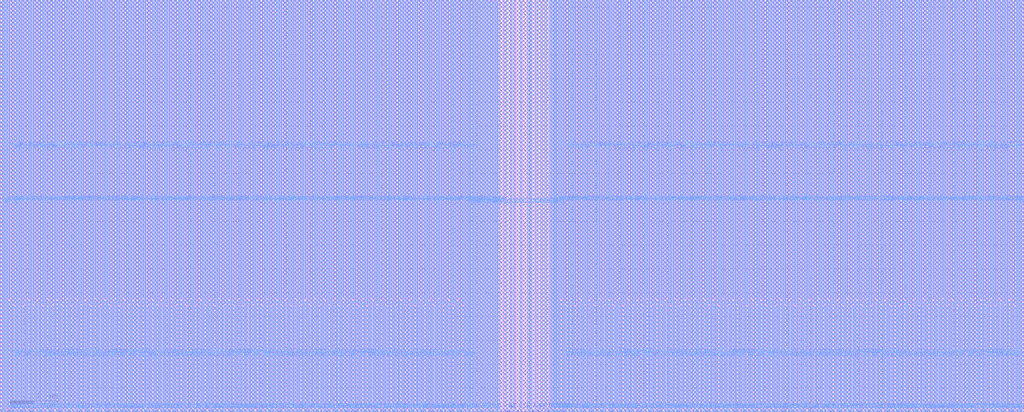
<source format=lef>
# ________________________________________________________________________________________________
# 
# 
#             Synchronous One-Port Register File Compiler
# 
#                 UMC 0.11um LL AE Logic Process
# 
# ________________________________________________________________________________________________
# 
#               
#         Copyright (C) 2024 Faraday Technology Corporation. All Rights Reserved.       
#                
#         This source code is an unpublished work belongs to Faraday Technology Corporation       
#         It is considered a trade secret and is not to be divulged or       
#         used by parties who have not received written authorization from       
#         Faraday Technology Corporation       
#                
#         Faraday's home page can be found at: http://www.faraday-tech.com/       
#                
# ________________________________________________________________________________________________
# 
#        IP Name            :  FSR0K_B_SY                
#        IP Version         :  1.4.0                     
#        IP Release Status  :  Active                    
#        Word               :  256                       
#        Bit                :  12                        
#        Byte               :  8                         
#        Mux                :  2                         
#        Output Loading     :  0.01                      
#        Clock Input Slew   :  0.016                     
#        Data Input Slew    :  0.016                     
#        Ring Type          :  Ringless Model            
#        Ring Width         :  0                         
#        Bus Format         :  0                         
#        Memaker Path       :  /home/mem/Desktop/memlib  
#        GUI Version        :  m20230904                 
#        Date               :  2024/09/13 10:12:35       
# ________________________________________________________________________________________________
# 

VERSION 5.5 ;
NAMESCASESENSITIVE ON ;
MACRO SYKB110_256X12X8CM2
CLASS BLOCK ;
FOREIGN SYKB110_256X12X8CM2 0.000 0.000 ;
ORIGIN 0.000 0.000 ;
SIZE 429.483 BY 173.067 ;
SYMMETRY x y r90 ;
SITE core ;
PIN GND
  DIRECTION INOUT ;
  USE GROUND ;
 PORT
  LAYER ME4 ;
  RECT 238.214 1.781 238.554 173.067 ;
 END
 PORT
  LAYER ME4 ;
  RECT 234.210 1.781 234.550 173.067 ;
 END
 PORT
  LAYER ME4 ;
  RECT 236.212 1.781 236.552 173.067 ;
 END
 PORT
  LAYER ME4 ;
  RECT 237.023 0.000 237.743 44.094 ;
 END
 PORT
  LAYER ME4 ;
  RECT 242.218 1.781 242.558 173.067 ;
 END
 PORT
  LAYER ME4 ;
  RECT 240.216 1.781 240.556 173.067 ;
 END
 PORT
  LAYER ME4 ;
  RECT 241.027 0.000 241.747 44.094 ;
 END
 PORT
  LAYER ME4 ;
  RECT 246.222 1.781 246.562 173.067 ;
 END
 PORT
  LAYER ME4 ;
  RECT 244.220 1.781 244.560 173.067 ;
 END
 PORT
  LAYER ME4 ;
  RECT 245.031 0.000 245.751 44.094 ;
 END
 PORT
  LAYER ME4 ;
  RECT 250.226 1.781 250.566 173.067 ;
 END
 PORT
  LAYER ME4 ;
  RECT 248.224 1.781 248.564 173.067 ;
 END
 PORT
  LAYER ME4 ;
  RECT 249.035 0.000 249.755 44.094 ;
 END
 PORT
  LAYER ME4 ;
  RECT 254.230 1.781 254.570 173.067 ;
 END
 PORT
  LAYER ME4 ;
  RECT 252.228 1.781 252.568 173.067 ;
 END
 PORT
  LAYER ME4 ;
  RECT 253.039 0.000 253.759 44.094 ;
 END
 PORT
  LAYER ME4 ;
  RECT 258.234 1.781 258.574 173.067 ;
 END
 PORT
  LAYER ME4 ;
  RECT 256.232 1.781 256.572 173.067 ;
 END
 PORT
  LAYER ME4 ;
  RECT 257.043 0.000 257.763 44.094 ;
 END
 PORT
  LAYER ME4 ;
  RECT 262.238 1.781 262.578 173.067 ;
 END
 PORT
  LAYER ME4 ;
  RECT 260.236 1.781 260.576 173.067 ;
 END
 PORT
  LAYER ME4 ;
  RECT 261.047 0.000 261.767 44.094 ;
 END
 PORT
  LAYER ME4 ;
  RECT 266.242 1.781 266.582 173.067 ;
 END
 PORT
  LAYER ME4 ;
  RECT 264.240 1.781 264.580 173.067 ;
 END
 PORT
  LAYER ME4 ;
  RECT 265.051 0.000 265.771 44.094 ;
 END
 PORT
  LAYER ME4 ;
  RECT 270.246 1.781 270.586 173.067 ;
 END
 PORT
  LAYER ME4 ;
  RECT 268.244 1.781 268.584 173.067 ;
 END
 PORT
  LAYER ME4 ;
  RECT 269.055 0.000 269.775 44.094 ;
 END
 PORT
  LAYER ME4 ;
  RECT 274.250 1.781 274.590 173.067 ;
 END
 PORT
  LAYER ME4 ;
  RECT 272.248 1.781 272.588 173.067 ;
 END
 PORT
  LAYER ME4 ;
  RECT 273.059 0.000 273.779 44.094 ;
 END
 PORT
  LAYER ME4 ;
  RECT 278.254 1.781 278.594 173.067 ;
 END
 PORT
  LAYER ME4 ;
  RECT 276.252 1.781 276.592 173.067 ;
 END
 PORT
  LAYER ME4 ;
  RECT 277.063 0.000 277.783 44.094 ;
 END
 PORT
  LAYER ME4 ;
  RECT 282.258 1.781 282.598 173.067 ;
 END
 PORT
  LAYER ME4 ;
  RECT 280.256 1.781 280.596 173.067 ;
 END
 PORT
  LAYER ME4 ;
  RECT 281.067 0.000 281.787 44.094 ;
 END
 PORT
  LAYER ME4 ;
  RECT 286.262 1.781 286.602 173.067 ;
 END
 PORT
  LAYER ME4 ;
  RECT 284.260 1.781 284.600 173.067 ;
 END
 PORT
  LAYER ME4 ;
  RECT 285.071 0.000 285.791 44.094 ;
 END
 PORT
  LAYER ME4 ;
  RECT 290.266 1.781 290.606 173.067 ;
 END
 PORT
  LAYER ME4 ;
  RECT 288.264 1.781 288.604 173.067 ;
 END
 PORT
  LAYER ME4 ;
  RECT 289.075 0.000 289.795 44.094 ;
 END
 PORT
  LAYER ME4 ;
  RECT 294.270 1.781 294.610 173.067 ;
 END
 PORT
  LAYER ME4 ;
  RECT 292.268 1.781 292.608 173.067 ;
 END
 PORT
  LAYER ME4 ;
  RECT 293.079 0.000 293.799 44.094 ;
 END
 PORT
  LAYER ME4 ;
  RECT 298.274 1.781 298.614 173.067 ;
 END
 PORT
  LAYER ME4 ;
  RECT 296.272 1.781 296.612 173.067 ;
 END
 PORT
  LAYER ME4 ;
  RECT 297.083 0.000 297.803 44.094 ;
 END
 PORT
  LAYER ME4 ;
  RECT 302.278 1.781 302.618 173.067 ;
 END
 PORT
  LAYER ME4 ;
  RECT 300.276 1.781 300.616 173.067 ;
 END
 PORT
  LAYER ME4 ;
  RECT 301.087 0.000 301.807 44.094 ;
 END
 PORT
  LAYER ME4 ;
  RECT 306.282 1.781 306.622 173.067 ;
 END
 PORT
  LAYER ME4 ;
  RECT 304.280 1.781 304.620 173.067 ;
 END
 PORT
  LAYER ME4 ;
  RECT 305.091 0.000 305.811 44.094 ;
 END
 PORT
  LAYER ME4 ;
  RECT 310.286 1.781 310.626 173.067 ;
 END
 PORT
  LAYER ME4 ;
  RECT 308.284 1.781 308.624 173.067 ;
 END
 PORT
  LAYER ME4 ;
  RECT 309.095 0.000 309.815 44.094 ;
 END
 PORT
  LAYER ME4 ;
  RECT 314.290 1.781 314.630 173.067 ;
 END
 PORT
  LAYER ME4 ;
  RECT 312.288 1.781 312.628 173.067 ;
 END
 PORT
  LAYER ME4 ;
  RECT 313.099 0.000 313.819 44.094 ;
 END
 PORT
  LAYER ME4 ;
  RECT 318.294 1.781 318.634 173.067 ;
 END
 PORT
  LAYER ME4 ;
  RECT 316.292 1.781 316.632 173.067 ;
 END
 PORT
  LAYER ME4 ;
  RECT 317.103 0.000 317.823 44.094 ;
 END
 PORT
  LAYER ME4 ;
  RECT 322.298 1.781 322.638 173.067 ;
 END
 PORT
  LAYER ME4 ;
  RECT 320.296 1.781 320.636 173.067 ;
 END
 PORT
  LAYER ME4 ;
  RECT 321.107 0.000 321.827 44.094 ;
 END
 PORT
  LAYER ME4 ;
  RECT 326.302 1.781 326.642 173.067 ;
 END
 PORT
  LAYER ME4 ;
  RECT 324.300 1.781 324.640 173.067 ;
 END
 PORT
  LAYER ME4 ;
  RECT 325.111 0.000 325.831 44.094 ;
 END
 PORT
  LAYER ME4 ;
  RECT 330.306 1.781 330.646 173.067 ;
 END
 PORT
  LAYER ME4 ;
  RECT 328.304 1.781 328.644 173.067 ;
 END
 PORT
  LAYER ME4 ;
  RECT 329.115 0.000 329.835 44.094 ;
 END
 PORT
  LAYER ME4 ;
  RECT 334.310 1.781 334.650 173.067 ;
 END
 PORT
  LAYER ME4 ;
  RECT 332.308 1.781 332.648 173.067 ;
 END
 PORT
  LAYER ME4 ;
  RECT 333.119 0.000 333.839 44.094 ;
 END
 PORT
  LAYER ME4 ;
  RECT 338.314 1.781 338.654 173.067 ;
 END
 PORT
  LAYER ME4 ;
  RECT 336.312 1.781 336.652 173.067 ;
 END
 PORT
  LAYER ME4 ;
  RECT 337.123 0.000 337.843 44.094 ;
 END
 PORT
  LAYER ME4 ;
  RECT 342.318 1.781 342.658 173.067 ;
 END
 PORT
  LAYER ME4 ;
  RECT 340.316 1.781 340.656 173.067 ;
 END
 PORT
  LAYER ME4 ;
  RECT 341.127 0.000 341.847 44.094 ;
 END
 PORT
  LAYER ME4 ;
  RECT 346.322 1.781 346.662 173.067 ;
 END
 PORT
  LAYER ME4 ;
  RECT 344.320 1.781 344.660 173.067 ;
 END
 PORT
  LAYER ME4 ;
  RECT 345.131 0.000 345.851 44.094 ;
 END
 PORT
  LAYER ME4 ;
  RECT 350.326 1.781 350.666 173.067 ;
 END
 PORT
  LAYER ME4 ;
  RECT 348.324 1.781 348.664 173.067 ;
 END
 PORT
  LAYER ME4 ;
  RECT 349.135 0.000 349.855 44.094 ;
 END
 PORT
  LAYER ME4 ;
  RECT 354.330 1.781 354.670 173.067 ;
 END
 PORT
  LAYER ME4 ;
  RECT 352.328 1.781 352.668 173.067 ;
 END
 PORT
  LAYER ME4 ;
  RECT 353.139 0.000 353.859 44.094 ;
 END
 PORT
  LAYER ME4 ;
  RECT 358.334 1.781 358.674 173.067 ;
 END
 PORT
  LAYER ME4 ;
  RECT 356.332 1.781 356.672 173.067 ;
 END
 PORT
  LAYER ME4 ;
  RECT 357.143 0.000 357.863 44.094 ;
 END
 PORT
  LAYER ME4 ;
  RECT 362.338 1.781 362.678 173.067 ;
 END
 PORT
  LAYER ME4 ;
  RECT 360.336 1.781 360.676 173.067 ;
 END
 PORT
  LAYER ME4 ;
  RECT 361.147 0.000 361.867 44.094 ;
 END
 PORT
  LAYER ME4 ;
  RECT 366.342 1.781 366.682 173.067 ;
 END
 PORT
  LAYER ME4 ;
  RECT 364.340 1.781 364.680 173.067 ;
 END
 PORT
  LAYER ME4 ;
  RECT 365.151 0.000 365.871 44.094 ;
 END
 PORT
  LAYER ME4 ;
  RECT 370.346 1.781 370.686 173.067 ;
 END
 PORT
  LAYER ME4 ;
  RECT 368.344 1.781 368.684 173.067 ;
 END
 PORT
  LAYER ME4 ;
  RECT 369.155 0.000 369.875 44.094 ;
 END
 PORT
  LAYER ME4 ;
  RECT 374.350 1.781 374.690 173.067 ;
 END
 PORT
  LAYER ME4 ;
  RECT 372.348 1.781 372.688 173.067 ;
 END
 PORT
  LAYER ME4 ;
  RECT 373.159 0.000 373.879 44.094 ;
 END
 PORT
  LAYER ME4 ;
  RECT 378.354 1.781 378.694 173.067 ;
 END
 PORT
  LAYER ME4 ;
  RECT 376.352 1.781 376.692 173.067 ;
 END
 PORT
  LAYER ME4 ;
  RECT 377.163 0.000 377.883 44.094 ;
 END
 PORT
  LAYER ME4 ;
  RECT 382.358 1.781 382.698 173.067 ;
 END
 PORT
  LAYER ME4 ;
  RECT 380.356 1.781 380.696 173.067 ;
 END
 PORT
  LAYER ME4 ;
  RECT 381.167 0.000 381.887 44.094 ;
 END
 PORT
  LAYER ME4 ;
  RECT 386.362 1.781 386.702 173.067 ;
 END
 PORT
  LAYER ME4 ;
  RECT 384.360 1.781 384.700 173.067 ;
 END
 PORT
  LAYER ME4 ;
  RECT 385.171 0.000 385.891 44.094 ;
 END
 PORT
  LAYER ME4 ;
  RECT 390.366 1.781 390.706 173.067 ;
 END
 PORT
  LAYER ME4 ;
  RECT 388.364 1.781 388.704 173.067 ;
 END
 PORT
  LAYER ME4 ;
  RECT 389.175 0.000 389.895 44.094 ;
 END
 PORT
  LAYER ME4 ;
  RECT 394.370 1.781 394.710 173.067 ;
 END
 PORT
  LAYER ME4 ;
  RECT 392.368 1.781 392.708 173.067 ;
 END
 PORT
  LAYER ME4 ;
  RECT 393.179 0.000 393.899 44.094 ;
 END
 PORT
  LAYER ME4 ;
  RECT 398.374 1.781 398.714 173.067 ;
 END
 PORT
  LAYER ME4 ;
  RECT 396.372 1.781 396.712 173.067 ;
 END
 PORT
  LAYER ME4 ;
  RECT 397.183 0.000 397.903 44.094 ;
 END
 PORT
  LAYER ME4 ;
  RECT 402.378 1.781 402.718 173.067 ;
 END
 PORT
  LAYER ME4 ;
  RECT 400.376 1.781 400.716 173.067 ;
 END
 PORT
  LAYER ME4 ;
  RECT 401.187 0.000 401.907 44.094 ;
 END
 PORT
  LAYER ME4 ;
  RECT 406.382 1.781 406.722 173.067 ;
 END
 PORT
  LAYER ME4 ;
  RECT 404.380 1.781 404.720 173.067 ;
 END
 PORT
  LAYER ME4 ;
  RECT 405.191 0.000 405.911 44.094 ;
 END
 PORT
  LAYER ME4 ;
  RECT 410.386 1.781 410.726 173.067 ;
 END
 PORT
  LAYER ME4 ;
  RECT 408.384 1.781 408.724 173.067 ;
 END
 PORT
  LAYER ME4 ;
  RECT 409.195 0.000 409.915 44.094 ;
 END
 PORT
  LAYER ME4 ;
  RECT 414.390 1.781 414.730 173.067 ;
 END
 PORT
  LAYER ME4 ;
  RECT 412.388 1.781 412.728 173.067 ;
 END
 PORT
  LAYER ME4 ;
  RECT 413.199 0.000 413.919 44.094 ;
 END
 PORT
  LAYER ME4 ;
  RECT 418.394 1.781 418.734 173.067 ;
 END
 PORT
  LAYER ME4 ;
  RECT 416.392 1.781 416.732 173.067 ;
 END
 PORT
  LAYER ME4 ;
  RECT 417.203 0.000 417.923 44.094 ;
 END
 PORT
  LAYER ME4 ;
  RECT 422.398 1.781 422.738 173.067 ;
 END
 PORT
  LAYER ME4 ;
  RECT 420.396 1.781 420.736 173.067 ;
 END
 PORT
  LAYER ME4 ;
  RECT 421.207 0.000 421.927 44.094 ;
 END
 PORT
  LAYER ME4 ;
  RECT 426.402 1.781 426.742 173.067 ;
 END
 PORT
  LAYER ME4 ;
  RECT 424.400 1.781 424.740 173.067 ;
 END
 PORT
  LAYER ME4 ;
  RECT 425.211 0.000 425.931 44.094 ;
 END
 PORT
  LAYER ME4 ;
  RECT 427.403 0.000 427.743 173.067 ;
 END
 PORT
  LAYER ME4 ;
  RECT 215.353 0.000 216.073 173.067 ;
 END
 PORT
  LAYER ME4 ;
  RECT 221.347 0.000 222.067 173.067 ;
 END
 PORT
  LAYER ME4 ;
  RECT 226.818 0.000 227.538 173.067 ;
 END
 PORT
  LAYER ME4 ;
  RECT 228.533 0.000 229.253 173.067 ;
 END
 PORT
  LAYER ME4 ;
  RECT 231.529 0.000 232.129 173.067 ;
 END
 PORT
  LAYER ME4 ;
  RECT 233.209 1.781 233.549 173.067 ;
 END
 PORT
  LAYER ME4 ;
  RECT 207.794 0.000 208.514 173.067 ;
 END
 PORT
  LAYER ME4 ;
  RECT 205.754 1.781 206.474 172.187 ;
 END
 PORT
  LAYER ME4 ;
  RECT 203.634 0.000 204.354 173.067 ;
 END
 PORT
  LAYER ME4 ;
  RECT 201.594 1.781 202.314 173.067 ;
 END
 PORT
  LAYER ME4 ;
  RECT 199.474 0.000 200.194 173.067 ;
 END
 PORT
  LAYER ME4 ;
  RECT 197.434 1.781 198.154 173.067 ;
 END
 PORT
  LAYER ME4 ;
  RECT 1.740 0.000 2.080 173.067 ;
 END
 PORT
  LAYER ME4 ;
  RECT 6.745 1.781 7.085 173.067 ;
 END
 PORT
  LAYER ME4 ;
  RECT 2.741 1.781 3.081 173.067 ;
 END
 PORT
  LAYER ME4 ;
  RECT 4.743 1.781 5.083 173.067 ;
 END
 PORT
  LAYER ME4 ;
  RECT 5.554 0.000 6.274 44.094 ;
 END
 PORT
  LAYER ME4 ;
  RECT 10.749 1.781 11.089 173.067 ;
 END
 PORT
  LAYER ME4 ;
  RECT 8.747 1.781 9.087 173.067 ;
 END
 PORT
  LAYER ME4 ;
  RECT 9.558 0.000 10.278 44.094 ;
 END
 PORT
  LAYER ME4 ;
  RECT 14.753 1.781 15.093 173.067 ;
 END
 PORT
  LAYER ME4 ;
  RECT 12.751 1.781 13.091 173.067 ;
 END
 PORT
  LAYER ME4 ;
  RECT 13.562 0.000 14.282 44.094 ;
 END
 PORT
  LAYER ME4 ;
  RECT 18.757 1.781 19.097 173.067 ;
 END
 PORT
  LAYER ME4 ;
  RECT 16.755 1.781 17.095 173.067 ;
 END
 PORT
  LAYER ME4 ;
  RECT 17.566 0.000 18.286 44.094 ;
 END
 PORT
  LAYER ME4 ;
  RECT 22.761 1.781 23.101 173.067 ;
 END
 PORT
  LAYER ME4 ;
  RECT 20.759 1.781 21.099 173.067 ;
 END
 PORT
  LAYER ME4 ;
  RECT 21.570 0.000 22.290 44.094 ;
 END
 PORT
  LAYER ME4 ;
  RECT 26.765 1.781 27.105 173.067 ;
 END
 PORT
  LAYER ME4 ;
  RECT 24.763 1.781 25.103 173.067 ;
 END
 PORT
  LAYER ME4 ;
  RECT 25.574 0.000 26.294 44.094 ;
 END
 PORT
  LAYER ME4 ;
  RECT 30.769 1.781 31.109 173.067 ;
 END
 PORT
  LAYER ME4 ;
  RECT 28.767 1.781 29.107 173.067 ;
 END
 PORT
  LAYER ME4 ;
  RECT 29.578 0.000 30.298 44.094 ;
 END
 PORT
  LAYER ME4 ;
  RECT 34.773 1.781 35.113 173.067 ;
 END
 PORT
  LAYER ME4 ;
  RECT 32.771 1.781 33.111 173.067 ;
 END
 PORT
  LAYER ME4 ;
  RECT 33.582 0.000 34.302 44.094 ;
 END
 PORT
  LAYER ME4 ;
  RECT 38.777 1.781 39.117 173.067 ;
 END
 PORT
  LAYER ME4 ;
  RECT 36.775 1.781 37.115 173.067 ;
 END
 PORT
  LAYER ME4 ;
  RECT 37.586 0.000 38.306 44.094 ;
 END
 PORT
  LAYER ME4 ;
  RECT 42.781 1.781 43.121 173.067 ;
 END
 PORT
  LAYER ME4 ;
  RECT 40.779 1.781 41.119 173.067 ;
 END
 PORT
  LAYER ME4 ;
  RECT 41.590 0.000 42.310 44.094 ;
 END
 PORT
  LAYER ME4 ;
  RECT 46.785 1.781 47.125 173.067 ;
 END
 PORT
  LAYER ME4 ;
  RECT 44.783 1.781 45.123 173.067 ;
 END
 PORT
  LAYER ME4 ;
  RECT 45.594 0.000 46.314 44.094 ;
 END
 PORT
  LAYER ME4 ;
  RECT 50.789 1.781 51.129 173.067 ;
 END
 PORT
  LAYER ME4 ;
  RECT 48.787 1.781 49.127 173.067 ;
 END
 PORT
  LAYER ME4 ;
  RECT 49.598 0.000 50.318 44.094 ;
 END
 PORT
  LAYER ME4 ;
  RECT 54.793 1.781 55.133 173.067 ;
 END
 PORT
  LAYER ME4 ;
  RECT 52.791 1.781 53.131 173.067 ;
 END
 PORT
  LAYER ME4 ;
  RECT 53.602 0.000 54.322 44.094 ;
 END
 PORT
  LAYER ME4 ;
  RECT 58.797 1.781 59.137 173.067 ;
 END
 PORT
  LAYER ME4 ;
  RECT 56.795 1.781 57.135 173.067 ;
 END
 PORT
  LAYER ME4 ;
  RECT 57.606 0.000 58.326 44.094 ;
 END
 PORT
  LAYER ME4 ;
  RECT 62.801 1.781 63.141 173.067 ;
 END
 PORT
  LAYER ME4 ;
  RECT 60.799 1.781 61.139 173.067 ;
 END
 PORT
  LAYER ME4 ;
  RECT 61.610 0.000 62.330 44.094 ;
 END
 PORT
  LAYER ME4 ;
  RECT 66.805 1.781 67.145 173.067 ;
 END
 PORT
  LAYER ME4 ;
  RECT 64.803 1.781 65.143 173.067 ;
 END
 PORT
  LAYER ME4 ;
  RECT 65.614 0.000 66.334 44.094 ;
 END
 PORT
  LAYER ME4 ;
  RECT 70.809 1.781 71.149 173.067 ;
 END
 PORT
  LAYER ME4 ;
  RECT 68.807 1.781 69.147 173.067 ;
 END
 PORT
  LAYER ME4 ;
  RECT 69.618 0.000 70.338 44.094 ;
 END
 PORT
  LAYER ME4 ;
  RECT 74.813 1.781 75.153 173.067 ;
 END
 PORT
  LAYER ME4 ;
  RECT 72.811 1.781 73.151 173.067 ;
 END
 PORT
  LAYER ME4 ;
  RECT 73.622 0.000 74.342 44.094 ;
 END
 PORT
  LAYER ME4 ;
  RECT 78.817 1.781 79.157 173.067 ;
 END
 PORT
  LAYER ME4 ;
  RECT 76.815 1.781 77.155 173.067 ;
 END
 PORT
  LAYER ME4 ;
  RECT 77.626 0.000 78.346 44.094 ;
 END
 PORT
  LAYER ME4 ;
  RECT 82.821 1.781 83.161 173.067 ;
 END
 PORT
  LAYER ME4 ;
  RECT 80.819 1.781 81.159 173.067 ;
 END
 PORT
  LAYER ME4 ;
  RECT 81.630 0.000 82.350 44.094 ;
 END
 PORT
  LAYER ME4 ;
  RECT 86.825 1.781 87.165 173.067 ;
 END
 PORT
  LAYER ME4 ;
  RECT 84.823 1.781 85.163 173.067 ;
 END
 PORT
  LAYER ME4 ;
  RECT 85.634 0.000 86.354 44.094 ;
 END
 PORT
  LAYER ME4 ;
  RECT 90.829 1.781 91.169 173.067 ;
 END
 PORT
  LAYER ME4 ;
  RECT 88.827 1.781 89.167 173.067 ;
 END
 PORT
  LAYER ME4 ;
  RECT 89.638 0.000 90.358 44.094 ;
 END
 PORT
  LAYER ME4 ;
  RECT 94.833 1.781 95.173 173.067 ;
 END
 PORT
  LAYER ME4 ;
  RECT 92.831 1.781 93.171 173.067 ;
 END
 PORT
  LAYER ME4 ;
  RECT 93.642 0.000 94.362 44.094 ;
 END
 PORT
  LAYER ME4 ;
  RECT 98.837 1.781 99.177 173.067 ;
 END
 PORT
  LAYER ME4 ;
  RECT 96.835 1.781 97.175 173.067 ;
 END
 PORT
  LAYER ME4 ;
  RECT 97.646 0.000 98.366 44.094 ;
 END
 PORT
  LAYER ME4 ;
  RECT 102.841 1.781 103.181 173.067 ;
 END
 PORT
  LAYER ME4 ;
  RECT 100.839 1.781 101.179 173.067 ;
 END
 PORT
  LAYER ME4 ;
  RECT 101.650 0.000 102.370 44.094 ;
 END
 PORT
  LAYER ME4 ;
  RECT 106.845 1.781 107.185 173.067 ;
 END
 PORT
  LAYER ME4 ;
  RECT 104.843 1.781 105.183 173.067 ;
 END
 PORT
  LAYER ME4 ;
  RECT 105.654 0.000 106.374 44.094 ;
 END
 PORT
  LAYER ME4 ;
  RECT 110.849 1.781 111.189 173.067 ;
 END
 PORT
  LAYER ME4 ;
  RECT 108.847 1.781 109.187 173.067 ;
 END
 PORT
  LAYER ME4 ;
  RECT 109.658 0.000 110.378 44.094 ;
 END
 PORT
  LAYER ME4 ;
  RECT 114.853 1.781 115.193 173.067 ;
 END
 PORT
  LAYER ME4 ;
  RECT 112.851 1.781 113.191 173.067 ;
 END
 PORT
  LAYER ME4 ;
  RECT 113.662 0.000 114.382 44.094 ;
 END
 PORT
  LAYER ME4 ;
  RECT 118.857 1.781 119.197 173.067 ;
 END
 PORT
  LAYER ME4 ;
  RECT 116.855 1.781 117.195 173.067 ;
 END
 PORT
  LAYER ME4 ;
  RECT 117.666 0.000 118.386 44.094 ;
 END
 PORT
  LAYER ME4 ;
  RECT 122.861 1.781 123.201 173.067 ;
 END
 PORT
  LAYER ME4 ;
  RECT 120.859 1.781 121.199 173.067 ;
 END
 PORT
  LAYER ME4 ;
  RECT 121.670 0.000 122.390 44.094 ;
 END
 PORT
  LAYER ME4 ;
  RECT 126.865 1.781 127.205 173.067 ;
 END
 PORT
  LAYER ME4 ;
  RECT 124.863 1.781 125.203 173.067 ;
 END
 PORT
  LAYER ME4 ;
  RECT 125.674 0.000 126.394 44.094 ;
 END
 PORT
  LAYER ME4 ;
  RECT 130.869 1.781 131.209 173.067 ;
 END
 PORT
  LAYER ME4 ;
  RECT 128.867 1.781 129.207 173.067 ;
 END
 PORT
  LAYER ME4 ;
  RECT 129.678 0.000 130.398 44.094 ;
 END
 PORT
  LAYER ME4 ;
  RECT 134.873 1.781 135.213 173.067 ;
 END
 PORT
  LAYER ME4 ;
  RECT 132.871 1.781 133.211 173.067 ;
 END
 PORT
  LAYER ME4 ;
  RECT 133.682 0.000 134.402 44.094 ;
 END
 PORT
  LAYER ME4 ;
  RECT 138.877 1.781 139.217 173.067 ;
 END
 PORT
  LAYER ME4 ;
  RECT 136.875 1.781 137.215 173.067 ;
 END
 PORT
  LAYER ME4 ;
  RECT 137.686 0.000 138.406 44.094 ;
 END
 PORT
  LAYER ME4 ;
  RECT 142.881 1.781 143.221 173.067 ;
 END
 PORT
  LAYER ME4 ;
  RECT 140.879 1.781 141.219 173.067 ;
 END
 PORT
  LAYER ME4 ;
  RECT 141.690 0.000 142.410 44.094 ;
 END
 PORT
  LAYER ME4 ;
  RECT 146.885 1.781 147.225 173.067 ;
 END
 PORT
  LAYER ME4 ;
  RECT 144.883 1.781 145.223 173.067 ;
 END
 PORT
  LAYER ME4 ;
  RECT 145.694 0.000 146.414 44.094 ;
 END
 PORT
  LAYER ME4 ;
  RECT 150.889 1.781 151.229 173.067 ;
 END
 PORT
  LAYER ME4 ;
  RECT 148.887 1.781 149.227 173.067 ;
 END
 PORT
  LAYER ME4 ;
  RECT 149.698 0.000 150.418 44.094 ;
 END
 PORT
  LAYER ME4 ;
  RECT 154.893 1.781 155.233 173.067 ;
 END
 PORT
  LAYER ME4 ;
  RECT 152.891 1.781 153.231 173.067 ;
 END
 PORT
  LAYER ME4 ;
  RECT 153.702 0.000 154.422 44.094 ;
 END
 PORT
  LAYER ME4 ;
  RECT 158.897 1.781 159.237 173.067 ;
 END
 PORT
  LAYER ME4 ;
  RECT 156.895 1.781 157.235 173.067 ;
 END
 PORT
  LAYER ME4 ;
  RECT 157.706 0.000 158.426 44.094 ;
 END
 PORT
  LAYER ME4 ;
  RECT 162.901 1.781 163.241 173.067 ;
 END
 PORT
  LAYER ME4 ;
  RECT 160.899 1.781 161.239 173.067 ;
 END
 PORT
  LAYER ME4 ;
  RECT 161.710 0.000 162.430 44.094 ;
 END
 PORT
  LAYER ME4 ;
  RECT 166.905 1.781 167.245 173.067 ;
 END
 PORT
  LAYER ME4 ;
  RECT 164.903 1.781 165.243 173.067 ;
 END
 PORT
  LAYER ME4 ;
  RECT 165.714 0.000 166.434 44.094 ;
 END
 PORT
  LAYER ME4 ;
  RECT 170.909 1.781 171.249 173.067 ;
 END
 PORT
  LAYER ME4 ;
  RECT 168.907 1.781 169.247 173.067 ;
 END
 PORT
  LAYER ME4 ;
  RECT 169.718 0.000 170.438 44.094 ;
 END
 PORT
  LAYER ME4 ;
  RECT 174.913 1.781 175.253 173.067 ;
 END
 PORT
  LAYER ME4 ;
  RECT 172.911 1.781 173.251 173.067 ;
 END
 PORT
  LAYER ME4 ;
  RECT 173.722 0.000 174.442 44.094 ;
 END
 PORT
  LAYER ME4 ;
  RECT 178.917 1.781 179.257 173.067 ;
 END
 PORT
  LAYER ME4 ;
  RECT 176.915 1.781 177.255 173.067 ;
 END
 PORT
  LAYER ME4 ;
  RECT 177.726 0.000 178.446 44.094 ;
 END
 PORT
  LAYER ME4 ;
  RECT 182.921 1.781 183.261 173.067 ;
 END
 PORT
  LAYER ME4 ;
  RECT 180.919 1.781 181.259 173.067 ;
 END
 PORT
  LAYER ME4 ;
  RECT 181.730 0.000 182.450 44.094 ;
 END
 PORT
  LAYER ME4 ;
  RECT 186.925 1.781 187.265 173.067 ;
 END
 PORT
  LAYER ME4 ;
  RECT 184.923 1.781 185.263 173.067 ;
 END
 PORT
  LAYER ME4 ;
  RECT 185.734 0.000 186.454 44.094 ;
 END
 PORT
  LAYER ME4 ;
  RECT 190.929 1.781 191.269 173.067 ;
 END
 PORT
  LAYER ME4 ;
  RECT 188.927 1.781 189.267 173.067 ;
 END
 PORT
  LAYER ME4 ;
  RECT 189.738 0.000 190.458 44.094 ;
 END
 PORT
  LAYER ME4 ;
  RECT 194.933 1.781 195.273 173.067 ;
 END
 PORT
  LAYER ME4 ;
  RECT 192.931 1.781 193.271 173.067 ;
 END
 PORT
  LAYER ME4 ;
  RECT 193.742 0.000 194.462 44.094 ;
 END
 PORT
  LAYER ME4 ;
  RECT 195.934 0.000 196.274 173.067 ;
 END
END GND
PIN VCC
  DIRECTION INOUT ;
  USE POWER ;
 PORT
  LAYER ME4 ;
  RECT 237.213 45.394 237.553 173.067 ;
 END
 PORT
  LAYER ME4 ;
  RECT 235.021 0.000 235.741 46.394 ;
 END
 PORT
  LAYER ME4 ;
  RECT 241.217 45.394 241.557 173.067 ;
 END
 PORT
  LAYER ME4 ;
  RECT 239.025 0.000 239.745 46.394 ;
 END
 PORT
  LAYER ME4 ;
  RECT 245.221 45.394 245.561 173.067 ;
 END
 PORT
  LAYER ME4 ;
  RECT 243.029 0.000 243.749 46.394 ;
 END
 PORT
  LAYER ME4 ;
  RECT 249.225 45.394 249.565 173.067 ;
 END
 PORT
  LAYER ME4 ;
  RECT 247.033 0.000 247.753 46.394 ;
 END
 PORT
  LAYER ME4 ;
  RECT 253.229 45.394 253.569 173.067 ;
 END
 PORT
  LAYER ME4 ;
  RECT 251.037 0.000 251.757 46.394 ;
 END
 PORT
  LAYER ME4 ;
  RECT 257.233 45.394 257.573 173.067 ;
 END
 PORT
  LAYER ME4 ;
  RECT 255.041 0.000 255.761 46.394 ;
 END
 PORT
  LAYER ME4 ;
  RECT 261.237 45.394 261.577 173.067 ;
 END
 PORT
  LAYER ME4 ;
  RECT 259.045 0.000 259.765 46.394 ;
 END
 PORT
  LAYER ME4 ;
  RECT 265.241 45.394 265.581 173.067 ;
 END
 PORT
  LAYER ME4 ;
  RECT 263.049 0.000 263.769 46.394 ;
 END
 PORT
  LAYER ME4 ;
  RECT 269.245 45.394 269.585 173.067 ;
 END
 PORT
  LAYER ME4 ;
  RECT 267.053 0.000 267.773 46.394 ;
 END
 PORT
  LAYER ME4 ;
  RECT 273.249 45.394 273.589 173.067 ;
 END
 PORT
  LAYER ME4 ;
  RECT 271.057 0.000 271.777 46.394 ;
 END
 PORT
  LAYER ME4 ;
  RECT 277.253 45.394 277.593 173.067 ;
 END
 PORT
  LAYER ME4 ;
  RECT 275.061 0.000 275.781 46.394 ;
 END
 PORT
  LAYER ME4 ;
  RECT 281.257 45.394 281.597 173.067 ;
 END
 PORT
  LAYER ME4 ;
  RECT 279.065 0.000 279.785 46.394 ;
 END
 PORT
  LAYER ME4 ;
  RECT 285.261 45.394 285.601 173.067 ;
 END
 PORT
  LAYER ME4 ;
  RECT 283.069 0.000 283.789 46.394 ;
 END
 PORT
  LAYER ME4 ;
  RECT 289.265 45.394 289.605 173.067 ;
 END
 PORT
  LAYER ME4 ;
  RECT 287.073 0.000 287.793 46.394 ;
 END
 PORT
  LAYER ME4 ;
  RECT 293.269 45.394 293.609 173.067 ;
 END
 PORT
  LAYER ME4 ;
  RECT 291.077 0.000 291.797 46.394 ;
 END
 PORT
  LAYER ME4 ;
  RECT 297.273 45.394 297.613 173.067 ;
 END
 PORT
  LAYER ME4 ;
  RECT 295.081 0.000 295.801 46.394 ;
 END
 PORT
  LAYER ME4 ;
  RECT 301.277 45.394 301.617 173.067 ;
 END
 PORT
  LAYER ME4 ;
  RECT 299.085 0.000 299.805 46.394 ;
 END
 PORT
  LAYER ME4 ;
  RECT 305.281 45.394 305.621 173.067 ;
 END
 PORT
  LAYER ME4 ;
  RECT 303.089 0.000 303.809 46.394 ;
 END
 PORT
  LAYER ME4 ;
  RECT 309.285 45.394 309.625 173.067 ;
 END
 PORT
  LAYER ME4 ;
  RECT 307.093 0.000 307.813 46.394 ;
 END
 PORT
  LAYER ME4 ;
  RECT 313.289 45.394 313.629 173.067 ;
 END
 PORT
  LAYER ME4 ;
  RECT 311.097 0.000 311.817 46.394 ;
 END
 PORT
  LAYER ME4 ;
  RECT 317.293 45.394 317.633 173.067 ;
 END
 PORT
  LAYER ME4 ;
  RECT 315.101 0.000 315.821 46.394 ;
 END
 PORT
  LAYER ME4 ;
  RECT 321.297 45.394 321.637 173.067 ;
 END
 PORT
  LAYER ME4 ;
  RECT 319.105 0.000 319.825 46.394 ;
 END
 PORT
  LAYER ME4 ;
  RECT 325.301 45.394 325.641 173.067 ;
 END
 PORT
  LAYER ME4 ;
  RECT 323.109 0.000 323.829 46.394 ;
 END
 PORT
  LAYER ME4 ;
  RECT 329.305 45.394 329.645 173.067 ;
 END
 PORT
  LAYER ME4 ;
  RECT 327.113 0.000 327.833 46.394 ;
 END
 PORT
  LAYER ME4 ;
  RECT 333.309 45.394 333.649 173.067 ;
 END
 PORT
  LAYER ME4 ;
  RECT 331.117 0.000 331.837 46.394 ;
 END
 PORT
  LAYER ME4 ;
  RECT 337.313 45.394 337.653 173.067 ;
 END
 PORT
  LAYER ME4 ;
  RECT 335.121 0.000 335.841 46.394 ;
 END
 PORT
  LAYER ME4 ;
  RECT 341.317 45.394 341.657 173.067 ;
 END
 PORT
  LAYER ME4 ;
  RECT 339.125 0.000 339.845 46.394 ;
 END
 PORT
  LAYER ME4 ;
  RECT 345.321 45.394 345.661 173.067 ;
 END
 PORT
  LAYER ME4 ;
  RECT 343.129 0.000 343.849 46.394 ;
 END
 PORT
  LAYER ME4 ;
  RECT 349.325 45.394 349.665 173.067 ;
 END
 PORT
  LAYER ME4 ;
  RECT 347.133 0.000 347.853 46.394 ;
 END
 PORT
  LAYER ME4 ;
  RECT 353.329 45.394 353.669 173.067 ;
 END
 PORT
  LAYER ME4 ;
  RECT 351.137 0.000 351.857 46.394 ;
 END
 PORT
  LAYER ME4 ;
  RECT 357.333 45.394 357.673 173.067 ;
 END
 PORT
  LAYER ME4 ;
  RECT 355.141 0.000 355.861 46.394 ;
 END
 PORT
  LAYER ME4 ;
  RECT 361.337 45.394 361.677 173.067 ;
 END
 PORT
  LAYER ME4 ;
  RECT 359.145 0.000 359.865 46.394 ;
 END
 PORT
  LAYER ME4 ;
  RECT 365.341 45.394 365.681 173.067 ;
 END
 PORT
  LAYER ME4 ;
  RECT 363.149 0.000 363.869 46.394 ;
 END
 PORT
  LAYER ME4 ;
  RECT 369.345 45.394 369.685 173.067 ;
 END
 PORT
  LAYER ME4 ;
  RECT 367.153 0.000 367.873 46.394 ;
 END
 PORT
  LAYER ME4 ;
  RECT 373.349 45.394 373.689 173.067 ;
 END
 PORT
  LAYER ME4 ;
  RECT 371.157 0.000 371.877 46.394 ;
 END
 PORT
  LAYER ME4 ;
  RECT 377.353 45.394 377.693 173.067 ;
 END
 PORT
  LAYER ME4 ;
  RECT 375.161 0.000 375.881 46.394 ;
 END
 PORT
  LAYER ME4 ;
  RECT 381.357 45.394 381.697 173.067 ;
 END
 PORT
  LAYER ME4 ;
  RECT 379.165 0.000 379.885 46.394 ;
 END
 PORT
  LAYER ME4 ;
  RECT 385.361 45.394 385.701 173.067 ;
 END
 PORT
  LAYER ME4 ;
  RECT 383.169 0.000 383.889 46.394 ;
 END
 PORT
  LAYER ME4 ;
  RECT 389.365 45.394 389.705 173.067 ;
 END
 PORT
  LAYER ME4 ;
  RECT 387.173 0.000 387.893 46.394 ;
 END
 PORT
  LAYER ME4 ;
  RECT 393.369 45.394 393.709 173.067 ;
 END
 PORT
  LAYER ME4 ;
  RECT 391.177 0.000 391.897 46.394 ;
 END
 PORT
  LAYER ME4 ;
  RECT 397.373 45.394 397.713 173.067 ;
 END
 PORT
  LAYER ME4 ;
  RECT 395.181 0.000 395.901 46.394 ;
 END
 PORT
  LAYER ME4 ;
  RECT 401.377 45.394 401.717 173.067 ;
 END
 PORT
  LAYER ME4 ;
  RECT 399.185 0.000 399.905 46.394 ;
 END
 PORT
  LAYER ME4 ;
  RECT 405.381 45.394 405.721 173.067 ;
 END
 PORT
  LAYER ME4 ;
  RECT 403.189 0.000 403.909 46.394 ;
 END
 PORT
  LAYER ME4 ;
  RECT 409.385 45.394 409.725 173.067 ;
 END
 PORT
  LAYER ME4 ;
  RECT 407.193 0.000 407.913 46.394 ;
 END
 PORT
  LAYER ME4 ;
  RECT 413.389 45.394 413.729 173.067 ;
 END
 PORT
  LAYER ME4 ;
  RECT 411.197 0.000 411.917 46.394 ;
 END
 PORT
  LAYER ME4 ;
  RECT 417.393 45.394 417.733 173.067 ;
 END
 PORT
  LAYER ME4 ;
  RECT 415.201 0.000 415.921 46.394 ;
 END
 PORT
  LAYER ME4 ;
  RECT 421.397 45.394 421.737 173.067 ;
 END
 PORT
  LAYER ME4 ;
  RECT 419.205 0.000 419.925 46.394 ;
 END
 PORT
  LAYER ME4 ;
  RECT 425.401 45.394 425.741 173.067 ;
 END
 PORT
  LAYER ME4 ;
  RECT 423.209 0.000 423.929 46.394 ;
 END
 PORT
  LAYER ME4 ;
  RECT 428.183 0.000 428.563 173.067 ;
 END
 PORT
  LAYER ME4 ;
  RECT 218.133 0.000 218.733 173.067 ;
 END
 PORT
  LAYER ME4 ;
  RECT 222.313 0.000 223.033 173.067 ;
 END
 PORT
  LAYER ME4 ;
  RECT 224.423 0.000 225.543 173.067 ;
 END
 PORT
  LAYER ME4 ;
  RECT 230.453 0.000 231.173 173.067 ;
 END
 PORT
  LAYER ME4 ;
  RECT 232.389 1.781 232.769 173.067 ;
 END
 PORT
  LAYER ME4 ;
  RECT 213.903 0.000 214.623 173.067 ;
 END
 PORT
  LAYER ME4 ;
  RECT 211.188 0.000 212.308 173.067 ;
 END
 PORT
  LAYER ME4 ;
  RECT 208.814 0.000 209.534 172.187 ;
 END
 PORT
  LAYER ME4 ;
  RECT 206.774 1.781 207.494 173.067 ;
 END
 PORT
  LAYER ME4 ;
  RECT 204.654 0.000 205.374 173.067 ;
 END
 PORT
  LAYER ME4 ;
  RECT 202.614 1.781 203.334 173.067 ;
 END
 PORT
  LAYER ME4 ;
  RECT 200.494 0.000 201.214 173.067 ;
 END
 PORT
  LAYER ME4 ;
  RECT 198.454 1.781 199.174 173.067 ;
 END
 PORT
  LAYER ME4 ;
  RECT 0.920 0.000 1.300 173.067 ;
 END
 PORT
  LAYER ME4 ;
  RECT 5.744 45.394 6.084 173.067 ;
 END
 PORT
  LAYER ME4 ;
  RECT 3.552 0.000 4.272 46.394 ;
 END
 PORT
  LAYER ME4 ;
  RECT 9.748 45.394 10.088 173.067 ;
 END
 PORT
  LAYER ME4 ;
  RECT 7.556 0.000 8.276 46.394 ;
 END
 PORT
  LAYER ME4 ;
  RECT 13.752 45.394 14.092 173.067 ;
 END
 PORT
  LAYER ME4 ;
  RECT 11.560 0.000 12.280 46.394 ;
 END
 PORT
  LAYER ME4 ;
  RECT 17.756 45.394 18.096 173.067 ;
 END
 PORT
  LAYER ME4 ;
  RECT 15.564 0.000 16.284 46.394 ;
 END
 PORT
  LAYER ME4 ;
  RECT 21.760 45.394 22.100 173.067 ;
 END
 PORT
  LAYER ME4 ;
  RECT 19.568 0.000 20.288 46.394 ;
 END
 PORT
  LAYER ME4 ;
  RECT 25.764 45.394 26.104 173.067 ;
 END
 PORT
  LAYER ME4 ;
  RECT 23.572 0.000 24.292 46.394 ;
 END
 PORT
  LAYER ME4 ;
  RECT 29.768 45.394 30.108 173.067 ;
 END
 PORT
  LAYER ME4 ;
  RECT 27.576 0.000 28.296 46.394 ;
 END
 PORT
  LAYER ME4 ;
  RECT 33.772 45.394 34.112 173.067 ;
 END
 PORT
  LAYER ME4 ;
  RECT 31.580 0.000 32.300 46.394 ;
 END
 PORT
  LAYER ME4 ;
  RECT 37.776 45.394 38.116 173.067 ;
 END
 PORT
  LAYER ME4 ;
  RECT 35.584 0.000 36.304 46.394 ;
 END
 PORT
  LAYER ME4 ;
  RECT 41.780 45.394 42.120 173.067 ;
 END
 PORT
  LAYER ME4 ;
  RECT 39.588 0.000 40.308 46.394 ;
 END
 PORT
  LAYER ME4 ;
  RECT 45.784 45.394 46.124 173.067 ;
 END
 PORT
  LAYER ME4 ;
  RECT 43.592 0.000 44.312 46.394 ;
 END
 PORT
  LAYER ME4 ;
  RECT 49.788 45.394 50.128 173.067 ;
 END
 PORT
  LAYER ME4 ;
  RECT 47.596 0.000 48.316 46.394 ;
 END
 PORT
  LAYER ME4 ;
  RECT 53.792 45.394 54.132 173.067 ;
 END
 PORT
  LAYER ME4 ;
  RECT 51.600 0.000 52.320 46.394 ;
 END
 PORT
  LAYER ME4 ;
  RECT 57.796 45.394 58.136 173.067 ;
 END
 PORT
  LAYER ME4 ;
  RECT 55.604 0.000 56.324 46.394 ;
 END
 PORT
  LAYER ME4 ;
  RECT 61.800 45.394 62.140 173.067 ;
 END
 PORT
  LAYER ME4 ;
  RECT 59.608 0.000 60.328 46.394 ;
 END
 PORT
  LAYER ME4 ;
  RECT 65.804 45.394 66.144 173.067 ;
 END
 PORT
  LAYER ME4 ;
  RECT 63.612 0.000 64.332 46.394 ;
 END
 PORT
  LAYER ME4 ;
  RECT 69.808 45.394 70.148 173.067 ;
 END
 PORT
  LAYER ME4 ;
  RECT 67.616 0.000 68.336 46.394 ;
 END
 PORT
  LAYER ME4 ;
  RECT 73.812 45.394 74.152 173.067 ;
 END
 PORT
  LAYER ME4 ;
  RECT 71.620 0.000 72.340 46.394 ;
 END
 PORT
  LAYER ME4 ;
  RECT 77.816 45.394 78.156 173.067 ;
 END
 PORT
  LAYER ME4 ;
  RECT 75.624 0.000 76.344 46.394 ;
 END
 PORT
  LAYER ME4 ;
  RECT 81.820 45.394 82.160 173.067 ;
 END
 PORT
  LAYER ME4 ;
  RECT 79.628 0.000 80.348 46.394 ;
 END
 PORT
  LAYER ME4 ;
  RECT 85.824 45.394 86.164 173.067 ;
 END
 PORT
  LAYER ME4 ;
  RECT 83.632 0.000 84.352 46.394 ;
 END
 PORT
  LAYER ME4 ;
  RECT 89.828 45.394 90.168 173.067 ;
 END
 PORT
  LAYER ME4 ;
  RECT 87.636 0.000 88.356 46.394 ;
 END
 PORT
  LAYER ME4 ;
  RECT 93.832 45.394 94.172 173.067 ;
 END
 PORT
  LAYER ME4 ;
  RECT 91.640 0.000 92.360 46.394 ;
 END
 PORT
  LAYER ME4 ;
  RECT 97.836 45.394 98.176 173.067 ;
 END
 PORT
  LAYER ME4 ;
  RECT 95.644 0.000 96.364 46.394 ;
 END
 PORT
  LAYER ME4 ;
  RECT 101.840 45.394 102.180 173.067 ;
 END
 PORT
  LAYER ME4 ;
  RECT 99.648 0.000 100.368 46.394 ;
 END
 PORT
  LAYER ME4 ;
  RECT 105.844 45.394 106.184 173.067 ;
 END
 PORT
  LAYER ME4 ;
  RECT 103.652 0.000 104.372 46.394 ;
 END
 PORT
  LAYER ME4 ;
  RECT 109.848 45.394 110.188 173.067 ;
 END
 PORT
  LAYER ME4 ;
  RECT 107.656 0.000 108.376 46.394 ;
 END
 PORT
  LAYER ME4 ;
  RECT 113.852 45.394 114.192 173.067 ;
 END
 PORT
  LAYER ME4 ;
  RECT 111.660 0.000 112.380 46.394 ;
 END
 PORT
  LAYER ME4 ;
  RECT 117.856 45.394 118.196 173.067 ;
 END
 PORT
  LAYER ME4 ;
  RECT 115.664 0.000 116.384 46.394 ;
 END
 PORT
  LAYER ME4 ;
  RECT 121.860 45.394 122.200 173.067 ;
 END
 PORT
  LAYER ME4 ;
  RECT 119.668 0.000 120.388 46.394 ;
 END
 PORT
  LAYER ME4 ;
  RECT 125.864 45.394 126.204 173.067 ;
 END
 PORT
  LAYER ME4 ;
  RECT 123.672 0.000 124.392 46.394 ;
 END
 PORT
  LAYER ME4 ;
  RECT 129.868 45.394 130.208 173.067 ;
 END
 PORT
  LAYER ME4 ;
  RECT 127.676 0.000 128.396 46.394 ;
 END
 PORT
  LAYER ME4 ;
  RECT 133.872 45.394 134.212 173.067 ;
 END
 PORT
  LAYER ME4 ;
  RECT 131.680 0.000 132.400 46.394 ;
 END
 PORT
  LAYER ME4 ;
  RECT 137.876 45.394 138.216 173.067 ;
 END
 PORT
  LAYER ME4 ;
  RECT 135.684 0.000 136.404 46.394 ;
 END
 PORT
  LAYER ME4 ;
  RECT 141.880 45.394 142.220 173.067 ;
 END
 PORT
  LAYER ME4 ;
  RECT 139.688 0.000 140.408 46.394 ;
 END
 PORT
  LAYER ME4 ;
  RECT 145.884 45.394 146.224 173.067 ;
 END
 PORT
  LAYER ME4 ;
  RECT 143.692 0.000 144.412 46.394 ;
 END
 PORT
  LAYER ME4 ;
  RECT 149.888 45.394 150.228 173.067 ;
 END
 PORT
  LAYER ME4 ;
  RECT 147.696 0.000 148.416 46.394 ;
 END
 PORT
  LAYER ME4 ;
  RECT 153.892 45.394 154.232 173.067 ;
 END
 PORT
  LAYER ME4 ;
  RECT 151.700 0.000 152.420 46.394 ;
 END
 PORT
  LAYER ME4 ;
  RECT 157.896 45.394 158.236 173.067 ;
 END
 PORT
  LAYER ME4 ;
  RECT 155.704 0.000 156.424 46.394 ;
 END
 PORT
  LAYER ME4 ;
  RECT 161.900 45.394 162.240 173.067 ;
 END
 PORT
  LAYER ME4 ;
  RECT 159.708 0.000 160.428 46.394 ;
 END
 PORT
  LAYER ME4 ;
  RECT 165.904 45.394 166.244 173.067 ;
 END
 PORT
  LAYER ME4 ;
  RECT 163.712 0.000 164.432 46.394 ;
 END
 PORT
  LAYER ME4 ;
  RECT 169.908 45.394 170.248 173.067 ;
 END
 PORT
  LAYER ME4 ;
  RECT 167.716 0.000 168.436 46.394 ;
 END
 PORT
  LAYER ME4 ;
  RECT 173.912 45.394 174.252 173.067 ;
 END
 PORT
  LAYER ME4 ;
  RECT 171.720 0.000 172.440 46.394 ;
 END
 PORT
  LAYER ME4 ;
  RECT 177.916 45.394 178.256 173.067 ;
 END
 PORT
  LAYER ME4 ;
  RECT 175.724 0.000 176.444 46.394 ;
 END
 PORT
  LAYER ME4 ;
  RECT 181.920 45.394 182.260 173.067 ;
 END
 PORT
  LAYER ME4 ;
  RECT 179.728 0.000 180.448 46.394 ;
 END
 PORT
  LAYER ME4 ;
  RECT 185.924 45.394 186.264 173.067 ;
 END
 PORT
  LAYER ME4 ;
  RECT 183.732 0.000 184.452 46.394 ;
 END
 PORT
  LAYER ME4 ;
  RECT 189.928 45.394 190.268 173.067 ;
 END
 PORT
  LAYER ME4 ;
  RECT 187.736 0.000 188.456 46.394 ;
 END
 PORT
  LAYER ME4 ;
  RECT 193.932 45.394 194.272 173.067 ;
 END
 PORT
  LAYER ME4 ;
  RECT 191.740 0.000 192.460 46.394 ;
 END
 PORT
  LAYER ME4 ;
  RECT 196.714 0.000 197.094 173.067 ;
 END
 PORT
  LAYER ME4 ;
  RECT 235.211 47.744 235.551 173.067 ;
 END
 PORT
  LAYER ME4 ;
  RECT 239.215 47.744 239.555 173.067 ;
 END
 PORT
  LAYER ME4 ;
  RECT 243.219 47.744 243.559 173.067 ;
 END
 PORT
  LAYER ME4 ;
  RECT 247.223 47.744 247.563 173.067 ;
 END
 PORT
  LAYER ME4 ;
  RECT 251.227 47.744 251.567 173.067 ;
 END
 PORT
  LAYER ME4 ;
  RECT 255.231 47.744 255.571 173.067 ;
 END
 PORT
  LAYER ME4 ;
  RECT 259.235 47.744 259.575 173.067 ;
 END
 PORT
  LAYER ME4 ;
  RECT 263.239 47.744 263.579 173.067 ;
 END
 PORT
  LAYER ME4 ;
  RECT 267.243 47.744 267.583 173.067 ;
 END
 PORT
  LAYER ME4 ;
  RECT 271.247 47.744 271.587 173.067 ;
 END
 PORT
  LAYER ME4 ;
  RECT 275.251 47.744 275.591 173.067 ;
 END
 PORT
  LAYER ME4 ;
  RECT 279.255 47.744 279.595 173.067 ;
 END
 PORT
  LAYER ME4 ;
  RECT 283.259 47.744 283.599 173.067 ;
 END
 PORT
  LAYER ME4 ;
  RECT 287.263 47.744 287.603 173.067 ;
 END
 PORT
  LAYER ME4 ;
  RECT 291.267 47.744 291.607 173.067 ;
 END
 PORT
  LAYER ME4 ;
  RECT 295.271 47.744 295.611 173.067 ;
 END
 PORT
  LAYER ME4 ;
  RECT 299.275 47.744 299.615 173.067 ;
 END
 PORT
  LAYER ME4 ;
  RECT 303.279 47.744 303.619 173.067 ;
 END
 PORT
  LAYER ME4 ;
  RECT 307.283 47.744 307.623 173.067 ;
 END
 PORT
  LAYER ME4 ;
  RECT 311.287 47.744 311.627 173.067 ;
 END
 PORT
  LAYER ME4 ;
  RECT 315.291 47.744 315.631 173.067 ;
 END
 PORT
  LAYER ME4 ;
  RECT 319.295 47.744 319.635 173.067 ;
 END
 PORT
  LAYER ME4 ;
  RECT 323.299 47.744 323.639 173.067 ;
 END
 PORT
  LAYER ME4 ;
  RECT 327.303 47.744 327.643 173.067 ;
 END
 PORT
  LAYER ME4 ;
  RECT 331.307 47.744 331.647 173.067 ;
 END
 PORT
  LAYER ME4 ;
  RECT 335.311 47.744 335.651 173.067 ;
 END
 PORT
  LAYER ME4 ;
  RECT 339.315 47.744 339.655 173.067 ;
 END
 PORT
  LAYER ME4 ;
  RECT 343.319 47.744 343.659 173.067 ;
 END
 PORT
  LAYER ME4 ;
  RECT 347.323 47.744 347.663 173.067 ;
 END
 PORT
  LAYER ME4 ;
  RECT 351.327 47.744 351.667 173.067 ;
 END
 PORT
  LAYER ME4 ;
  RECT 355.331 47.744 355.671 173.067 ;
 END
 PORT
  LAYER ME4 ;
  RECT 359.335 47.744 359.675 173.067 ;
 END
 PORT
  LAYER ME4 ;
  RECT 363.339 47.744 363.679 173.067 ;
 END
 PORT
  LAYER ME4 ;
  RECT 367.343 47.744 367.683 173.067 ;
 END
 PORT
  LAYER ME4 ;
  RECT 371.347 47.744 371.687 173.067 ;
 END
 PORT
  LAYER ME4 ;
  RECT 375.351 47.744 375.691 173.067 ;
 END
 PORT
  LAYER ME4 ;
  RECT 379.355 47.744 379.695 173.067 ;
 END
 PORT
  LAYER ME4 ;
  RECT 383.359 47.744 383.699 173.067 ;
 END
 PORT
  LAYER ME4 ;
  RECT 387.363 47.744 387.703 173.067 ;
 END
 PORT
  LAYER ME4 ;
  RECT 391.367 47.744 391.707 173.067 ;
 END
 PORT
  LAYER ME4 ;
  RECT 395.371 47.744 395.711 173.067 ;
 END
 PORT
  LAYER ME4 ;
  RECT 399.375 47.744 399.715 173.067 ;
 END
 PORT
  LAYER ME4 ;
  RECT 403.379 47.744 403.719 173.067 ;
 END
 PORT
  LAYER ME4 ;
  RECT 407.383 47.744 407.723 173.067 ;
 END
 PORT
  LAYER ME4 ;
  RECT 411.387 47.744 411.727 173.067 ;
 END
 PORT
  LAYER ME4 ;
  RECT 415.391 47.744 415.731 173.067 ;
 END
 PORT
  LAYER ME4 ;
  RECT 419.395 47.744 419.735 173.067 ;
 END
 PORT
  LAYER ME4 ;
  RECT 423.399 47.744 423.739 173.067 ;
 END
 PORT
  LAYER ME4 ;
  RECT 3.742 47.744 4.082 173.067 ;
 END
 PORT
  LAYER ME4 ;
  RECT 7.746 47.744 8.086 173.067 ;
 END
 PORT
  LAYER ME4 ;
  RECT 11.750 47.744 12.090 173.067 ;
 END
 PORT
  LAYER ME4 ;
  RECT 15.754 47.744 16.094 173.067 ;
 END
 PORT
  LAYER ME4 ;
  RECT 19.758 47.744 20.098 173.067 ;
 END
 PORT
  LAYER ME4 ;
  RECT 23.762 47.744 24.102 173.067 ;
 END
 PORT
  LAYER ME4 ;
  RECT 27.766 47.744 28.106 173.067 ;
 END
 PORT
  LAYER ME4 ;
  RECT 31.770 47.744 32.110 173.067 ;
 END
 PORT
  LAYER ME4 ;
  RECT 35.774 47.744 36.114 173.067 ;
 END
 PORT
  LAYER ME4 ;
  RECT 39.778 47.744 40.118 173.067 ;
 END
 PORT
  LAYER ME4 ;
  RECT 43.782 47.744 44.122 173.067 ;
 END
 PORT
  LAYER ME4 ;
  RECT 47.786 47.744 48.126 173.067 ;
 END
 PORT
  LAYER ME4 ;
  RECT 51.790 47.744 52.130 173.067 ;
 END
 PORT
  LAYER ME4 ;
  RECT 55.794 47.744 56.134 173.067 ;
 END
 PORT
  LAYER ME4 ;
  RECT 59.798 47.744 60.138 173.067 ;
 END
 PORT
  LAYER ME4 ;
  RECT 63.802 47.744 64.142 173.067 ;
 END
 PORT
  LAYER ME4 ;
  RECT 67.806 47.744 68.146 173.067 ;
 END
 PORT
  LAYER ME4 ;
  RECT 71.810 47.744 72.150 173.067 ;
 END
 PORT
  LAYER ME4 ;
  RECT 75.814 47.744 76.154 173.067 ;
 END
 PORT
  LAYER ME4 ;
  RECT 79.818 47.744 80.158 173.067 ;
 END
 PORT
  LAYER ME4 ;
  RECT 83.822 47.744 84.162 173.067 ;
 END
 PORT
  LAYER ME4 ;
  RECT 87.826 47.744 88.166 173.067 ;
 END
 PORT
  LAYER ME4 ;
  RECT 91.830 47.744 92.170 173.067 ;
 END
 PORT
  LAYER ME4 ;
  RECT 95.834 47.744 96.174 173.067 ;
 END
 PORT
  LAYER ME4 ;
  RECT 99.838 47.744 100.178 173.067 ;
 END
 PORT
  LAYER ME4 ;
  RECT 103.842 47.744 104.182 173.067 ;
 END
 PORT
  LAYER ME4 ;
  RECT 107.846 47.744 108.186 173.067 ;
 END
 PORT
  LAYER ME4 ;
  RECT 111.850 47.744 112.190 173.067 ;
 END
 PORT
  LAYER ME4 ;
  RECT 115.854 47.744 116.194 173.067 ;
 END
 PORT
  LAYER ME4 ;
  RECT 119.858 47.744 120.198 173.067 ;
 END
 PORT
  LAYER ME4 ;
  RECT 123.862 47.744 124.202 173.067 ;
 END
 PORT
  LAYER ME4 ;
  RECT 127.866 47.744 128.206 173.067 ;
 END
 PORT
  LAYER ME4 ;
  RECT 131.870 47.744 132.210 173.067 ;
 END
 PORT
  LAYER ME4 ;
  RECT 135.874 47.744 136.214 173.067 ;
 END
 PORT
  LAYER ME4 ;
  RECT 139.878 47.744 140.218 173.067 ;
 END
 PORT
  LAYER ME4 ;
  RECT 143.882 47.744 144.222 173.067 ;
 END
 PORT
  LAYER ME4 ;
  RECT 147.886 47.744 148.226 173.067 ;
 END
 PORT
  LAYER ME4 ;
  RECT 151.890 47.744 152.230 173.067 ;
 END
 PORT
  LAYER ME4 ;
  RECT 155.894 47.744 156.234 173.067 ;
 END
 PORT
  LAYER ME4 ;
  RECT 159.898 47.744 160.238 173.067 ;
 END
 PORT
  LAYER ME4 ;
  RECT 163.902 47.744 164.242 173.067 ;
 END
 PORT
  LAYER ME4 ;
  RECT 167.906 47.744 168.246 173.067 ;
 END
 PORT
  LAYER ME4 ;
  RECT 171.910 47.744 172.250 173.067 ;
 END
 PORT
  LAYER ME4 ;
  RECT 175.914 47.744 176.254 173.067 ;
 END
 PORT
  LAYER ME4 ;
  RECT 179.918 47.744 180.258 173.067 ;
 END
 PORT
  LAYER ME4 ;
  RECT 183.922 47.744 184.262 173.067 ;
 END
 PORT
  LAYER ME4 ;
  RECT 187.926 47.744 188.266 173.067 ;
 END
 PORT
  LAYER ME4 ;
  RECT 191.930 47.744 192.270 173.067 ;
 END
END VCC
PIN DI47
  DIRECTION INPUT ;
 PORT
  LAYER ME4 ;
  RECT 193.222 0.000 193.542 0.600 ;
  LAYER ME3 ;
  RECT 193.222 0.000 193.542 0.600 ;
  LAYER ME2 ;
  RECT 193.222 0.000 193.542 0.600 ;
  LAYER ME1 ;
  RECT 193.222 0.000 193.542 0.600 ;
 END
 ANTENNAPARTIALMETALAREA                  1.058 LAYER ME2 ;
 ANTENNAGATEAREA                          0.072 LAYER ME2 ;
 ANTENNAGATEAREA                          0.072 LAYER ME3 ;
 ANTENNAGATEAREA                          0.072 LAYER ME4 ;
 ANTENNADIFFAREA                          0.160 LAYER ME2 ;
 ANTENNADIFFAREA                          0.160 LAYER ME3 ;
 ANTENNADIFFAREA                          0.160 LAYER ME4 ;
 ANTENNAMAXAREACAR                       21.782 LAYER ME2 ;
 ANTENNAMAXAREACAR                       24.449 LAYER ME3 ;
 ANTENNAMAXAREACAR                       27.116 LAYER ME4 ;
END DI47
PIN DO47
  DIRECTION OUTPUT ;
 PORT
  LAYER ME4 ;
  RECT 192.660 0.000 192.980 0.600 ;
  LAYER ME3 ;
  RECT 192.660 0.000 192.980 0.600 ;
  LAYER ME2 ;
  RECT 192.660 0.000 192.980 0.600 ;
  LAYER ME1 ;
  RECT 192.660 0.000 192.980 0.600 ;
 END
 ANTENNAPARTIALMETALAREA                  5.273 LAYER ME2 ;
 ANTENNADIFFAREA                          1.293 LAYER ME2 ;
 ANTENNADIFFAREA                          1.293 LAYER ME3 ;
 ANTENNADIFFAREA                          1.293 LAYER ME4 ;
END DO47
PIN DI46
  DIRECTION INPUT ;
 PORT
  LAYER ME4 ;
  RECT 189.218 0.000 189.538 0.600 ;
  LAYER ME3 ;
  RECT 189.218 0.000 189.538 0.600 ;
  LAYER ME2 ;
  RECT 189.218 0.000 189.538 0.600 ;
  LAYER ME1 ;
  RECT 189.218 0.000 189.538 0.600 ;
 END
 ANTENNAPARTIALMETALAREA                  1.058 LAYER ME2 ;
 ANTENNAGATEAREA                          0.072 LAYER ME2 ;
 ANTENNAGATEAREA                          0.072 LAYER ME3 ;
 ANTENNAGATEAREA                          0.072 LAYER ME4 ;
 ANTENNADIFFAREA                          0.160 LAYER ME2 ;
 ANTENNADIFFAREA                          0.160 LAYER ME3 ;
 ANTENNADIFFAREA                          0.160 LAYER ME4 ;
 ANTENNAMAXAREACAR                       21.782 LAYER ME2 ;
 ANTENNAMAXAREACAR                       24.449 LAYER ME3 ;
 ANTENNAMAXAREACAR                       27.116 LAYER ME4 ;
END DI46
PIN DO46
  DIRECTION OUTPUT ;
 PORT
  LAYER ME4 ;
  RECT 188.656 0.000 188.976 0.600 ;
  LAYER ME3 ;
  RECT 188.656 0.000 188.976 0.600 ;
  LAYER ME2 ;
  RECT 188.656 0.000 188.976 0.600 ;
  LAYER ME1 ;
  RECT 188.656 0.000 188.976 0.600 ;
 END
 ANTENNAPARTIALMETALAREA                  5.273 LAYER ME2 ;
 ANTENNADIFFAREA                          1.293 LAYER ME2 ;
 ANTENNADIFFAREA                          1.293 LAYER ME3 ;
 ANTENNADIFFAREA                          1.293 LAYER ME4 ;
END DO46
PIN DI45
  DIRECTION INPUT ;
 PORT
  LAYER ME4 ;
  RECT 185.214 0.000 185.534 0.600 ;
  LAYER ME3 ;
  RECT 185.214 0.000 185.534 0.600 ;
  LAYER ME2 ;
  RECT 185.214 0.000 185.534 0.600 ;
  LAYER ME1 ;
  RECT 185.214 0.000 185.534 0.600 ;
 END
 ANTENNAPARTIALMETALAREA                  1.058 LAYER ME2 ;
 ANTENNAGATEAREA                          0.072 LAYER ME2 ;
 ANTENNAGATEAREA                          0.072 LAYER ME3 ;
 ANTENNAGATEAREA                          0.072 LAYER ME4 ;
 ANTENNADIFFAREA                          0.160 LAYER ME2 ;
 ANTENNADIFFAREA                          0.160 LAYER ME3 ;
 ANTENNADIFFAREA                          0.160 LAYER ME4 ;
 ANTENNAMAXAREACAR                       21.782 LAYER ME2 ;
 ANTENNAMAXAREACAR                       24.449 LAYER ME3 ;
 ANTENNAMAXAREACAR                       27.116 LAYER ME4 ;
END DI45
PIN DO45
  DIRECTION OUTPUT ;
 PORT
  LAYER ME4 ;
  RECT 184.652 0.000 184.972 0.600 ;
  LAYER ME3 ;
  RECT 184.652 0.000 184.972 0.600 ;
  LAYER ME2 ;
  RECT 184.652 0.000 184.972 0.600 ;
  LAYER ME1 ;
  RECT 184.652 0.000 184.972 0.600 ;
 END
 ANTENNAPARTIALMETALAREA                  5.273 LAYER ME2 ;
 ANTENNADIFFAREA                          1.293 LAYER ME2 ;
 ANTENNADIFFAREA                          1.293 LAYER ME3 ;
 ANTENNADIFFAREA                          1.293 LAYER ME4 ;
END DO45
PIN DI44
  DIRECTION INPUT ;
 PORT
  LAYER ME4 ;
  RECT 181.210 0.000 181.530 0.600 ;
  LAYER ME3 ;
  RECT 181.210 0.000 181.530 0.600 ;
  LAYER ME2 ;
  RECT 181.210 0.000 181.530 0.600 ;
  LAYER ME1 ;
  RECT 181.210 0.000 181.530 0.600 ;
 END
 ANTENNAPARTIALMETALAREA                  1.058 LAYER ME2 ;
 ANTENNAGATEAREA                          0.072 LAYER ME2 ;
 ANTENNAGATEAREA                          0.072 LAYER ME3 ;
 ANTENNAGATEAREA                          0.072 LAYER ME4 ;
 ANTENNADIFFAREA                          0.160 LAYER ME2 ;
 ANTENNADIFFAREA                          0.160 LAYER ME3 ;
 ANTENNADIFFAREA                          0.160 LAYER ME4 ;
 ANTENNAMAXAREACAR                       21.782 LAYER ME2 ;
 ANTENNAMAXAREACAR                       24.449 LAYER ME3 ;
 ANTENNAMAXAREACAR                       27.116 LAYER ME4 ;
END DI44
PIN DO44
  DIRECTION OUTPUT ;
 PORT
  LAYER ME4 ;
  RECT 180.648 0.000 180.968 0.600 ;
  LAYER ME3 ;
  RECT 180.648 0.000 180.968 0.600 ;
  LAYER ME2 ;
  RECT 180.648 0.000 180.968 0.600 ;
  LAYER ME1 ;
  RECT 180.648 0.000 180.968 0.600 ;
 END
 ANTENNAPARTIALMETALAREA                  5.273 LAYER ME2 ;
 ANTENNADIFFAREA                          1.293 LAYER ME2 ;
 ANTENNADIFFAREA                          1.293 LAYER ME3 ;
 ANTENNADIFFAREA                          1.293 LAYER ME4 ;
END DO44
PIN DI43
  DIRECTION INPUT ;
 PORT
  LAYER ME4 ;
  RECT 177.206 0.000 177.526 0.600 ;
  LAYER ME3 ;
  RECT 177.206 0.000 177.526 0.600 ;
  LAYER ME2 ;
  RECT 177.206 0.000 177.526 0.600 ;
  LAYER ME1 ;
  RECT 177.206 0.000 177.526 0.600 ;
 END
 ANTENNAPARTIALMETALAREA                  1.058 LAYER ME2 ;
 ANTENNAGATEAREA                          0.072 LAYER ME2 ;
 ANTENNAGATEAREA                          0.072 LAYER ME3 ;
 ANTENNAGATEAREA                          0.072 LAYER ME4 ;
 ANTENNADIFFAREA                          0.160 LAYER ME2 ;
 ANTENNADIFFAREA                          0.160 LAYER ME3 ;
 ANTENNADIFFAREA                          0.160 LAYER ME4 ;
 ANTENNAMAXAREACAR                       21.782 LAYER ME2 ;
 ANTENNAMAXAREACAR                       24.449 LAYER ME3 ;
 ANTENNAMAXAREACAR                       27.116 LAYER ME4 ;
END DI43
PIN DO43
  DIRECTION OUTPUT ;
 PORT
  LAYER ME4 ;
  RECT 176.644 0.000 176.964 0.600 ;
  LAYER ME3 ;
  RECT 176.644 0.000 176.964 0.600 ;
  LAYER ME2 ;
  RECT 176.644 0.000 176.964 0.600 ;
  LAYER ME1 ;
  RECT 176.644 0.000 176.964 0.600 ;
 END
 ANTENNAPARTIALMETALAREA                  5.273 LAYER ME2 ;
 ANTENNADIFFAREA                          1.293 LAYER ME2 ;
 ANTENNADIFFAREA                          1.293 LAYER ME3 ;
 ANTENNADIFFAREA                          1.293 LAYER ME4 ;
END DO43
PIN DI42
  DIRECTION INPUT ;
 PORT
  LAYER ME4 ;
  RECT 173.202 0.000 173.522 0.600 ;
  LAYER ME3 ;
  RECT 173.202 0.000 173.522 0.600 ;
  LAYER ME2 ;
  RECT 173.202 0.000 173.522 0.600 ;
  LAYER ME1 ;
  RECT 173.202 0.000 173.522 0.600 ;
 END
 ANTENNAPARTIALMETALAREA                  1.058 LAYER ME2 ;
 ANTENNAGATEAREA                          0.072 LAYER ME2 ;
 ANTENNAGATEAREA                          0.072 LAYER ME3 ;
 ANTENNAGATEAREA                          0.072 LAYER ME4 ;
 ANTENNADIFFAREA                          0.160 LAYER ME2 ;
 ANTENNADIFFAREA                          0.160 LAYER ME3 ;
 ANTENNADIFFAREA                          0.160 LAYER ME4 ;
 ANTENNAMAXAREACAR                       21.782 LAYER ME2 ;
 ANTENNAMAXAREACAR                       24.449 LAYER ME3 ;
 ANTENNAMAXAREACAR                       27.116 LAYER ME4 ;
END DI42
PIN DO42
  DIRECTION OUTPUT ;
 PORT
  LAYER ME4 ;
  RECT 172.640 0.000 172.960 0.600 ;
  LAYER ME3 ;
  RECT 172.640 0.000 172.960 0.600 ;
  LAYER ME2 ;
  RECT 172.640 0.000 172.960 0.600 ;
  LAYER ME1 ;
  RECT 172.640 0.000 172.960 0.600 ;
 END
 ANTENNAPARTIALMETALAREA                  5.273 LAYER ME2 ;
 ANTENNADIFFAREA                          1.293 LAYER ME2 ;
 ANTENNADIFFAREA                          1.293 LAYER ME3 ;
 ANTENNADIFFAREA                          1.293 LAYER ME4 ;
END DO42
PIN DI41
  DIRECTION INPUT ;
 PORT
  LAYER ME4 ;
  RECT 169.198 0.000 169.518 0.600 ;
  LAYER ME3 ;
  RECT 169.198 0.000 169.518 0.600 ;
  LAYER ME2 ;
  RECT 169.198 0.000 169.518 0.600 ;
  LAYER ME1 ;
  RECT 169.198 0.000 169.518 0.600 ;
 END
 ANTENNAPARTIALMETALAREA                  1.058 LAYER ME2 ;
 ANTENNAGATEAREA                          0.072 LAYER ME2 ;
 ANTENNAGATEAREA                          0.072 LAYER ME3 ;
 ANTENNAGATEAREA                          0.072 LAYER ME4 ;
 ANTENNADIFFAREA                          0.160 LAYER ME2 ;
 ANTENNADIFFAREA                          0.160 LAYER ME3 ;
 ANTENNADIFFAREA                          0.160 LAYER ME4 ;
 ANTENNAMAXAREACAR                       21.782 LAYER ME2 ;
 ANTENNAMAXAREACAR                       24.449 LAYER ME3 ;
 ANTENNAMAXAREACAR                       27.116 LAYER ME4 ;
END DI41
PIN DO41
  DIRECTION OUTPUT ;
 PORT
  LAYER ME4 ;
  RECT 168.636 0.000 168.956 0.600 ;
  LAYER ME3 ;
  RECT 168.636 0.000 168.956 0.600 ;
  LAYER ME2 ;
  RECT 168.636 0.000 168.956 0.600 ;
  LAYER ME1 ;
  RECT 168.636 0.000 168.956 0.600 ;
 END
 ANTENNAPARTIALMETALAREA                  5.273 LAYER ME2 ;
 ANTENNADIFFAREA                          1.293 LAYER ME2 ;
 ANTENNADIFFAREA                          1.293 LAYER ME3 ;
 ANTENNADIFFAREA                          1.293 LAYER ME4 ;
END DO41
PIN DI40
  DIRECTION INPUT ;
 PORT
  LAYER ME4 ;
  RECT 165.194 0.000 165.514 0.600 ;
  LAYER ME3 ;
  RECT 165.194 0.000 165.514 0.600 ;
  LAYER ME2 ;
  RECT 165.194 0.000 165.514 0.600 ;
  LAYER ME1 ;
  RECT 165.194 0.000 165.514 0.600 ;
 END
 ANTENNAPARTIALMETALAREA                  1.058 LAYER ME2 ;
 ANTENNAGATEAREA                          0.072 LAYER ME2 ;
 ANTENNAGATEAREA                          0.072 LAYER ME3 ;
 ANTENNAGATEAREA                          0.072 LAYER ME4 ;
 ANTENNADIFFAREA                          0.160 LAYER ME2 ;
 ANTENNADIFFAREA                          0.160 LAYER ME3 ;
 ANTENNADIFFAREA                          0.160 LAYER ME4 ;
 ANTENNAMAXAREACAR                       21.782 LAYER ME2 ;
 ANTENNAMAXAREACAR                       24.449 LAYER ME3 ;
 ANTENNAMAXAREACAR                       27.116 LAYER ME4 ;
END DI40
PIN DO40
  DIRECTION OUTPUT ;
 PORT
  LAYER ME4 ;
  RECT 164.632 0.000 164.952 0.600 ;
  LAYER ME3 ;
  RECT 164.632 0.000 164.952 0.600 ;
  LAYER ME2 ;
  RECT 164.632 0.000 164.952 0.600 ;
  LAYER ME1 ;
  RECT 164.632 0.000 164.952 0.600 ;
 END
 ANTENNAPARTIALMETALAREA                  5.273 LAYER ME2 ;
 ANTENNADIFFAREA                          1.293 LAYER ME2 ;
 ANTENNADIFFAREA                          1.293 LAYER ME3 ;
 ANTENNADIFFAREA                          1.293 LAYER ME4 ;
END DO40
PIN DI39
  DIRECTION INPUT ;
 PORT
  LAYER ME4 ;
  RECT 161.190 0.000 161.510 0.600 ;
  LAYER ME3 ;
  RECT 161.190 0.000 161.510 0.600 ;
  LAYER ME2 ;
  RECT 161.190 0.000 161.510 0.600 ;
  LAYER ME1 ;
  RECT 161.190 0.000 161.510 0.600 ;
 END
 ANTENNAPARTIALMETALAREA                  1.058 LAYER ME2 ;
 ANTENNAGATEAREA                          0.072 LAYER ME2 ;
 ANTENNAGATEAREA                          0.072 LAYER ME3 ;
 ANTENNAGATEAREA                          0.072 LAYER ME4 ;
 ANTENNADIFFAREA                          0.160 LAYER ME2 ;
 ANTENNADIFFAREA                          0.160 LAYER ME3 ;
 ANTENNADIFFAREA                          0.160 LAYER ME4 ;
 ANTENNAMAXAREACAR                       21.782 LAYER ME2 ;
 ANTENNAMAXAREACAR                       24.449 LAYER ME3 ;
 ANTENNAMAXAREACAR                       27.116 LAYER ME4 ;
END DI39
PIN DO39
  DIRECTION OUTPUT ;
 PORT
  LAYER ME4 ;
  RECT 160.628 0.000 160.948 0.600 ;
  LAYER ME3 ;
  RECT 160.628 0.000 160.948 0.600 ;
  LAYER ME2 ;
  RECT 160.628 0.000 160.948 0.600 ;
  LAYER ME1 ;
  RECT 160.628 0.000 160.948 0.600 ;
 END
 ANTENNAPARTIALMETALAREA                  5.273 LAYER ME2 ;
 ANTENNADIFFAREA                          1.293 LAYER ME2 ;
 ANTENNADIFFAREA                          1.293 LAYER ME3 ;
 ANTENNADIFFAREA                          1.293 LAYER ME4 ;
END DO39
PIN DI38
  DIRECTION INPUT ;
 PORT
  LAYER ME4 ;
  RECT 157.186 0.000 157.506 0.600 ;
  LAYER ME3 ;
  RECT 157.186 0.000 157.506 0.600 ;
  LAYER ME2 ;
  RECT 157.186 0.000 157.506 0.600 ;
  LAYER ME1 ;
  RECT 157.186 0.000 157.506 0.600 ;
 END
 ANTENNAPARTIALMETALAREA                  1.058 LAYER ME2 ;
 ANTENNAGATEAREA                          0.072 LAYER ME2 ;
 ANTENNAGATEAREA                          0.072 LAYER ME3 ;
 ANTENNAGATEAREA                          0.072 LAYER ME4 ;
 ANTENNADIFFAREA                          0.160 LAYER ME2 ;
 ANTENNADIFFAREA                          0.160 LAYER ME3 ;
 ANTENNADIFFAREA                          0.160 LAYER ME4 ;
 ANTENNAMAXAREACAR                       21.782 LAYER ME2 ;
 ANTENNAMAXAREACAR                       24.449 LAYER ME3 ;
 ANTENNAMAXAREACAR                       27.116 LAYER ME4 ;
END DI38
PIN DO38
  DIRECTION OUTPUT ;
 PORT
  LAYER ME4 ;
  RECT 156.624 0.000 156.944 0.600 ;
  LAYER ME3 ;
  RECT 156.624 0.000 156.944 0.600 ;
  LAYER ME2 ;
  RECT 156.624 0.000 156.944 0.600 ;
  LAYER ME1 ;
  RECT 156.624 0.000 156.944 0.600 ;
 END
 ANTENNAPARTIALMETALAREA                  5.273 LAYER ME2 ;
 ANTENNADIFFAREA                          1.293 LAYER ME2 ;
 ANTENNADIFFAREA                          1.293 LAYER ME3 ;
 ANTENNADIFFAREA                          1.293 LAYER ME4 ;
END DO38
PIN DI37
  DIRECTION INPUT ;
 PORT
  LAYER ME4 ;
  RECT 153.182 0.000 153.502 0.600 ;
  LAYER ME3 ;
  RECT 153.182 0.000 153.502 0.600 ;
  LAYER ME2 ;
  RECT 153.182 0.000 153.502 0.600 ;
  LAYER ME1 ;
  RECT 153.182 0.000 153.502 0.600 ;
 END
 ANTENNAPARTIALMETALAREA                  1.058 LAYER ME2 ;
 ANTENNAGATEAREA                          0.072 LAYER ME2 ;
 ANTENNAGATEAREA                          0.072 LAYER ME3 ;
 ANTENNAGATEAREA                          0.072 LAYER ME4 ;
 ANTENNADIFFAREA                          0.160 LAYER ME2 ;
 ANTENNADIFFAREA                          0.160 LAYER ME3 ;
 ANTENNADIFFAREA                          0.160 LAYER ME4 ;
 ANTENNAMAXAREACAR                       21.782 LAYER ME2 ;
 ANTENNAMAXAREACAR                       24.449 LAYER ME3 ;
 ANTENNAMAXAREACAR                       27.116 LAYER ME4 ;
END DI37
PIN DO37
  DIRECTION OUTPUT ;
 PORT
  LAYER ME4 ;
  RECT 152.620 0.000 152.940 0.600 ;
  LAYER ME3 ;
  RECT 152.620 0.000 152.940 0.600 ;
  LAYER ME2 ;
  RECT 152.620 0.000 152.940 0.600 ;
  LAYER ME1 ;
  RECT 152.620 0.000 152.940 0.600 ;
 END
 ANTENNAPARTIALMETALAREA                  5.273 LAYER ME2 ;
 ANTENNADIFFAREA                          1.293 LAYER ME2 ;
 ANTENNADIFFAREA                          1.293 LAYER ME3 ;
 ANTENNADIFFAREA                          1.293 LAYER ME4 ;
END DO37
PIN DI36
  DIRECTION INPUT ;
 PORT
  LAYER ME4 ;
  RECT 148.616 0.000 148.936 0.600 ;
  LAYER ME3 ;
  RECT 148.616 0.000 148.936 0.600 ;
  LAYER ME2 ;
  RECT 148.616 0.000 148.936 0.600 ;
  LAYER ME1 ;
  RECT 148.616 0.000 148.936 0.600 ;
 END
 ANTENNAPARTIALMETALAREA                  0.346 LAYER ME1 ;
 ANTENNAPARTIALMETALAREA                  1.466 LAYER ME2 ;
 ANTENNAPARTIALMETALAREA                  0.508 LAYER ME3 ;
 ANTENNAGATEAREA                          0.072 LAYER ME3 ;
 ANTENNAGATEAREA                          0.072 LAYER ME4 ;
 ANTENNADIFFAREA                          0.218 LAYER ME1 ;
 ANTENNADIFFAREA                          0.218 LAYER ME2 ;
 ANTENNADIFFAREA                          0.218 LAYER ME3 ;
 ANTENNADIFFAREA                          0.218 LAYER ME4 ;
 ANTENNAMAXAREACAR                       17.267 LAYER ME3 ;
 ANTENNAMAXAREACAR                       19.933 LAYER ME4 ;
END DI36
PIN DO36
  DIRECTION OUTPUT ;
 PORT
  LAYER ME4 ;
  RECT 149.178 0.000 149.498 0.600 ;
  LAYER ME3 ;
  RECT 149.178 0.000 149.498 0.600 ;
  LAYER ME2 ;
  RECT 149.178 0.000 149.498 0.600 ;
  LAYER ME1 ;
  RECT 149.178 0.000 149.498 0.600 ;
 END
 ANTENNAPARTIALMETALAREA                  5.602 LAYER ME2 ;
 ANTENNADIFFAREA                          1.293 LAYER ME2 ;
 ANTENNADIFFAREA                          1.293 LAYER ME3 ;
 ANTENNADIFFAREA                          1.293 LAYER ME4 ;
END DO36
PIN WEB3
  DIRECTION INPUT ;
 PORT
  LAYER ME4 ;
  RECT 147.176 0.000 147.496 0.600 ;
  LAYER ME3 ;
  RECT 147.176 0.000 147.496 0.600 ;
  LAYER ME2 ;
  RECT 147.176 0.000 147.496 0.600 ;
  LAYER ME1 ;
  RECT 147.176 0.000 147.496 0.600 ;
 END
 ANTENNAPARTIALMETALAREA                  1.036 LAYER ME2 ;
 ANTENNAGATEAREA                          0.288 LAYER ME2 ;
 ANTENNAGATEAREA                          0.288 LAYER ME3 ;
 ANTENNAGATEAREA                          0.288 LAYER ME4 ;
 ANTENNADIFFAREA                          0.206 LAYER ME2 ;
 ANTENNADIFFAREA                          0.206 LAYER ME3 ;
 ANTENNADIFFAREA                          0.206 LAYER ME4 ;
 ANTENNAMAXAREACAR                        5.844 LAYER ME2 ;
 ANTENNAMAXAREACAR                        6.511 LAYER ME3 ;
 ANTENNAMAXAREACAR                        7.178 LAYER ME4 ;
END WEB3
PIN DI35
  DIRECTION INPUT ;
 PORT
  LAYER ME4 ;
  RECT 145.174 0.000 145.494 0.600 ;
  LAYER ME3 ;
  RECT 145.174 0.000 145.494 0.600 ;
  LAYER ME2 ;
  RECT 145.174 0.000 145.494 0.600 ;
  LAYER ME1 ;
  RECT 145.174 0.000 145.494 0.600 ;
 END
 ANTENNAPARTIALMETALAREA                  1.058 LAYER ME2 ;
 ANTENNAGATEAREA                          0.072 LAYER ME2 ;
 ANTENNAGATEAREA                          0.072 LAYER ME3 ;
 ANTENNAGATEAREA                          0.072 LAYER ME4 ;
 ANTENNADIFFAREA                          0.160 LAYER ME2 ;
 ANTENNADIFFAREA                          0.160 LAYER ME3 ;
 ANTENNADIFFAREA                          0.160 LAYER ME4 ;
 ANTENNAMAXAREACAR                       21.782 LAYER ME2 ;
 ANTENNAMAXAREACAR                       24.449 LAYER ME3 ;
 ANTENNAMAXAREACAR                       27.116 LAYER ME4 ;
END DI35
PIN DO35
  DIRECTION OUTPUT ;
 PORT
  LAYER ME4 ;
  RECT 144.612 0.000 144.932 0.600 ;
  LAYER ME3 ;
  RECT 144.612 0.000 144.932 0.600 ;
  LAYER ME2 ;
  RECT 144.612 0.000 144.932 0.600 ;
  LAYER ME1 ;
  RECT 144.612 0.000 144.932 0.600 ;
 END
 ANTENNAPARTIALMETALAREA                  5.273 LAYER ME2 ;
 ANTENNADIFFAREA                          1.293 LAYER ME2 ;
 ANTENNADIFFAREA                          1.293 LAYER ME3 ;
 ANTENNADIFFAREA                          1.293 LAYER ME4 ;
END DO35
PIN DI34
  DIRECTION INPUT ;
 PORT
  LAYER ME4 ;
  RECT 141.170 0.000 141.490 0.600 ;
  LAYER ME3 ;
  RECT 141.170 0.000 141.490 0.600 ;
  LAYER ME2 ;
  RECT 141.170 0.000 141.490 0.600 ;
  LAYER ME1 ;
  RECT 141.170 0.000 141.490 0.600 ;
 END
 ANTENNAPARTIALMETALAREA                  1.058 LAYER ME2 ;
 ANTENNAGATEAREA                          0.072 LAYER ME2 ;
 ANTENNAGATEAREA                          0.072 LAYER ME3 ;
 ANTENNAGATEAREA                          0.072 LAYER ME4 ;
 ANTENNADIFFAREA                          0.160 LAYER ME2 ;
 ANTENNADIFFAREA                          0.160 LAYER ME3 ;
 ANTENNADIFFAREA                          0.160 LAYER ME4 ;
 ANTENNAMAXAREACAR                       21.782 LAYER ME2 ;
 ANTENNAMAXAREACAR                       24.449 LAYER ME3 ;
 ANTENNAMAXAREACAR                       27.116 LAYER ME4 ;
END DI34
PIN DO34
  DIRECTION OUTPUT ;
 PORT
  LAYER ME4 ;
  RECT 140.608 0.000 140.928 0.600 ;
  LAYER ME3 ;
  RECT 140.608 0.000 140.928 0.600 ;
  LAYER ME2 ;
  RECT 140.608 0.000 140.928 0.600 ;
  LAYER ME1 ;
  RECT 140.608 0.000 140.928 0.600 ;
 END
 ANTENNAPARTIALMETALAREA                  5.273 LAYER ME2 ;
 ANTENNADIFFAREA                          1.293 LAYER ME2 ;
 ANTENNADIFFAREA                          1.293 LAYER ME3 ;
 ANTENNADIFFAREA                          1.293 LAYER ME4 ;
END DO34
PIN DI33
  DIRECTION INPUT ;
 PORT
  LAYER ME4 ;
  RECT 137.166 0.000 137.486 0.600 ;
  LAYER ME3 ;
  RECT 137.166 0.000 137.486 0.600 ;
  LAYER ME2 ;
  RECT 137.166 0.000 137.486 0.600 ;
  LAYER ME1 ;
  RECT 137.166 0.000 137.486 0.600 ;
 END
 ANTENNAPARTIALMETALAREA                  1.058 LAYER ME2 ;
 ANTENNAGATEAREA                          0.072 LAYER ME2 ;
 ANTENNAGATEAREA                          0.072 LAYER ME3 ;
 ANTENNAGATEAREA                          0.072 LAYER ME4 ;
 ANTENNADIFFAREA                          0.160 LAYER ME2 ;
 ANTENNADIFFAREA                          0.160 LAYER ME3 ;
 ANTENNADIFFAREA                          0.160 LAYER ME4 ;
 ANTENNAMAXAREACAR                       21.782 LAYER ME2 ;
 ANTENNAMAXAREACAR                       24.449 LAYER ME3 ;
 ANTENNAMAXAREACAR                       27.116 LAYER ME4 ;
END DI33
PIN DO33
  DIRECTION OUTPUT ;
 PORT
  LAYER ME4 ;
  RECT 136.604 0.000 136.924 0.600 ;
  LAYER ME3 ;
  RECT 136.604 0.000 136.924 0.600 ;
  LAYER ME2 ;
  RECT 136.604 0.000 136.924 0.600 ;
  LAYER ME1 ;
  RECT 136.604 0.000 136.924 0.600 ;
 END
 ANTENNAPARTIALMETALAREA                  5.273 LAYER ME2 ;
 ANTENNADIFFAREA                          1.293 LAYER ME2 ;
 ANTENNADIFFAREA                          1.293 LAYER ME3 ;
 ANTENNADIFFAREA                          1.293 LAYER ME4 ;
END DO33
PIN DI32
  DIRECTION INPUT ;
 PORT
  LAYER ME4 ;
  RECT 133.162 0.000 133.482 0.600 ;
  LAYER ME3 ;
  RECT 133.162 0.000 133.482 0.600 ;
  LAYER ME2 ;
  RECT 133.162 0.000 133.482 0.600 ;
  LAYER ME1 ;
  RECT 133.162 0.000 133.482 0.600 ;
 END
 ANTENNAPARTIALMETALAREA                  1.058 LAYER ME2 ;
 ANTENNAGATEAREA                          0.072 LAYER ME2 ;
 ANTENNAGATEAREA                          0.072 LAYER ME3 ;
 ANTENNAGATEAREA                          0.072 LAYER ME4 ;
 ANTENNADIFFAREA                          0.160 LAYER ME2 ;
 ANTENNADIFFAREA                          0.160 LAYER ME3 ;
 ANTENNADIFFAREA                          0.160 LAYER ME4 ;
 ANTENNAMAXAREACAR                       21.782 LAYER ME2 ;
 ANTENNAMAXAREACAR                       24.449 LAYER ME3 ;
 ANTENNAMAXAREACAR                       27.116 LAYER ME4 ;
END DI32
PIN DO32
  DIRECTION OUTPUT ;
 PORT
  LAYER ME4 ;
  RECT 132.600 0.000 132.920 0.600 ;
  LAYER ME3 ;
  RECT 132.600 0.000 132.920 0.600 ;
  LAYER ME2 ;
  RECT 132.600 0.000 132.920 0.600 ;
  LAYER ME1 ;
  RECT 132.600 0.000 132.920 0.600 ;
 END
 ANTENNAPARTIALMETALAREA                  5.273 LAYER ME2 ;
 ANTENNADIFFAREA                          1.293 LAYER ME2 ;
 ANTENNADIFFAREA                          1.293 LAYER ME3 ;
 ANTENNADIFFAREA                          1.293 LAYER ME4 ;
END DO32
PIN DI31
  DIRECTION INPUT ;
 PORT
  LAYER ME4 ;
  RECT 129.158 0.000 129.478 0.600 ;
  LAYER ME3 ;
  RECT 129.158 0.000 129.478 0.600 ;
  LAYER ME2 ;
  RECT 129.158 0.000 129.478 0.600 ;
  LAYER ME1 ;
  RECT 129.158 0.000 129.478 0.600 ;
 END
 ANTENNAPARTIALMETALAREA                  1.058 LAYER ME2 ;
 ANTENNAGATEAREA                          0.072 LAYER ME2 ;
 ANTENNAGATEAREA                          0.072 LAYER ME3 ;
 ANTENNAGATEAREA                          0.072 LAYER ME4 ;
 ANTENNADIFFAREA                          0.160 LAYER ME2 ;
 ANTENNADIFFAREA                          0.160 LAYER ME3 ;
 ANTENNADIFFAREA                          0.160 LAYER ME4 ;
 ANTENNAMAXAREACAR                       21.782 LAYER ME2 ;
 ANTENNAMAXAREACAR                       24.449 LAYER ME3 ;
 ANTENNAMAXAREACAR                       27.116 LAYER ME4 ;
END DI31
PIN DO31
  DIRECTION OUTPUT ;
 PORT
  LAYER ME4 ;
  RECT 128.596 0.000 128.916 0.600 ;
  LAYER ME3 ;
  RECT 128.596 0.000 128.916 0.600 ;
  LAYER ME2 ;
  RECT 128.596 0.000 128.916 0.600 ;
  LAYER ME1 ;
  RECT 128.596 0.000 128.916 0.600 ;
 END
 ANTENNAPARTIALMETALAREA                  5.273 LAYER ME2 ;
 ANTENNADIFFAREA                          1.293 LAYER ME2 ;
 ANTENNADIFFAREA                          1.293 LAYER ME3 ;
 ANTENNADIFFAREA                          1.293 LAYER ME4 ;
END DO31
PIN DI30
  DIRECTION INPUT ;
 PORT
  LAYER ME4 ;
  RECT 125.154 0.000 125.474 0.600 ;
  LAYER ME3 ;
  RECT 125.154 0.000 125.474 0.600 ;
  LAYER ME2 ;
  RECT 125.154 0.000 125.474 0.600 ;
  LAYER ME1 ;
  RECT 125.154 0.000 125.474 0.600 ;
 END
 ANTENNAPARTIALMETALAREA                  1.058 LAYER ME2 ;
 ANTENNAGATEAREA                          0.072 LAYER ME2 ;
 ANTENNAGATEAREA                          0.072 LAYER ME3 ;
 ANTENNAGATEAREA                          0.072 LAYER ME4 ;
 ANTENNADIFFAREA                          0.160 LAYER ME2 ;
 ANTENNADIFFAREA                          0.160 LAYER ME3 ;
 ANTENNADIFFAREA                          0.160 LAYER ME4 ;
 ANTENNAMAXAREACAR                       21.782 LAYER ME2 ;
 ANTENNAMAXAREACAR                       24.449 LAYER ME3 ;
 ANTENNAMAXAREACAR                       27.116 LAYER ME4 ;
END DI30
PIN DO30
  DIRECTION OUTPUT ;
 PORT
  LAYER ME4 ;
  RECT 124.592 0.000 124.912 0.600 ;
  LAYER ME3 ;
  RECT 124.592 0.000 124.912 0.600 ;
  LAYER ME2 ;
  RECT 124.592 0.000 124.912 0.600 ;
  LAYER ME1 ;
  RECT 124.592 0.000 124.912 0.600 ;
 END
 ANTENNAPARTIALMETALAREA                  5.273 LAYER ME2 ;
 ANTENNADIFFAREA                          1.293 LAYER ME2 ;
 ANTENNADIFFAREA                          1.293 LAYER ME3 ;
 ANTENNADIFFAREA                          1.293 LAYER ME4 ;
END DO30
PIN DI29
  DIRECTION INPUT ;
 PORT
  LAYER ME4 ;
  RECT 121.150 0.000 121.470 0.600 ;
  LAYER ME3 ;
  RECT 121.150 0.000 121.470 0.600 ;
  LAYER ME2 ;
  RECT 121.150 0.000 121.470 0.600 ;
  LAYER ME1 ;
  RECT 121.150 0.000 121.470 0.600 ;
 END
 ANTENNAPARTIALMETALAREA                  1.058 LAYER ME2 ;
 ANTENNAGATEAREA                          0.072 LAYER ME2 ;
 ANTENNAGATEAREA                          0.072 LAYER ME3 ;
 ANTENNAGATEAREA                          0.072 LAYER ME4 ;
 ANTENNADIFFAREA                          0.160 LAYER ME2 ;
 ANTENNADIFFAREA                          0.160 LAYER ME3 ;
 ANTENNADIFFAREA                          0.160 LAYER ME4 ;
 ANTENNAMAXAREACAR                       21.782 LAYER ME2 ;
 ANTENNAMAXAREACAR                       24.449 LAYER ME3 ;
 ANTENNAMAXAREACAR                       27.116 LAYER ME4 ;
END DI29
PIN DO29
  DIRECTION OUTPUT ;
 PORT
  LAYER ME4 ;
  RECT 120.588 0.000 120.908 0.600 ;
  LAYER ME3 ;
  RECT 120.588 0.000 120.908 0.600 ;
  LAYER ME2 ;
  RECT 120.588 0.000 120.908 0.600 ;
  LAYER ME1 ;
  RECT 120.588 0.000 120.908 0.600 ;
 END
 ANTENNAPARTIALMETALAREA                  5.273 LAYER ME2 ;
 ANTENNADIFFAREA                          1.293 LAYER ME2 ;
 ANTENNADIFFAREA                          1.293 LAYER ME3 ;
 ANTENNADIFFAREA                          1.293 LAYER ME4 ;
END DO29
PIN DI28
  DIRECTION INPUT ;
 PORT
  LAYER ME4 ;
  RECT 117.146 0.000 117.466 0.600 ;
  LAYER ME3 ;
  RECT 117.146 0.000 117.466 0.600 ;
  LAYER ME2 ;
  RECT 117.146 0.000 117.466 0.600 ;
  LAYER ME1 ;
  RECT 117.146 0.000 117.466 0.600 ;
 END
 ANTENNAPARTIALMETALAREA                  1.058 LAYER ME2 ;
 ANTENNAGATEAREA                          0.072 LAYER ME2 ;
 ANTENNAGATEAREA                          0.072 LAYER ME3 ;
 ANTENNAGATEAREA                          0.072 LAYER ME4 ;
 ANTENNADIFFAREA                          0.160 LAYER ME2 ;
 ANTENNADIFFAREA                          0.160 LAYER ME3 ;
 ANTENNADIFFAREA                          0.160 LAYER ME4 ;
 ANTENNAMAXAREACAR                       21.782 LAYER ME2 ;
 ANTENNAMAXAREACAR                       24.449 LAYER ME3 ;
 ANTENNAMAXAREACAR                       27.116 LAYER ME4 ;
END DI28
PIN DO28
  DIRECTION OUTPUT ;
 PORT
  LAYER ME4 ;
  RECT 116.584 0.000 116.904 0.600 ;
  LAYER ME3 ;
  RECT 116.584 0.000 116.904 0.600 ;
  LAYER ME2 ;
  RECT 116.584 0.000 116.904 0.600 ;
  LAYER ME1 ;
  RECT 116.584 0.000 116.904 0.600 ;
 END
 ANTENNAPARTIALMETALAREA                  5.273 LAYER ME2 ;
 ANTENNADIFFAREA                          1.293 LAYER ME2 ;
 ANTENNADIFFAREA                          1.293 LAYER ME3 ;
 ANTENNADIFFAREA                          1.293 LAYER ME4 ;
END DO28
PIN DI27
  DIRECTION INPUT ;
 PORT
  LAYER ME4 ;
  RECT 113.142 0.000 113.462 0.600 ;
  LAYER ME3 ;
  RECT 113.142 0.000 113.462 0.600 ;
  LAYER ME2 ;
  RECT 113.142 0.000 113.462 0.600 ;
  LAYER ME1 ;
  RECT 113.142 0.000 113.462 0.600 ;
 END
 ANTENNAPARTIALMETALAREA                  1.058 LAYER ME2 ;
 ANTENNAGATEAREA                          0.072 LAYER ME2 ;
 ANTENNAGATEAREA                          0.072 LAYER ME3 ;
 ANTENNAGATEAREA                          0.072 LAYER ME4 ;
 ANTENNADIFFAREA                          0.160 LAYER ME2 ;
 ANTENNADIFFAREA                          0.160 LAYER ME3 ;
 ANTENNADIFFAREA                          0.160 LAYER ME4 ;
 ANTENNAMAXAREACAR                       21.782 LAYER ME2 ;
 ANTENNAMAXAREACAR                       24.449 LAYER ME3 ;
 ANTENNAMAXAREACAR                       27.116 LAYER ME4 ;
END DI27
PIN DO27
  DIRECTION OUTPUT ;
 PORT
  LAYER ME4 ;
  RECT 112.580 0.000 112.900 0.600 ;
  LAYER ME3 ;
  RECT 112.580 0.000 112.900 0.600 ;
  LAYER ME2 ;
  RECT 112.580 0.000 112.900 0.600 ;
  LAYER ME1 ;
  RECT 112.580 0.000 112.900 0.600 ;
 END
 ANTENNAPARTIALMETALAREA                  5.273 LAYER ME2 ;
 ANTENNADIFFAREA                          1.293 LAYER ME2 ;
 ANTENNADIFFAREA                          1.293 LAYER ME3 ;
 ANTENNADIFFAREA                          1.293 LAYER ME4 ;
END DO27
PIN DI26
  DIRECTION INPUT ;
 PORT
  LAYER ME4 ;
  RECT 109.138 0.000 109.458 0.600 ;
  LAYER ME3 ;
  RECT 109.138 0.000 109.458 0.600 ;
  LAYER ME2 ;
  RECT 109.138 0.000 109.458 0.600 ;
  LAYER ME1 ;
  RECT 109.138 0.000 109.458 0.600 ;
 END
 ANTENNAPARTIALMETALAREA                  1.058 LAYER ME2 ;
 ANTENNAGATEAREA                          0.072 LAYER ME2 ;
 ANTENNAGATEAREA                          0.072 LAYER ME3 ;
 ANTENNAGATEAREA                          0.072 LAYER ME4 ;
 ANTENNADIFFAREA                          0.160 LAYER ME2 ;
 ANTENNADIFFAREA                          0.160 LAYER ME3 ;
 ANTENNADIFFAREA                          0.160 LAYER ME4 ;
 ANTENNAMAXAREACAR                       21.782 LAYER ME2 ;
 ANTENNAMAXAREACAR                       24.449 LAYER ME3 ;
 ANTENNAMAXAREACAR                       27.116 LAYER ME4 ;
END DI26
PIN DO26
  DIRECTION OUTPUT ;
 PORT
  LAYER ME4 ;
  RECT 108.576 0.000 108.896 0.600 ;
  LAYER ME3 ;
  RECT 108.576 0.000 108.896 0.600 ;
  LAYER ME2 ;
  RECT 108.576 0.000 108.896 0.600 ;
  LAYER ME1 ;
  RECT 108.576 0.000 108.896 0.600 ;
 END
 ANTENNAPARTIALMETALAREA                  5.273 LAYER ME2 ;
 ANTENNADIFFAREA                          1.293 LAYER ME2 ;
 ANTENNADIFFAREA                          1.293 LAYER ME3 ;
 ANTENNADIFFAREA                          1.293 LAYER ME4 ;
END DO26
PIN DI25
  DIRECTION INPUT ;
 PORT
  LAYER ME4 ;
  RECT 105.134 0.000 105.454 0.600 ;
  LAYER ME3 ;
  RECT 105.134 0.000 105.454 0.600 ;
  LAYER ME2 ;
  RECT 105.134 0.000 105.454 0.600 ;
  LAYER ME1 ;
  RECT 105.134 0.000 105.454 0.600 ;
 END
 ANTENNAPARTIALMETALAREA                  1.058 LAYER ME2 ;
 ANTENNAGATEAREA                          0.072 LAYER ME2 ;
 ANTENNAGATEAREA                          0.072 LAYER ME3 ;
 ANTENNAGATEAREA                          0.072 LAYER ME4 ;
 ANTENNADIFFAREA                          0.160 LAYER ME2 ;
 ANTENNADIFFAREA                          0.160 LAYER ME3 ;
 ANTENNADIFFAREA                          0.160 LAYER ME4 ;
 ANTENNAMAXAREACAR                       21.782 LAYER ME2 ;
 ANTENNAMAXAREACAR                       24.449 LAYER ME3 ;
 ANTENNAMAXAREACAR                       27.116 LAYER ME4 ;
END DI25
PIN DO25
  DIRECTION OUTPUT ;
 PORT
  LAYER ME4 ;
  RECT 104.572 0.000 104.892 0.600 ;
  LAYER ME3 ;
  RECT 104.572 0.000 104.892 0.600 ;
  LAYER ME2 ;
  RECT 104.572 0.000 104.892 0.600 ;
  LAYER ME1 ;
  RECT 104.572 0.000 104.892 0.600 ;
 END
 ANTENNAPARTIALMETALAREA                  5.273 LAYER ME2 ;
 ANTENNADIFFAREA                          1.293 LAYER ME2 ;
 ANTENNADIFFAREA                          1.293 LAYER ME3 ;
 ANTENNADIFFAREA                          1.293 LAYER ME4 ;
END DO25
PIN DI24
  DIRECTION INPUT ;
 PORT
  LAYER ME4 ;
  RECT 100.568 0.000 100.888 0.600 ;
  LAYER ME3 ;
  RECT 100.568 0.000 100.888 0.600 ;
  LAYER ME2 ;
  RECT 100.568 0.000 100.888 0.600 ;
  LAYER ME1 ;
  RECT 100.568 0.000 100.888 0.600 ;
 END
 ANTENNAPARTIALMETALAREA                  0.346 LAYER ME1 ;
 ANTENNAPARTIALMETALAREA                  1.466 LAYER ME2 ;
 ANTENNAPARTIALMETALAREA                  0.508 LAYER ME3 ;
 ANTENNAGATEAREA                          0.072 LAYER ME3 ;
 ANTENNAGATEAREA                          0.072 LAYER ME4 ;
 ANTENNADIFFAREA                          0.218 LAYER ME1 ;
 ANTENNADIFFAREA                          0.218 LAYER ME2 ;
 ANTENNADIFFAREA                          0.218 LAYER ME3 ;
 ANTENNADIFFAREA                          0.218 LAYER ME4 ;
 ANTENNAMAXAREACAR                       17.267 LAYER ME3 ;
 ANTENNAMAXAREACAR                       19.933 LAYER ME4 ;
END DI24
PIN DO24
  DIRECTION OUTPUT ;
 PORT
  LAYER ME4 ;
  RECT 101.130 0.000 101.450 0.600 ;
  LAYER ME3 ;
  RECT 101.130 0.000 101.450 0.600 ;
  LAYER ME2 ;
  RECT 101.130 0.000 101.450 0.600 ;
  LAYER ME1 ;
  RECT 101.130 0.000 101.450 0.600 ;
 END
 ANTENNAPARTIALMETALAREA                  5.602 LAYER ME2 ;
 ANTENNADIFFAREA                          1.293 LAYER ME2 ;
 ANTENNADIFFAREA                          1.293 LAYER ME3 ;
 ANTENNADIFFAREA                          1.293 LAYER ME4 ;
END DO24
PIN WEB2
  DIRECTION INPUT ;
 PORT
  LAYER ME4 ;
  RECT 99.128 0.000 99.448 0.600 ;
  LAYER ME3 ;
  RECT 99.128 0.000 99.448 0.600 ;
  LAYER ME2 ;
  RECT 99.128 0.000 99.448 0.600 ;
  LAYER ME1 ;
  RECT 99.128 0.000 99.448 0.600 ;
 END
 ANTENNAPARTIALMETALAREA                  1.036 LAYER ME2 ;
 ANTENNAGATEAREA                          0.288 LAYER ME2 ;
 ANTENNAGATEAREA                          0.288 LAYER ME3 ;
 ANTENNAGATEAREA                          0.288 LAYER ME4 ;
 ANTENNADIFFAREA                          0.206 LAYER ME2 ;
 ANTENNADIFFAREA                          0.206 LAYER ME3 ;
 ANTENNADIFFAREA                          0.206 LAYER ME4 ;
 ANTENNAMAXAREACAR                        5.844 LAYER ME2 ;
 ANTENNAMAXAREACAR                        6.511 LAYER ME3 ;
 ANTENNAMAXAREACAR                        7.178 LAYER ME4 ;
END WEB2
PIN DI23
  DIRECTION INPUT ;
 PORT
  LAYER ME4 ;
  RECT 97.126 0.000 97.446 0.600 ;
  LAYER ME3 ;
  RECT 97.126 0.000 97.446 0.600 ;
  LAYER ME2 ;
  RECT 97.126 0.000 97.446 0.600 ;
  LAYER ME1 ;
  RECT 97.126 0.000 97.446 0.600 ;
 END
 ANTENNAPARTIALMETALAREA                  1.058 LAYER ME2 ;
 ANTENNAGATEAREA                          0.072 LAYER ME2 ;
 ANTENNAGATEAREA                          0.072 LAYER ME3 ;
 ANTENNAGATEAREA                          0.072 LAYER ME4 ;
 ANTENNADIFFAREA                          0.160 LAYER ME2 ;
 ANTENNADIFFAREA                          0.160 LAYER ME3 ;
 ANTENNADIFFAREA                          0.160 LAYER ME4 ;
 ANTENNAMAXAREACAR                       21.782 LAYER ME2 ;
 ANTENNAMAXAREACAR                       24.449 LAYER ME3 ;
 ANTENNAMAXAREACAR                       27.116 LAYER ME4 ;
END DI23
PIN DO23
  DIRECTION OUTPUT ;
 PORT
  LAYER ME4 ;
  RECT 96.564 0.000 96.884 0.600 ;
  LAYER ME3 ;
  RECT 96.564 0.000 96.884 0.600 ;
  LAYER ME2 ;
  RECT 96.564 0.000 96.884 0.600 ;
  LAYER ME1 ;
  RECT 96.564 0.000 96.884 0.600 ;
 END
 ANTENNAPARTIALMETALAREA                  5.273 LAYER ME2 ;
 ANTENNADIFFAREA                          1.293 LAYER ME2 ;
 ANTENNADIFFAREA                          1.293 LAYER ME3 ;
 ANTENNADIFFAREA                          1.293 LAYER ME4 ;
END DO23
PIN DI22
  DIRECTION INPUT ;
 PORT
  LAYER ME4 ;
  RECT 93.122 0.000 93.442 0.600 ;
  LAYER ME3 ;
  RECT 93.122 0.000 93.442 0.600 ;
  LAYER ME2 ;
  RECT 93.122 0.000 93.442 0.600 ;
  LAYER ME1 ;
  RECT 93.122 0.000 93.442 0.600 ;
 END
 ANTENNAPARTIALMETALAREA                  1.058 LAYER ME2 ;
 ANTENNAGATEAREA                          0.072 LAYER ME2 ;
 ANTENNAGATEAREA                          0.072 LAYER ME3 ;
 ANTENNAGATEAREA                          0.072 LAYER ME4 ;
 ANTENNADIFFAREA                          0.160 LAYER ME2 ;
 ANTENNADIFFAREA                          0.160 LAYER ME3 ;
 ANTENNADIFFAREA                          0.160 LAYER ME4 ;
 ANTENNAMAXAREACAR                       21.782 LAYER ME2 ;
 ANTENNAMAXAREACAR                       24.449 LAYER ME3 ;
 ANTENNAMAXAREACAR                       27.116 LAYER ME4 ;
END DI22
PIN DO22
  DIRECTION OUTPUT ;
 PORT
  LAYER ME4 ;
  RECT 92.560 0.000 92.880 0.600 ;
  LAYER ME3 ;
  RECT 92.560 0.000 92.880 0.600 ;
  LAYER ME2 ;
  RECT 92.560 0.000 92.880 0.600 ;
  LAYER ME1 ;
  RECT 92.560 0.000 92.880 0.600 ;
 END
 ANTENNAPARTIALMETALAREA                  5.273 LAYER ME2 ;
 ANTENNADIFFAREA                          1.293 LAYER ME2 ;
 ANTENNADIFFAREA                          1.293 LAYER ME3 ;
 ANTENNADIFFAREA                          1.293 LAYER ME4 ;
END DO22
PIN DI21
  DIRECTION INPUT ;
 PORT
  LAYER ME4 ;
  RECT 89.118 0.000 89.438 0.600 ;
  LAYER ME3 ;
  RECT 89.118 0.000 89.438 0.600 ;
  LAYER ME2 ;
  RECT 89.118 0.000 89.438 0.600 ;
  LAYER ME1 ;
  RECT 89.118 0.000 89.438 0.600 ;
 END
 ANTENNAPARTIALMETALAREA                  1.058 LAYER ME2 ;
 ANTENNAGATEAREA                          0.072 LAYER ME2 ;
 ANTENNAGATEAREA                          0.072 LAYER ME3 ;
 ANTENNAGATEAREA                          0.072 LAYER ME4 ;
 ANTENNADIFFAREA                          0.160 LAYER ME2 ;
 ANTENNADIFFAREA                          0.160 LAYER ME3 ;
 ANTENNADIFFAREA                          0.160 LAYER ME4 ;
 ANTENNAMAXAREACAR                       21.782 LAYER ME2 ;
 ANTENNAMAXAREACAR                       24.449 LAYER ME3 ;
 ANTENNAMAXAREACAR                       27.116 LAYER ME4 ;
END DI21
PIN DO21
  DIRECTION OUTPUT ;
 PORT
  LAYER ME4 ;
  RECT 88.556 0.000 88.876 0.600 ;
  LAYER ME3 ;
  RECT 88.556 0.000 88.876 0.600 ;
  LAYER ME2 ;
  RECT 88.556 0.000 88.876 0.600 ;
  LAYER ME1 ;
  RECT 88.556 0.000 88.876 0.600 ;
 END
 ANTENNAPARTIALMETALAREA                  5.273 LAYER ME2 ;
 ANTENNADIFFAREA                          1.293 LAYER ME2 ;
 ANTENNADIFFAREA                          1.293 LAYER ME3 ;
 ANTENNADIFFAREA                          1.293 LAYER ME4 ;
END DO21
PIN DI20
  DIRECTION INPUT ;
 PORT
  LAYER ME4 ;
  RECT 85.114 0.000 85.434 0.600 ;
  LAYER ME3 ;
  RECT 85.114 0.000 85.434 0.600 ;
  LAYER ME2 ;
  RECT 85.114 0.000 85.434 0.600 ;
  LAYER ME1 ;
  RECT 85.114 0.000 85.434 0.600 ;
 END
 ANTENNAPARTIALMETALAREA                  1.058 LAYER ME2 ;
 ANTENNAGATEAREA                          0.072 LAYER ME2 ;
 ANTENNAGATEAREA                          0.072 LAYER ME3 ;
 ANTENNAGATEAREA                          0.072 LAYER ME4 ;
 ANTENNADIFFAREA                          0.160 LAYER ME2 ;
 ANTENNADIFFAREA                          0.160 LAYER ME3 ;
 ANTENNADIFFAREA                          0.160 LAYER ME4 ;
 ANTENNAMAXAREACAR                       21.782 LAYER ME2 ;
 ANTENNAMAXAREACAR                       24.449 LAYER ME3 ;
 ANTENNAMAXAREACAR                       27.116 LAYER ME4 ;
END DI20
PIN DO20
  DIRECTION OUTPUT ;
 PORT
  LAYER ME4 ;
  RECT 84.552 0.000 84.872 0.600 ;
  LAYER ME3 ;
  RECT 84.552 0.000 84.872 0.600 ;
  LAYER ME2 ;
  RECT 84.552 0.000 84.872 0.600 ;
  LAYER ME1 ;
  RECT 84.552 0.000 84.872 0.600 ;
 END
 ANTENNAPARTIALMETALAREA                  5.273 LAYER ME2 ;
 ANTENNADIFFAREA                          1.293 LAYER ME2 ;
 ANTENNADIFFAREA                          1.293 LAYER ME3 ;
 ANTENNADIFFAREA                          1.293 LAYER ME4 ;
END DO20
PIN DI19
  DIRECTION INPUT ;
 PORT
  LAYER ME4 ;
  RECT 81.110 0.000 81.430 0.600 ;
  LAYER ME3 ;
  RECT 81.110 0.000 81.430 0.600 ;
  LAYER ME2 ;
  RECT 81.110 0.000 81.430 0.600 ;
  LAYER ME1 ;
  RECT 81.110 0.000 81.430 0.600 ;
 END
 ANTENNAPARTIALMETALAREA                  1.058 LAYER ME2 ;
 ANTENNAGATEAREA                          0.072 LAYER ME2 ;
 ANTENNAGATEAREA                          0.072 LAYER ME3 ;
 ANTENNAGATEAREA                          0.072 LAYER ME4 ;
 ANTENNADIFFAREA                          0.160 LAYER ME2 ;
 ANTENNADIFFAREA                          0.160 LAYER ME3 ;
 ANTENNADIFFAREA                          0.160 LAYER ME4 ;
 ANTENNAMAXAREACAR                       21.782 LAYER ME2 ;
 ANTENNAMAXAREACAR                       24.449 LAYER ME3 ;
 ANTENNAMAXAREACAR                       27.116 LAYER ME4 ;
END DI19
PIN DO19
  DIRECTION OUTPUT ;
 PORT
  LAYER ME4 ;
  RECT 80.548 0.000 80.868 0.600 ;
  LAYER ME3 ;
  RECT 80.548 0.000 80.868 0.600 ;
  LAYER ME2 ;
  RECT 80.548 0.000 80.868 0.600 ;
  LAYER ME1 ;
  RECT 80.548 0.000 80.868 0.600 ;
 END
 ANTENNAPARTIALMETALAREA                  5.273 LAYER ME2 ;
 ANTENNADIFFAREA                          1.293 LAYER ME2 ;
 ANTENNADIFFAREA                          1.293 LAYER ME3 ;
 ANTENNADIFFAREA                          1.293 LAYER ME4 ;
END DO19
PIN DI18
  DIRECTION INPUT ;
 PORT
  LAYER ME4 ;
  RECT 77.106 0.000 77.426 0.600 ;
  LAYER ME3 ;
  RECT 77.106 0.000 77.426 0.600 ;
  LAYER ME2 ;
  RECT 77.106 0.000 77.426 0.600 ;
  LAYER ME1 ;
  RECT 77.106 0.000 77.426 0.600 ;
 END
 ANTENNAPARTIALMETALAREA                  1.058 LAYER ME2 ;
 ANTENNAGATEAREA                          0.072 LAYER ME2 ;
 ANTENNAGATEAREA                          0.072 LAYER ME3 ;
 ANTENNAGATEAREA                          0.072 LAYER ME4 ;
 ANTENNADIFFAREA                          0.160 LAYER ME2 ;
 ANTENNADIFFAREA                          0.160 LAYER ME3 ;
 ANTENNADIFFAREA                          0.160 LAYER ME4 ;
 ANTENNAMAXAREACAR                       21.782 LAYER ME2 ;
 ANTENNAMAXAREACAR                       24.449 LAYER ME3 ;
 ANTENNAMAXAREACAR                       27.116 LAYER ME4 ;
END DI18
PIN DO18
  DIRECTION OUTPUT ;
 PORT
  LAYER ME4 ;
  RECT 76.544 0.000 76.864 0.600 ;
  LAYER ME3 ;
  RECT 76.544 0.000 76.864 0.600 ;
  LAYER ME2 ;
  RECT 76.544 0.000 76.864 0.600 ;
  LAYER ME1 ;
  RECT 76.544 0.000 76.864 0.600 ;
 END
 ANTENNAPARTIALMETALAREA                  5.273 LAYER ME2 ;
 ANTENNADIFFAREA                          1.293 LAYER ME2 ;
 ANTENNADIFFAREA                          1.293 LAYER ME3 ;
 ANTENNADIFFAREA                          1.293 LAYER ME4 ;
END DO18
PIN DI17
  DIRECTION INPUT ;
 PORT
  LAYER ME4 ;
  RECT 73.102 0.000 73.422 0.600 ;
  LAYER ME3 ;
  RECT 73.102 0.000 73.422 0.600 ;
  LAYER ME2 ;
  RECT 73.102 0.000 73.422 0.600 ;
  LAYER ME1 ;
  RECT 73.102 0.000 73.422 0.600 ;
 END
 ANTENNAPARTIALMETALAREA                  1.058 LAYER ME2 ;
 ANTENNAGATEAREA                          0.072 LAYER ME2 ;
 ANTENNAGATEAREA                          0.072 LAYER ME3 ;
 ANTENNAGATEAREA                          0.072 LAYER ME4 ;
 ANTENNADIFFAREA                          0.160 LAYER ME2 ;
 ANTENNADIFFAREA                          0.160 LAYER ME3 ;
 ANTENNADIFFAREA                          0.160 LAYER ME4 ;
 ANTENNAMAXAREACAR                       21.782 LAYER ME2 ;
 ANTENNAMAXAREACAR                       24.449 LAYER ME3 ;
 ANTENNAMAXAREACAR                       27.116 LAYER ME4 ;
END DI17
PIN DO17
  DIRECTION OUTPUT ;
 PORT
  LAYER ME4 ;
  RECT 72.540 0.000 72.860 0.600 ;
  LAYER ME3 ;
  RECT 72.540 0.000 72.860 0.600 ;
  LAYER ME2 ;
  RECT 72.540 0.000 72.860 0.600 ;
  LAYER ME1 ;
  RECT 72.540 0.000 72.860 0.600 ;
 END
 ANTENNAPARTIALMETALAREA                  5.273 LAYER ME2 ;
 ANTENNADIFFAREA                          1.293 LAYER ME2 ;
 ANTENNADIFFAREA                          1.293 LAYER ME3 ;
 ANTENNADIFFAREA                          1.293 LAYER ME4 ;
END DO17
PIN DI16
  DIRECTION INPUT ;
 PORT
  LAYER ME4 ;
  RECT 69.098 0.000 69.418 0.600 ;
  LAYER ME3 ;
  RECT 69.098 0.000 69.418 0.600 ;
  LAYER ME2 ;
  RECT 69.098 0.000 69.418 0.600 ;
  LAYER ME1 ;
  RECT 69.098 0.000 69.418 0.600 ;
 END
 ANTENNAPARTIALMETALAREA                  1.058 LAYER ME2 ;
 ANTENNAGATEAREA                          0.072 LAYER ME2 ;
 ANTENNAGATEAREA                          0.072 LAYER ME3 ;
 ANTENNAGATEAREA                          0.072 LAYER ME4 ;
 ANTENNADIFFAREA                          0.160 LAYER ME2 ;
 ANTENNADIFFAREA                          0.160 LAYER ME3 ;
 ANTENNADIFFAREA                          0.160 LAYER ME4 ;
 ANTENNAMAXAREACAR                       21.782 LAYER ME2 ;
 ANTENNAMAXAREACAR                       24.449 LAYER ME3 ;
 ANTENNAMAXAREACAR                       27.116 LAYER ME4 ;
END DI16
PIN DO16
  DIRECTION OUTPUT ;
 PORT
  LAYER ME4 ;
  RECT 68.536 0.000 68.856 0.600 ;
  LAYER ME3 ;
  RECT 68.536 0.000 68.856 0.600 ;
  LAYER ME2 ;
  RECT 68.536 0.000 68.856 0.600 ;
  LAYER ME1 ;
  RECT 68.536 0.000 68.856 0.600 ;
 END
 ANTENNAPARTIALMETALAREA                  5.273 LAYER ME2 ;
 ANTENNADIFFAREA                          1.293 LAYER ME2 ;
 ANTENNADIFFAREA                          1.293 LAYER ME3 ;
 ANTENNADIFFAREA                          1.293 LAYER ME4 ;
END DO16
PIN DI15
  DIRECTION INPUT ;
 PORT
  LAYER ME4 ;
  RECT 65.094 0.000 65.414 0.600 ;
  LAYER ME3 ;
  RECT 65.094 0.000 65.414 0.600 ;
  LAYER ME2 ;
  RECT 65.094 0.000 65.414 0.600 ;
  LAYER ME1 ;
  RECT 65.094 0.000 65.414 0.600 ;
 END
 ANTENNAPARTIALMETALAREA                  1.058 LAYER ME2 ;
 ANTENNAGATEAREA                          0.072 LAYER ME2 ;
 ANTENNAGATEAREA                          0.072 LAYER ME3 ;
 ANTENNAGATEAREA                          0.072 LAYER ME4 ;
 ANTENNADIFFAREA                          0.160 LAYER ME2 ;
 ANTENNADIFFAREA                          0.160 LAYER ME3 ;
 ANTENNADIFFAREA                          0.160 LAYER ME4 ;
 ANTENNAMAXAREACAR                       21.782 LAYER ME2 ;
 ANTENNAMAXAREACAR                       24.449 LAYER ME3 ;
 ANTENNAMAXAREACAR                       27.116 LAYER ME4 ;
END DI15
PIN DO15
  DIRECTION OUTPUT ;
 PORT
  LAYER ME4 ;
  RECT 64.532 0.000 64.852 0.600 ;
  LAYER ME3 ;
  RECT 64.532 0.000 64.852 0.600 ;
  LAYER ME2 ;
  RECT 64.532 0.000 64.852 0.600 ;
  LAYER ME1 ;
  RECT 64.532 0.000 64.852 0.600 ;
 END
 ANTENNAPARTIALMETALAREA                  5.273 LAYER ME2 ;
 ANTENNADIFFAREA                          1.293 LAYER ME2 ;
 ANTENNADIFFAREA                          1.293 LAYER ME3 ;
 ANTENNADIFFAREA                          1.293 LAYER ME4 ;
END DO15
PIN DI14
  DIRECTION INPUT ;
 PORT
  LAYER ME4 ;
  RECT 61.090 0.000 61.410 0.600 ;
  LAYER ME3 ;
  RECT 61.090 0.000 61.410 0.600 ;
  LAYER ME2 ;
  RECT 61.090 0.000 61.410 0.600 ;
  LAYER ME1 ;
  RECT 61.090 0.000 61.410 0.600 ;
 END
 ANTENNAPARTIALMETALAREA                  1.058 LAYER ME2 ;
 ANTENNAGATEAREA                          0.072 LAYER ME2 ;
 ANTENNAGATEAREA                          0.072 LAYER ME3 ;
 ANTENNAGATEAREA                          0.072 LAYER ME4 ;
 ANTENNADIFFAREA                          0.160 LAYER ME2 ;
 ANTENNADIFFAREA                          0.160 LAYER ME3 ;
 ANTENNADIFFAREA                          0.160 LAYER ME4 ;
 ANTENNAMAXAREACAR                       21.782 LAYER ME2 ;
 ANTENNAMAXAREACAR                       24.449 LAYER ME3 ;
 ANTENNAMAXAREACAR                       27.116 LAYER ME4 ;
END DI14
PIN DO14
  DIRECTION OUTPUT ;
 PORT
  LAYER ME4 ;
  RECT 60.528 0.000 60.848 0.600 ;
  LAYER ME3 ;
  RECT 60.528 0.000 60.848 0.600 ;
  LAYER ME2 ;
  RECT 60.528 0.000 60.848 0.600 ;
  LAYER ME1 ;
  RECT 60.528 0.000 60.848 0.600 ;
 END
 ANTENNAPARTIALMETALAREA                  5.273 LAYER ME2 ;
 ANTENNADIFFAREA                          1.293 LAYER ME2 ;
 ANTENNADIFFAREA                          1.293 LAYER ME3 ;
 ANTENNADIFFAREA                          1.293 LAYER ME4 ;
END DO14
PIN DI13
  DIRECTION INPUT ;
 PORT
  LAYER ME4 ;
  RECT 57.086 0.000 57.406 0.600 ;
  LAYER ME3 ;
  RECT 57.086 0.000 57.406 0.600 ;
  LAYER ME2 ;
  RECT 57.086 0.000 57.406 0.600 ;
  LAYER ME1 ;
  RECT 57.086 0.000 57.406 0.600 ;
 END
 ANTENNAPARTIALMETALAREA                  1.058 LAYER ME2 ;
 ANTENNAGATEAREA                          0.072 LAYER ME2 ;
 ANTENNAGATEAREA                          0.072 LAYER ME3 ;
 ANTENNAGATEAREA                          0.072 LAYER ME4 ;
 ANTENNADIFFAREA                          0.160 LAYER ME2 ;
 ANTENNADIFFAREA                          0.160 LAYER ME3 ;
 ANTENNADIFFAREA                          0.160 LAYER ME4 ;
 ANTENNAMAXAREACAR                       21.782 LAYER ME2 ;
 ANTENNAMAXAREACAR                       24.449 LAYER ME3 ;
 ANTENNAMAXAREACAR                       27.116 LAYER ME4 ;
END DI13
PIN DO13
  DIRECTION OUTPUT ;
 PORT
  LAYER ME4 ;
  RECT 56.524 0.000 56.844 0.600 ;
  LAYER ME3 ;
  RECT 56.524 0.000 56.844 0.600 ;
  LAYER ME2 ;
  RECT 56.524 0.000 56.844 0.600 ;
  LAYER ME1 ;
  RECT 56.524 0.000 56.844 0.600 ;
 END
 ANTENNAPARTIALMETALAREA                  5.273 LAYER ME2 ;
 ANTENNADIFFAREA                          1.293 LAYER ME2 ;
 ANTENNADIFFAREA                          1.293 LAYER ME3 ;
 ANTENNADIFFAREA                          1.293 LAYER ME4 ;
END DO13
PIN DI12
  DIRECTION INPUT ;
 PORT
  LAYER ME4 ;
  RECT 52.520 0.000 52.840 0.600 ;
  LAYER ME3 ;
  RECT 52.520 0.000 52.840 0.600 ;
  LAYER ME2 ;
  RECT 52.520 0.000 52.840 0.600 ;
  LAYER ME1 ;
  RECT 52.520 0.000 52.840 0.600 ;
 END
 ANTENNAPARTIALMETALAREA                  0.346 LAYER ME1 ;
 ANTENNAPARTIALMETALAREA                  1.466 LAYER ME2 ;
 ANTENNAPARTIALMETALAREA                  0.508 LAYER ME3 ;
 ANTENNAGATEAREA                          0.072 LAYER ME3 ;
 ANTENNAGATEAREA                          0.072 LAYER ME4 ;
 ANTENNADIFFAREA                          0.218 LAYER ME1 ;
 ANTENNADIFFAREA                          0.218 LAYER ME2 ;
 ANTENNADIFFAREA                          0.218 LAYER ME3 ;
 ANTENNADIFFAREA                          0.218 LAYER ME4 ;
 ANTENNAMAXAREACAR                       17.267 LAYER ME3 ;
 ANTENNAMAXAREACAR                       19.933 LAYER ME4 ;
END DI12
PIN DO12
  DIRECTION OUTPUT ;
 PORT
  LAYER ME4 ;
  RECT 53.082 0.000 53.402 0.600 ;
  LAYER ME3 ;
  RECT 53.082 0.000 53.402 0.600 ;
  LAYER ME2 ;
  RECT 53.082 0.000 53.402 0.600 ;
  LAYER ME1 ;
  RECT 53.082 0.000 53.402 0.600 ;
 END
 ANTENNAPARTIALMETALAREA                  5.602 LAYER ME2 ;
 ANTENNADIFFAREA                          1.293 LAYER ME2 ;
 ANTENNADIFFAREA                          1.293 LAYER ME3 ;
 ANTENNADIFFAREA                          1.293 LAYER ME4 ;
END DO12
PIN WEB1
  DIRECTION INPUT ;
 PORT
  LAYER ME4 ;
  RECT 51.080 0.000 51.400 0.600 ;
  LAYER ME3 ;
  RECT 51.080 0.000 51.400 0.600 ;
  LAYER ME2 ;
  RECT 51.080 0.000 51.400 0.600 ;
  LAYER ME1 ;
  RECT 51.080 0.000 51.400 0.600 ;
 END
 ANTENNAPARTIALMETALAREA                  1.036 LAYER ME2 ;
 ANTENNAGATEAREA                          0.288 LAYER ME2 ;
 ANTENNAGATEAREA                          0.288 LAYER ME3 ;
 ANTENNAGATEAREA                          0.288 LAYER ME4 ;
 ANTENNADIFFAREA                          0.206 LAYER ME2 ;
 ANTENNADIFFAREA                          0.206 LAYER ME3 ;
 ANTENNADIFFAREA                          0.206 LAYER ME4 ;
 ANTENNAMAXAREACAR                        5.844 LAYER ME2 ;
 ANTENNAMAXAREACAR                        6.511 LAYER ME3 ;
 ANTENNAMAXAREACAR                        7.178 LAYER ME4 ;
END WEB1
PIN DI11
  DIRECTION INPUT ;
 PORT
  LAYER ME4 ;
  RECT 49.078 0.000 49.398 0.600 ;
  LAYER ME3 ;
  RECT 49.078 0.000 49.398 0.600 ;
  LAYER ME2 ;
  RECT 49.078 0.000 49.398 0.600 ;
  LAYER ME1 ;
  RECT 49.078 0.000 49.398 0.600 ;
 END
 ANTENNAPARTIALMETALAREA                  1.058 LAYER ME2 ;
 ANTENNAGATEAREA                          0.072 LAYER ME2 ;
 ANTENNAGATEAREA                          0.072 LAYER ME3 ;
 ANTENNAGATEAREA                          0.072 LAYER ME4 ;
 ANTENNADIFFAREA                          0.160 LAYER ME2 ;
 ANTENNADIFFAREA                          0.160 LAYER ME3 ;
 ANTENNADIFFAREA                          0.160 LAYER ME4 ;
 ANTENNAMAXAREACAR                       21.782 LAYER ME2 ;
 ANTENNAMAXAREACAR                       24.449 LAYER ME3 ;
 ANTENNAMAXAREACAR                       27.116 LAYER ME4 ;
END DI11
PIN DO11
  DIRECTION OUTPUT ;
 PORT
  LAYER ME4 ;
  RECT 48.516 0.000 48.836 0.600 ;
  LAYER ME3 ;
  RECT 48.516 0.000 48.836 0.600 ;
  LAYER ME2 ;
  RECT 48.516 0.000 48.836 0.600 ;
  LAYER ME1 ;
  RECT 48.516 0.000 48.836 0.600 ;
 END
 ANTENNAPARTIALMETALAREA                  5.273 LAYER ME2 ;
 ANTENNADIFFAREA                          1.293 LAYER ME2 ;
 ANTENNADIFFAREA                          1.293 LAYER ME3 ;
 ANTENNADIFFAREA                          1.293 LAYER ME4 ;
END DO11
PIN DI10
  DIRECTION INPUT ;
 PORT
  LAYER ME4 ;
  RECT 45.074 0.000 45.394 0.600 ;
  LAYER ME3 ;
  RECT 45.074 0.000 45.394 0.600 ;
  LAYER ME2 ;
  RECT 45.074 0.000 45.394 0.600 ;
  LAYER ME1 ;
  RECT 45.074 0.000 45.394 0.600 ;
 END
 ANTENNAPARTIALMETALAREA                  1.058 LAYER ME2 ;
 ANTENNAGATEAREA                          0.072 LAYER ME2 ;
 ANTENNAGATEAREA                          0.072 LAYER ME3 ;
 ANTENNAGATEAREA                          0.072 LAYER ME4 ;
 ANTENNADIFFAREA                          0.160 LAYER ME2 ;
 ANTENNADIFFAREA                          0.160 LAYER ME3 ;
 ANTENNADIFFAREA                          0.160 LAYER ME4 ;
 ANTENNAMAXAREACAR                       21.782 LAYER ME2 ;
 ANTENNAMAXAREACAR                       24.449 LAYER ME3 ;
 ANTENNAMAXAREACAR                       27.116 LAYER ME4 ;
END DI10
PIN DO10
  DIRECTION OUTPUT ;
 PORT
  LAYER ME4 ;
  RECT 44.512 0.000 44.832 0.600 ;
  LAYER ME3 ;
  RECT 44.512 0.000 44.832 0.600 ;
  LAYER ME2 ;
  RECT 44.512 0.000 44.832 0.600 ;
  LAYER ME1 ;
  RECT 44.512 0.000 44.832 0.600 ;
 END
 ANTENNAPARTIALMETALAREA                  5.273 LAYER ME2 ;
 ANTENNADIFFAREA                          1.293 LAYER ME2 ;
 ANTENNADIFFAREA                          1.293 LAYER ME3 ;
 ANTENNADIFFAREA                          1.293 LAYER ME4 ;
END DO10
PIN DI9
  DIRECTION INPUT ;
 PORT
  LAYER ME4 ;
  RECT 41.070 0.000 41.390 0.600 ;
  LAYER ME3 ;
  RECT 41.070 0.000 41.390 0.600 ;
  LAYER ME2 ;
  RECT 41.070 0.000 41.390 0.600 ;
  LAYER ME1 ;
  RECT 41.070 0.000 41.390 0.600 ;
 END
 ANTENNAPARTIALMETALAREA                  1.058 LAYER ME2 ;
 ANTENNAGATEAREA                          0.072 LAYER ME2 ;
 ANTENNAGATEAREA                          0.072 LAYER ME3 ;
 ANTENNAGATEAREA                          0.072 LAYER ME4 ;
 ANTENNADIFFAREA                          0.160 LAYER ME2 ;
 ANTENNADIFFAREA                          0.160 LAYER ME3 ;
 ANTENNADIFFAREA                          0.160 LAYER ME4 ;
 ANTENNAMAXAREACAR                       21.782 LAYER ME2 ;
 ANTENNAMAXAREACAR                       24.449 LAYER ME3 ;
 ANTENNAMAXAREACAR                       27.116 LAYER ME4 ;
END DI9
PIN DO9
  DIRECTION OUTPUT ;
 PORT
  LAYER ME4 ;
  RECT 40.508 0.000 40.828 0.600 ;
  LAYER ME3 ;
  RECT 40.508 0.000 40.828 0.600 ;
  LAYER ME2 ;
  RECT 40.508 0.000 40.828 0.600 ;
  LAYER ME1 ;
  RECT 40.508 0.000 40.828 0.600 ;
 END
 ANTENNAPARTIALMETALAREA                  5.273 LAYER ME2 ;
 ANTENNADIFFAREA                          1.293 LAYER ME2 ;
 ANTENNADIFFAREA                          1.293 LAYER ME3 ;
 ANTENNADIFFAREA                          1.293 LAYER ME4 ;
END DO9
PIN DI8
  DIRECTION INPUT ;
 PORT
  LAYER ME4 ;
  RECT 37.066 0.000 37.386 0.600 ;
  LAYER ME3 ;
  RECT 37.066 0.000 37.386 0.600 ;
  LAYER ME2 ;
  RECT 37.066 0.000 37.386 0.600 ;
  LAYER ME1 ;
  RECT 37.066 0.000 37.386 0.600 ;
 END
 ANTENNAPARTIALMETALAREA                  1.058 LAYER ME2 ;
 ANTENNAGATEAREA                          0.072 LAYER ME2 ;
 ANTENNAGATEAREA                          0.072 LAYER ME3 ;
 ANTENNAGATEAREA                          0.072 LAYER ME4 ;
 ANTENNADIFFAREA                          0.160 LAYER ME2 ;
 ANTENNADIFFAREA                          0.160 LAYER ME3 ;
 ANTENNADIFFAREA                          0.160 LAYER ME4 ;
 ANTENNAMAXAREACAR                       21.782 LAYER ME2 ;
 ANTENNAMAXAREACAR                       24.449 LAYER ME3 ;
 ANTENNAMAXAREACAR                       27.116 LAYER ME4 ;
END DI8
PIN DO8
  DIRECTION OUTPUT ;
 PORT
  LAYER ME4 ;
  RECT 36.504 0.000 36.824 0.600 ;
  LAYER ME3 ;
  RECT 36.504 0.000 36.824 0.600 ;
  LAYER ME2 ;
  RECT 36.504 0.000 36.824 0.600 ;
  LAYER ME1 ;
  RECT 36.504 0.000 36.824 0.600 ;
 END
 ANTENNAPARTIALMETALAREA                  5.273 LAYER ME2 ;
 ANTENNADIFFAREA                          1.293 LAYER ME2 ;
 ANTENNADIFFAREA                          1.293 LAYER ME3 ;
 ANTENNADIFFAREA                          1.293 LAYER ME4 ;
END DO8
PIN DI7
  DIRECTION INPUT ;
 PORT
  LAYER ME4 ;
  RECT 33.062 0.000 33.382 0.600 ;
  LAYER ME3 ;
  RECT 33.062 0.000 33.382 0.600 ;
  LAYER ME2 ;
  RECT 33.062 0.000 33.382 0.600 ;
  LAYER ME1 ;
  RECT 33.062 0.000 33.382 0.600 ;
 END
 ANTENNAPARTIALMETALAREA                  1.058 LAYER ME2 ;
 ANTENNAGATEAREA                          0.072 LAYER ME2 ;
 ANTENNAGATEAREA                          0.072 LAYER ME3 ;
 ANTENNAGATEAREA                          0.072 LAYER ME4 ;
 ANTENNADIFFAREA                          0.160 LAYER ME2 ;
 ANTENNADIFFAREA                          0.160 LAYER ME3 ;
 ANTENNADIFFAREA                          0.160 LAYER ME4 ;
 ANTENNAMAXAREACAR                       21.782 LAYER ME2 ;
 ANTENNAMAXAREACAR                       24.449 LAYER ME3 ;
 ANTENNAMAXAREACAR                       27.116 LAYER ME4 ;
END DI7
PIN DO7
  DIRECTION OUTPUT ;
 PORT
  LAYER ME4 ;
  RECT 32.500 0.000 32.820 0.600 ;
  LAYER ME3 ;
  RECT 32.500 0.000 32.820 0.600 ;
  LAYER ME2 ;
  RECT 32.500 0.000 32.820 0.600 ;
  LAYER ME1 ;
  RECT 32.500 0.000 32.820 0.600 ;
 END
 ANTENNAPARTIALMETALAREA                  5.273 LAYER ME2 ;
 ANTENNADIFFAREA                          1.293 LAYER ME2 ;
 ANTENNADIFFAREA                          1.293 LAYER ME3 ;
 ANTENNADIFFAREA                          1.293 LAYER ME4 ;
END DO7
PIN DI6
  DIRECTION INPUT ;
 PORT
  LAYER ME4 ;
  RECT 29.058 0.000 29.378 0.600 ;
  LAYER ME3 ;
  RECT 29.058 0.000 29.378 0.600 ;
  LAYER ME2 ;
  RECT 29.058 0.000 29.378 0.600 ;
  LAYER ME1 ;
  RECT 29.058 0.000 29.378 0.600 ;
 END
 ANTENNAPARTIALMETALAREA                  1.058 LAYER ME2 ;
 ANTENNAGATEAREA                          0.072 LAYER ME2 ;
 ANTENNAGATEAREA                          0.072 LAYER ME3 ;
 ANTENNAGATEAREA                          0.072 LAYER ME4 ;
 ANTENNADIFFAREA                          0.160 LAYER ME2 ;
 ANTENNADIFFAREA                          0.160 LAYER ME3 ;
 ANTENNADIFFAREA                          0.160 LAYER ME4 ;
 ANTENNAMAXAREACAR                       21.782 LAYER ME2 ;
 ANTENNAMAXAREACAR                       24.449 LAYER ME3 ;
 ANTENNAMAXAREACAR                       27.116 LAYER ME4 ;
END DI6
PIN DO6
  DIRECTION OUTPUT ;
 PORT
  LAYER ME4 ;
  RECT 28.496 0.000 28.816 0.600 ;
  LAYER ME3 ;
  RECT 28.496 0.000 28.816 0.600 ;
  LAYER ME2 ;
  RECT 28.496 0.000 28.816 0.600 ;
  LAYER ME1 ;
  RECT 28.496 0.000 28.816 0.600 ;
 END
 ANTENNAPARTIALMETALAREA                  5.273 LAYER ME2 ;
 ANTENNADIFFAREA                          1.293 LAYER ME2 ;
 ANTENNADIFFAREA                          1.293 LAYER ME3 ;
 ANTENNADIFFAREA                          1.293 LAYER ME4 ;
END DO6
PIN DI5
  DIRECTION INPUT ;
 PORT
  LAYER ME4 ;
  RECT 25.054 0.000 25.374 0.600 ;
  LAYER ME3 ;
  RECT 25.054 0.000 25.374 0.600 ;
  LAYER ME2 ;
  RECT 25.054 0.000 25.374 0.600 ;
  LAYER ME1 ;
  RECT 25.054 0.000 25.374 0.600 ;
 END
 ANTENNAPARTIALMETALAREA                  1.058 LAYER ME2 ;
 ANTENNAGATEAREA                          0.072 LAYER ME2 ;
 ANTENNAGATEAREA                          0.072 LAYER ME3 ;
 ANTENNAGATEAREA                          0.072 LAYER ME4 ;
 ANTENNADIFFAREA                          0.160 LAYER ME2 ;
 ANTENNADIFFAREA                          0.160 LAYER ME3 ;
 ANTENNADIFFAREA                          0.160 LAYER ME4 ;
 ANTENNAMAXAREACAR                       21.782 LAYER ME2 ;
 ANTENNAMAXAREACAR                       24.449 LAYER ME3 ;
 ANTENNAMAXAREACAR                       27.116 LAYER ME4 ;
END DI5
PIN DO5
  DIRECTION OUTPUT ;
 PORT
  LAYER ME4 ;
  RECT 24.492 0.000 24.812 0.600 ;
  LAYER ME3 ;
  RECT 24.492 0.000 24.812 0.600 ;
  LAYER ME2 ;
  RECT 24.492 0.000 24.812 0.600 ;
  LAYER ME1 ;
  RECT 24.492 0.000 24.812 0.600 ;
 END
 ANTENNAPARTIALMETALAREA                  5.273 LAYER ME2 ;
 ANTENNADIFFAREA                          1.293 LAYER ME2 ;
 ANTENNADIFFAREA                          1.293 LAYER ME3 ;
 ANTENNADIFFAREA                          1.293 LAYER ME4 ;
END DO5
PIN DI4
  DIRECTION INPUT ;
 PORT
  LAYER ME4 ;
  RECT 21.050 0.000 21.370 0.600 ;
  LAYER ME3 ;
  RECT 21.050 0.000 21.370 0.600 ;
  LAYER ME2 ;
  RECT 21.050 0.000 21.370 0.600 ;
  LAYER ME1 ;
  RECT 21.050 0.000 21.370 0.600 ;
 END
 ANTENNAPARTIALMETALAREA                  1.058 LAYER ME2 ;
 ANTENNAGATEAREA                          0.072 LAYER ME2 ;
 ANTENNAGATEAREA                          0.072 LAYER ME3 ;
 ANTENNAGATEAREA                          0.072 LAYER ME4 ;
 ANTENNADIFFAREA                          0.160 LAYER ME2 ;
 ANTENNADIFFAREA                          0.160 LAYER ME3 ;
 ANTENNADIFFAREA                          0.160 LAYER ME4 ;
 ANTENNAMAXAREACAR                       21.782 LAYER ME2 ;
 ANTENNAMAXAREACAR                       24.449 LAYER ME3 ;
 ANTENNAMAXAREACAR                       27.116 LAYER ME4 ;
END DI4
PIN DO4
  DIRECTION OUTPUT ;
 PORT
  LAYER ME4 ;
  RECT 20.488 0.000 20.808 0.600 ;
  LAYER ME3 ;
  RECT 20.488 0.000 20.808 0.600 ;
  LAYER ME2 ;
  RECT 20.488 0.000 20.808 0.600 ;
  LAYER ME1 ;
  RECT 20.488 0.000 20.808 0.600 ;
 END
 ANTENNAPARTIALMETALAREA                  5.273 LAYER ME2 ;
 ANTENNADIFFAREA                          1.293 LAYER ME2 ;
 ANTENNADIFFAREA                          1.293 LAYER ME3 ;
 ANTENNADIFFAREA                          1.293 LAYER ME4 ;
END DO4
PIN DI3
  DIRECTION INPUT ;
 PORT
  LAYER ME4 ;
  RECT 17.046 0.000 17.366 0.600 ;
  LAYER ME3 ;
  RECT 17.046 0.000 17.366 0.600 ;
  LAYER ME2 ;
  RECT 17.046 0.000 17.366 0.600 ;
  LAYER ME1 ;
  RECT 17.046 0.000 17.366 0.600 ;
 END
 ANTENNAPARTIALMETALAREA                  1.058 LAYER ME2 ;
 ANTENNAGATEAREA                          0.072 LAYER ME2 ;
 ANTENNAGATEAREA                          0.072 LAYER ME3 ;
 ANTENNAGATEAREA                          0.072 LAYER ME4 ;
 ANTENNADIFFAREA                          0.160 LAYER ME2 ;
 ANTENNADIFFAREA                          0.160 LAYER ME3 ;
 ANTENNADIFFAREA                          0.160 LAYER ME4 ;
 ANTENNAMAXAREACAR                       21.782 LAYER ME2 ;
 ANTENNAMAXAREACAR                       24.449 LAYER ME3 ;
 ANTENNAMAXAREACAR                       27.116 LAYER ME4 ;
END DI3
PIN DO3
  DIRECTION OUTPUT ;
 PORT
  LAYER ME4 ;
  RECT 16.484 0.000 16.804 0.600 ;
  LAYER ME3 ;
  RECT 16.484 0.000 16.804 0.600 ;
  LAYER ME2 ;
  RECT 16.484 0.000 16.804 0.600 ;
  LAYER ME1 ;
  RECT 16.484 0.000 16.804 0.600 ;
 END
 ANTENNAPARTIALMETALAREA                  5.273 LAYER ME2 ;
 ANTENNADIFFAREA                          1.293 LAYER ME2 ;
 ANTENNADIFFAREA                          1.293 LAYER ME3 ;
 ANTENNADIFFAREA                          1.293 LAYER ME4 ;
END DO3
PIN DI2
  DIRECTION INPUT ;
 PORT
  LAYER ME4 ;
  RECT 13.042 0.000 13.362 0.600 ;
  LAYER ME3 ;
  RECT 13.042 0.000 13.362 0.600 ;
  LAYER ME2 ;
  RECT 13.042 0.000 13.362 0.600 ;
  LAYER ME1 ;
  RECT 13.042 0.000 13.362 0.600 ;
 END
 ANTENNAPARTIALMETALAREA                  1.058 LAYER ME2 ;
 ANTENNAGATEAREA                          0.072 LAYER ME2 ;
 ANTENNAGATEAREA                          0.072 LAYER ME3 ;
 ANTENNAGATEAREA                          0.072 LAYER ME4 ;
 ANTENNADIFFAREA                          0.160 LAYER ME2 ;
 ANTENNADIFFAREA                          0.160 LAYER ME3 ;
 ANTENNADIFFAREA                          0.160 LAYER ME4 ;
 ANTENNAMAXAREACAR                       21.782 LAYER ME2 ;
 ANTENNAMAXAREACAR                       24.449 LAYER ME3 ;
 ANTENNAMAXAREACAR                       27.116 LAYER ME4 ;
END DI2
PIN DO2
  DIRECTION OUTPUT ;
 PORT
  LAYER ME4 ;
  RECT 12.480 0.000 12.800 0.600 ;
  LAYER ME3 ;
  RECT 12.480 0.000 12.800 0.600 ;
  LAYER ME2 ;
  RECT 12.480 0.000 12.800 0.600 ;
  LAYER ME1 ;
  RECT 12.480 0.000 12.800 0.600 ;
 END
 ANTENNAPARTIALMETALAREA                  5.273 LAYER ME2 ;
 ANTENNADIFFAREA                          1.293 LAYER ME2 ;
 ANTENNADIFFAREA                          1.293 LAYER ME3 ;
 ANTENNADIFFAREA                          1.293 LAYER ME4 ;
END DO2
PIN DI1
  DIRECTION INPUT ;
 PORT
  LAYER ME4 ;
  RECT 9.038 0.000 9.358 0.600 ;
  LAYER ME3 ;
  RECT 9.038 0.000 9.358 0.600 ;
  LAYER ME2 ;
  RECT 9.038 0.000 9.358 0.600 ;
  LAYER ME1 ;
  RECT 9.038 0.000 9.358 0.600 ;
 END
 ANTENNAPARTIALMETALAREA                  1.058 LAYER ME2 ;
 ANTENNAGATEAREA                          0.072 LAYER ME2 ;
 ANTENNAGATEAREA                          0.072 LAYER ME3 ;
 ANTENNAGATEAREA                          0.072 LAYER ME4 ;
 ANTENNADIFFAREA                          0.160 LAYER ME2 ;
 ANTENNADIFFAREA                          0.160 LAYER ME3 ;
 ANTENNADIFFAREA                          0.160 LAYER ME4 ;
 ANTENNAMAXAREACAR                       21.782 LAYER ME2 ;
 ANTENNAMAXAREACAR                       24.449 LAYER ME3 ;
 ANTENNAMAXAREACAR                       27.116 LAYER ME4 ;
END DI1
PIN DO1
  DIRECTION OUTPUT ;
 PORT
  LAYER ME4 ;
  RECT 8.476 0.000 8.796 0.600 ;
  LAYER ME3 ;
  RECT 8.476 0.000 8.796 0.600 ;
  LAYER ME2 ;
  RECT 8.476 0.000 8.796 0.600 ;
  LAYER ME1 ;
  RECT 8.476 0.000 8.796 0.600 ;
 END
 ANTENNAPARTIALMETALAREA                  5.273 LAYER ME2 ;
 ANTENNADIFFAREA                          1.293 LAYER ME2 ;
 ANTENNADIFFAREA                          1.293 LAYER ME3 ;
 ANTENNADIFFAREA                          1.293 LAYER ME4 ;
END DO1
PIN DI0
  DIRECTION INPUT ;
 PORT
  LAYER ME4 ;
  RECT 4.472 0.000 4.792 0.600 ;
  LAYER ME3 ;
  RECT 4.472 0.000 4.792 0.600 ;
  LAYER ME2 ;
  RECT 4.472 0.000 4.792 0.600 ;
  LAYER ME1 ;
  RECT 4.472 0.000 4.792 0.600 ;
 END
 ANTENNAPARTIALMETALAREA                  0.346 LAYER ME1 ;
 ANTENNAPARTIALMETALAREA                  1.466 LAYER ME2 ;
 ANTENNAPARTIALMETALAREA                  0.508 LAYER ME3 ;
 ANTENNAGATEAREA                          0.072 LAYER ME3 ;
 ANTENNAGATEAREA                          0.072 LAYER ME4 ;
 ANTENNADIFFAREA                          0.218 LAYER ME1 ;
 ANTENNADIFFAREA                          0.218 LAYER ME2 ;
 ANTENNADIFFAREA                          0.218 LAYER ME3 ;
 ANTENNADIFFAREA                          0.218 LAYER ME4 ;
 ANTENNAMAXAREACAR                       17.267 LAYER ME3 ;
 ANTENNAMAXAREACAR                       19.933 LAYER ME4 ;
END DI0
PIN DO0
  DIRECTION OUTPUT ;
 PORT
  LAYER ME4 ;
  RECT 5.034 0.000 5.354 0.600 ;
  LAYER ME3 ;
  RECT 5.034 0.000 5.354 0.600 ;
  LAYER ME2 ;
  RECT 5.034 0.000 5.354 0.600 ;
  LAYER ME1 ;
  RECT 5.034 0.000 5.354 0.600 ;
 END
 ANTENNAPARTIALMETALAREA                  5.602 LAYER ME2 ;
 ANTENNADIFFAREA                          1.293 LAYER ME2 ;
 ANTENNADIFFAREA                          1.293 LAYER ME3 ;
 ANTENNADIFFAREA                          1.293 LAYER ME4 ;
END DO0
PIN WEB0
  DIRECTION INPUT ;
 PORT
  LAYER ME4 ;
  RECT 3.032 0.000 3.352 0.600 ;
  LAYER ME3 ;
  RECT 3.032 0.000 3.352 0.600 ;
  LAYER ME2 ;
  RECT 3.032 0.000 3.352 0.600 ;
  LAYER ME1 ;
  RECT 3.032 0.000 3.352 0.600 ;
 END
 ANTENNAPARTIALMETALAREA                  1.036 LAYER ME2 ;
 ANTENNAGATEAREA                          0.288 LAYER ME2 ;
 ANTENNAGATEAREA                          0.288 LAYER ME3 ;
 ANTENNAGATEAREA                          0.288 LAYER ME4 ;
 ANTENNADIFFAREA                          0.206 LAYER ME2 ;
 ANTENNADIFFAREA                          0.206 LAYER ME3 ;
 ANTENNADIFFAREA                          0.206 LAYER ME4 ;
 ANTENNAMAXAREACAR                        5.844 LAYER ME2 ;
 ANTENNAMAXAREACAR                        6.511 LAYER ME3 ;
 ANTENNAMAXAREACAR                        7.178 LAYER ME4 ;
END WEB0
PIN A1
  DIRECTION INPUT ;
 PORT
  LAYER ME3 ;
  RECT 212.672 0.000 212.992 0.720 ;
  LAYER ME2 ;
  RECT 212.672 0.000 212.992 0.720 ;
  LAYER ME1 ;
  RECT 212.672 0.000 212.992 0.720 ;
 END
 ANTENNAPARTIALMETALAREA                  3.547 LAYER ME2 ;
 ANTENNAGATEAREA                          0.144 LAYER ME2 ;
 ANTENNAGATEAREA                          0.144 LAYER ME3 ;
 ANTENNADIFFAREA                          0.218 LAYER ME2 ;
 ANTENNADIFFAREA                          0.218 LAYER ME3 ;
 ANTENNAMAXAREACAR                       27.235 LAYER ME2 ;
 ANTENNAMAXAREACAR                       28.835 LAYER ME3 ;
END A1
PIN A2
  DIRECTION INPUT ;
 PORT
  LAYER ME3 ;
  RECT 213.242 0.000 213.562 0.720 ;
  LAYER ME2 ;
  RECT 213.242 0.000 213.562 0.720 ;
  LAYER ME1 ;
  RECT 213.242 0.000 213.562 0.720 ;
 END
 ANTENNAPARTIALMETALAREA                  3.688 LAYER ME2 ;
 ANTENNAGATEAREA                          0.144 LAYER ME2 ;
 ANTENNAGATEAREA                          0.144 LAYER ME3 ;
 ANTENNADIFFAREA                          0.218 LAYER ME2 ;
 ANTENNADIFFAREA                          0.218 LAYER ME3 ;
 ANTENNAMAXAREACAR                       28.214 LAYER ME2 ;
 ANTENNAMAXAREACAR                       29.814 LAYER ME3 ;
END A2
PIN A3
  DIRECTION INPUT ;
 PORT
  LAYER ME4 ;
  RECT 206.424 0.000 206.744 0.720 ;
  LAYER ME3 ;
  RECT 206.424 0.000 206.744 0.720 ;
  LAYER ME2 ;
  RECT 206.424 0.000 206.744 0.720 ;
  LAYER ME1 ;
  RECT 206.424 0.000 206.744 0.720 ;
 END
 ANTENNAPARTIALMETALAREA                  4.391 LAYER ME2 ;
 ANTENNAGATEAREA                          0.180 LAYER ME2 ;
 ANTENNAGATEAREA                          0.180 LAYER ME3 ;
 ANTENNAGATEAREA                          0.180 LAYER ME4 ;
 ANTENNADIFFAREA                          0.218 LAYER ME2 ;
 ANTENNADIFFAREA                          0.218 LAYER ME3 ;
 ANTENNADIFFAREA                          0.218 LAYER ME4 ;
 ANTENNAMAXAREACAR                       27.451 LAYER ME2 ;
 ANTENNAMAXAREACAR                       28.731 LAYER ME3 ;
 ANTENNAMAXAREACAR                       30.011 LAYER ME4 ;
END A3
PIN A4
  DIRECTION INPUT ;
 PORT
  LAYER ME4 ;
  RECT 205.744 0.000 206.064 0.720 ;
  LAYER ME3 ;
  RECT 205.744 0.000 206.064 0.720 ;
  LAYER ME2 ;
  RECT 205.744 0.000 206.064 0.720 ;
  LAYER ME1 ;
  RECT 205.744 0.000 206.064 0.720 ;
 END
 ANTENNAPARTIALMETALAREA                  3.928 LAYER ME2 ;
 ANTENNAGATEAREA                          0.180 LAYER ME2 ;
 ANTENNAGATEAREA                          0.180 LAYER ME3 ;
 ANTENNAGATEAREA                          0.180 LAYER ME4 ;
 ANTENNADIFFAREA                          0.218 LAYER ME2 ;
 ANTENNADIFFAREA                          0.218 LAYER ME3 ;
 ANTENNADIFFAREA                          0.218 LAYER ME4 ;
 ANTENNAMAXAREACAR                       26.813 LAYER ME2 ;
 ANTENNAMAXAREACAR                       28.093 LAYER ME3 ;
 ANTENNAMAXAREACAR                       29.373 LAYER ME4 ;
END A4
PIN A5
  DIRECTION INPUT ;
 PORT
  LAYER ME4 ;
  RECT 202.264 0.000 202.584 0.720 ;
  LAYER ME3 ;
  RECT 202.264 0.000 202.584 0.720 ;
  LAYER ME2 ;
  RECT 202.264 0.000 202.584 0.720 ;
  LAYER ME1 ;
  RECT 202.264 0.000 202.584 0.720 ;
 END
 ANTENNAPARTIALMETALAREA                  4.391 LAYER ME2 ;
 ANTENNAGATEAREA                          0.180 LAYER ME2 ;
 ANTENNAGATEAREA                          0.180 LAYER ME3 ;
 ANTENNAGATEAREA                          0.180 LAYER ME4 ;
 ANTENNADIFFAREA                          0.218 LAYER ME2 ;
 ANTENNADIFFAREA                          0.218 LAYER ME3 ;
 ANTENNADIFFAREA                          0.218 LAYER ME4 ;
 ANTENNAMAXAREACAR                       27.451 LAYER ME2 ;
 ANTENNAMAXAREACAR                       28.731 LAYER ME3 ;
 ANTENNAMAXAREACAR                       30.011 LAYER ME4 ;
END A5
PIN A6
  DIRECTION INPUT ;
 PORT
  LAYER ME4 ;
  RECT 201.584 0.000 201.904 0.720 ;
  LAYER ME3 ;
  RECT 201.584 0.000 201.904 0.720 ;
  LAYER ME2 ;
  RECT 201.584 0.000 201.904 0.720 ;
  LAYER ME1 ;
  RECT 201.584 0.000 201.904 0.720 ;
 END
 ANTENNAPARTIALMETALAREA                  3.928 LAYER ME2 ;
 ANTENNAGATEAREA                          0.180 LAYER ME2 ;
 ANTENNAGATEAREA                          0.180 LAYER ME3 ;
 ANTENNAGATEAREA                          0.180 LAYER ME4 ;
 ANTENNADIFFAREA                          0.218 LAYER ME2 ;
 ANTENNADIFFAREA                          0.218 LAYER ME3 ;
 ANTENNADIFFAREA                          0.218 LAYER ME4 ;
 ANTENNAMAXAREACAR                       26.813 LAYER ME2 ;
 ANTENNAMAXAREACAR                       28.093 LAYER ME3 ;
 ANTENNAMAXAREACAR                       29.373 LAYER ME4 ;
END A6
PIN A7
  DIRECTION INPUT ;
 PORT
  LAYER ME4 ;
  RECT 198.144 0.000 198.424 0.720 ;
  LAYER ME3 ;
  RECT 198.144 0.000 198.424 0.720 ;
  LAYER ME2 ;
  RECT 198.144 0.000 198.424 0.720 ;
  LAYER ME1 ;
  RECT 198.144 0.000 198.424 0.720 ;
 END
 ANTENNAPARTIALMETALAREA                  4.391 LAYER ME2 ;
 ANTENNAGATEAREA                          0.180 LAYER ME2 ;
 ANTENNAGATEAREA                          0.180 LAYER ME3 ;
 ANTENNAGATEAREA                          0.180 LAYER ME4 ;
 ANTENNADIFFAREA                          0.218 LAYER ME2 ;
 ANTENNADIFFAREA                          0.218 LAYER ME3 ;
 ANTENNADIFFAREA                          0.218 LAYER ME4 ;
 ANTENNAMAXAREACAR                       27.291 LAYER ME2 ;
 ANTENNAMAXAREACAR                       28.411 LAYER ME3 ;
 ANTENNAMAXAREACAR                       29.531 LAYER ME4 ;
END A7
PIN A0
  DIRECTION INPUT ;
 PORT
  LAYER ME3 ;
  RECT 223.258 0.000 223.578 0.662 ;
  LAYER ME2 ;
  RECT 223.258 0.000 223.578 0.662 ;
  LAYER ME1 ;
  RECT 223.258 0.000 223.578 0.662 ;
 END
 ANTENNAPARTIALMETALAREA                  5.907 LAYER ME2 ;
 ANTENNAGATEAREA                          0.108 LAYER ME2 ;
 ANTENNAGATEAREA                          0.108 LAYER ME3 ;
 ANTENNADIFFAREA                          0.218 LAYER ME2 ;
 ANTENNADIFFAREA                          0.218 LAYER ME3 ;
 ANTENNAMAXAREACAR                       58.521 LAYER ME2 ;
 ANTENNAMAXAREACAR                       60.482 LAYER ME3 ;
END A0
PIN DVSE
  DIRECTION INPUT ;
 PORT
  LAYER ME4 ;
  RECT 232.849 0.000 233.169 0.720 ;
  LAYER ME3 ;
  RECT 232.849 0.000 233.169 0.720 ;
  LAYER ME3 ;
  RECT 232.849 0.000 233.169 0.720 ;
  LAYER ME2 ;
  RECT 232.849 0.000 233.169 0.720 ;
  LAYER ME2 ;
  RECT 232.849 0.000 233.169 0.720 ;
  LAYER ME1 ;
  RECT 232.849 0.000 233.169 0.720 ;
  LAYER ME1 ;
  RECT 232.849 0.000 233.169 0.720 ;
 END
 ANTENNAPARTIALMETALAREA                  7.809 LAYER ME2 ;
 ANTENNAGATEAREA                          0.612 LAYER ME2 ;
 ANTENNAGATEAREA                          0.612 LAYER ME3 ;
 ANTENNAGATEAREA                          0.612 LAYER ME4 ;
 ANTENNADIFFAREA                          0.218 LAYER ME2 ;
 ANTENNADIFFAREA                          0.218 LAYER ME3 ;
 ANTENNADIFFAREA                          0.218 LAYER ME4 ;
 ANTENNAMAXAREACAR                       76.330 LAYER ME2 ;
 ANTENNAMAXAREACAR                       78.463 LAYER ME3 ;
 ANTENNAMAXAREACAR                       80.596 LAYER ME4 ;
END DVSE
PIN DVS3
  DIRECTION INPUT ;
 PORT
  LAYER ME4 ;
  RECT 232.329 0.000 232.649 0.720 ;
  LAYER ME3 ;
  RECT 232.329 0.000 232.649 0.720 ;
  LAYER ME3 ;
  RECT 232.329 0.000 232.649 0.720 ;
  LAYER ME2 ;
  RECT 232.329 0.000 232.649 0.720 ;
  LAYER ME2 ;
  RECT 232.329 0.000 232.649 0.720 ;
  LAYER ME1 ;
  RECT 232.329 0.000 232.649 0.720 ;
  LAYER ME1 ;
  RECT 232.329 0.000 232.649 0.720 ;
 END
 ANTENNAPARTIALMETALAREA                  6.179 LAYER ME2 ;
 ANTENNAGATEAREA                          0.108 LAYER ME2 ;
 ANTENNAGATEAREA                          0.108 LAYER ME3 ;
 ANTENNAGATEAREA                          0.108 LAYER ME4 ;
 ANTENNADIFFAREA                          0.218 LAYER ME2 ;
 ANTENNADIFFAREA                          0.218 LAYER ME3 ;
 ANTENNADIFFAREA                          0.218 LAYER ME4 ;
 ANTENNAMAXAREACAR                       68.823 LAYER ME2 ;
 ANTENNAMAXAREACAR                       70.956 LAYER ME3 ;
 ANTENNAMAXAREACAR                       73.089 LAYER ME4 ;
END DVS3
PIN DVS2
  DIRECTION INPUT ;
 PORT
  LAYER ME4 ;
  RECT 233.369 0.000 233.689 0.720 ;
  LAYER ME3 ;
  RECT 233.369 0.000 233.689 0.720 ;
  LAYER ME3 ;
  RECT 233.369 0.000 233.689 0.720 ;
  LAYER ME2 ;
  RECT 233.369 0.000 233.689 0.720 ;
  LAYER ME2 ;
  RECT 233.369 0.000 233.689 0.720 ;
  LAYER ME1 ;
  RECT 233.369 0.000 233.689 0.720 ;
  LAYER ME1 ;
  RECT 233.369 0.000 233.689 0.720 ;
 END
 ANTENNAPARTIALMETALAREA                  7.876 LAYER ME2 ;
 ANTENNAGATEAREA                          0.108 LAYER ME2 ;
 ANTENNAGATEAREA                          0.108 LAYER ME3 ;
 ANTENNAGATEAREA                          0.108 LAYER ME4 ;
 ANTENNADIFFAREA                          0.218 LAYER ME2 ;
 ANTENNADIFFAREA                          0.218 LAYER ME3 ;
 ANTENNADIFFAREA                          0.218 LAYER ME4 ;
 ANTENNAMAXAREACAR                       83.257 LAYER ME2 ;
 ANTENNAMAXAREACAR                       85.391 LAYER ME3 ;
 ANTENNAMAXAREACAR                       87.524 LAYER ME4 ;
END DVS2
PIN DVS1
  DIRECTION INPUT ;
 PORT
  LAYER ME3 ;
  RECT 229.713 0.000 230.033 0.720 ;
  LAYER ME2 ;
  RECT 229.713 0.000 230.033 0.720 ;
  LAYER ME1 ;
  RECT 229.713 0.000 230.033 0.720 ;
 END
 ANTENNAPARTIALMETALAREA                  6.247 LAYER ME2 ;
 ANTENNAGATEAREA                          0.108 LAYER ME2 ;
 ANTENNAGATEAREA                          0.108 LAYER ME3 ;
 ANTENNADIFFAREA                          0.218 LAYER ME2 ;
 ANTENNADIFFAREA                          0.218 LAYER ME3 ;
 ANTENNAMAXAREACAR                       69.294 LAYER ME2 ;
 ANTENNAMAXAREACAR                       71.427 LAYER ME3 ;
END DVS1
PIN DVS0
  DIRECTION INPUT ;
 PORT
  LAYER ME4 ;
  RECT 233.889 0.000 234.209 0.720 ;
  LAYER ME3 ;
  RECT 233.889 0.000 234.209 0.720 ;
  LAYER ME3 ;
  RECT 233.889 0.000 234.209 0.720 ;
  LAYER ME2 ;
  RECT 233.889 0.000 234.209 0.720 ;
  LAYER ME2 ;
  RECT 233.889 0.000 234.209 0.720 ;
  LAYER ME1 ;
  RECT 233.889 0.000 234.209 0.720 ;
  LAYER ME1 ;
  RECT 233.889 0.000 234.209 0.720 ;
 END
 ANTENNAPARTIALMETALAREA                  7.119 LAYER ME2 ;
 ANTENNAGATEAREA                          0.108 LAYER ME2 ;
 ANTENNAGATEAREA                          0.108 LAYER ME3 ;
 ANTENNAGATEAREA                          0.108 LAYER ME4 ;
 ANTENNADIFFAREA                          0.218 LAYER ME2 ;
 ANTENNADIFFAREA                          0.218 LAYER ME3 ;
 ANTENNADIFFAREA                          0.218 LAYER ME4 ;
 ANTENNAMAXAREACAR                       77.987 LAYER ME2 ;
 ANTENNAMAXAREACAR                       80.120 LAYER ME3 ;
 ANTENNAMAXAREACAR                       82.254 LAYER ME4 ;
END DVS0
PIN CK
  DIRECTION INPUT ;
 PORT
  LAYER ME3 ;
  RECT 225.797 0.000 226.117 0.720 ;
  LAYER ME2 ;
  RECT 225.797 0.000 226.117 0.720 ;
  LAYER ME1 ;
  RECT 225.797 0.000 226.117 0.720 ;
 END
 ANTENNAPARTIALMETALAREA                  5.257 LAYER ME2 ;
 ANTENNAPARTIALMETALAREA                  8.004 LAYER ME3 ;
 ANTENNAGATEAREA                          0.072 LAYER ME2 ;
 ANTENNAGATEAREA                          1.296 LAYER ME3 ;
 ANTENNADIFFAREA                          0.218 LAYER ME2 ;
 ANTENNADIFFAREA                          0.218 LAYER ME3 ;
 ANTENNAMAXAREACAR                       86.308 LAYER ME2 ;
 ANTENNAMAXAREACAR                      200.681 LAYER ME3 ;
END CK
PIN CSB
  DIRECTION INPUT ;
 PORT
  LAYER ME3 ;
  RECT 217.183 0.000 217.503 0.720 ;
  LAYER ME2 ;
  RECT 217.183 0.000 217.503 0.720 ;
  LAYER ME1 ;
  RECT 217.183 0.000 217.503 0.720 ;
 END
 ANTENNAPARTIALMETALAREA                  5.788 LAYER ME2 ;
 ANTENNAPARTIALMETALAREA                  8.036 LAYER ME3 ;
 ANTENNAGATEAREA                          2.508 LAYER ME2 ;
 ANTENNAGATEAREA                          3.732 LAYER ME3 ;
 ANTENNADIFFAREA                          0.218 LAYER ME2 ;
 ANTENNADIFFAREA                          0.218 LAYER ME3 ;
 ANTENNAMAXAREACAR                        3.046 LAYER ME2 ;
 ANTENNAMAXAREACAR                       40.545 LAYER ME3 ;
END CSB
PIN DI95
  DIRECTION INPUT ;
 PORT
  LAYER ME4 ;
  RECT 424.691 0.000 425.011 0.600 ;
  LAYER ME3 ;
  RECT 424.691 0.000 425.011 0.600 ;
  LAYER ME2 ;
  RECT 424.691 0.000 425.011 0.600 ;
  LAYER ME1 ;
  RECT 424.691 0.000 425.011 0.600 ;
 END
 ANTENNAPARTIALMETALAREA                  1.058 LAYER ME2 ;
 ANTENNAGATEAREA                          0.072 LAYER ME2 ;
 ANTENNAGATEAREA                          0.072 LAYER ME3 ;
 ANTENNAGATEAREA                          0.072 LAYER ME4 ;
 ANTENNADIFFAREA                          0.160 LAYER ME2 ;
 ANTENNADIFFAREA                          0.160 LAYER ME3 ;
 ANTENNADIFFAREA                          0.160 LAYER ME4 ;
 ANTENNAMAXAREACAR                       21.782 LAYER ME2 ;
 ANTENNAMAXAREACAR                       24.449 LAYER ME3 ;
 ANTENNAMAXAREACAR                       27.116 LAYER ME4 ;
END DI95
PIN DO95
  DIRECTION OUTPUT ;
 PORT
  LAYER ME4 ;
  RECT 424.129 0.000 424.449 0.600 ;
  LAYER ME3 ;
  RECT 424.129 0.000 424.449 0.600 ;
  LAYER ME2 ;
  RECT 424.129 0.000 424.449 0.600 ;
  LAYER ME1 ;
  RECT 424.129 0.000 424.449 0.600 ;
 END
 ANTENNAPARTIALMETALAREA                  5.273 LAYER ME2 ;
 ANTENNADIFFAREA                          1.293 LAYER ME2 ;
 ANTENNADIFFAREA                          1.293 LAYER ME3 ;
 ANTENNADIFFAREA                          1.293 LAYER ME4 ;
END DO95
PIN DI94
  DIRECTION INPUT ;
 PORT
  LAYER ME4 ;
  RECT 420.687 0.000 421.007 0.600 ;
  LAYER ME3 ;
  RECT 420.687 0.000 421.007 0.600 ;
  LAYER ME2 ;
  RECT 420.687 0.000 421.007 0.600 ;
  LAYER ME1 ;
  RECT 420.687 0.000 421.007 0.600 ;
 END
 ANTENNAPARTIALMETALAREA                  1.058 LAYER ME2 ;
 ANTENNAGATEAREA                          0.072 LAYER ME2 ;
 ANTENNAGATEAREA                          0.072 LAYER ME3 ;
 ANTENNAGATEAREA                          0.072 LAYER ME4 ;
 ANTENNADIFFAREA                          0.160 LAYER ME2 ;
 ANTENNADIFFAREA                          0.160 LAYER ME3 ;
 ANTENNADIFFAREA                          0.160 LAYER ME4 ;
 ANTENNAMAXAREACAR                       21.782 LAYER ME2 ;
 ANTENNAMAXAREACAR                       24.449 LAYER ME3 ;
 ANTENNAMAXAREACAR                       27.116 LAYER ME4 ;
END DI94
PIN DO94
  DIRECTION OUTPUT ;
 PORT
  LAYER ME4 ;
  RECT 420.125 0.000 420.445 0.600 ;
  LAYER ME3 ;
  RECT 420.125 0.000 420.445 0.600 ;
  LAYER ME2 ;
  RECT 420.125 0.000 420.445 0.600 ;
  LAYER ME1 ;
  RECT 420.125 0.000 420.445 0.600 ;
 END
 ANTENNAPARTIALMETALAREA                  5.273 LAYER ME2 ;
 ANTENNADIFFAREA                          1.293 LAYER ME2 ;
 ANTENNADIFFAREA                          1.293 LAYER ME3 ;
 ANTENNADIFFAREA                          1.293 LAYER ME4 ;
END DO94
PIN DI93
  DIRECTION INPUT ;
 PORT
  LAYER ME4 ;
  RECT 416.683 0.000 417.003 0.600 ;
  LAYER ME3 ;
  RECT 416.683 0.000 417.003 0.600 ;
  LAYER ME2 ;
  RECT 416.683 0.000 417.003 0.600 ;
  LAYER ME1 ;
  RECT 416.683 0.000 417.003 0.600 ;
 END
 ANTENNAPARTIALMETALAREA                  1.058 LAYER ME2 ;
 ANTENNAGATEAREA                          0.072 LAYER ME2 ;
 ANTENNAGATEAREA                          0.072 LAYER ME3 ;
 ANTENNAGATEAREA                          0.072 LAYER ME4 ;
 ANTENNADIFFAREA                          0.160 LAYER ME2 ;
 ANTENNADIFFAREA                          0.160 LAYER ME3 ;
 ANTENNADIFFAREA                          0.160 LAYER ME4 ;
 ANTENNAMAXAREACAR                       21.782 LAYER ME2 ;
 ANTENNAMAXAREACAR                       24.449 LAYER ME3 ;
 ANTENNAMAXAREACAR                       27.116 LAYER ME4 ;
END DI93
PIN DO93
  DIRECTION OUTPUT ;
 PORT
  LAYER ME4 ;
  RECT 416.121 0.000 416.441 0.600 ;
  LAYER ME3 ;
  RECT 416.121 0.000 416.441 0.600 ;
  LAYER ME2 ;
  RECT 416.121 0.000 416.441 0.600 ;
  LAYER ME1 ;
  RECT 416.121 0.000 416.441 0.600 ;
 END
 ANTENNAPARTIALMETALAREA                  5.273 LAYER ME2 ;
 ANTENNADIFFAREA                          1.293 LAYER ME2 ;
 ANTENNADIFFAREA                          1.293 LAYER ME3 ;
 ANTENNADIFFAREA                          1.293 LAYER ME4 ;
END DO93
PIN DI92
  DIRECTION INPUT ;
 PORT
  LAYER ME4 ;
  RECT 412.679 0.000 412.999 0.600 ;
  LAYER ME3 ;
  RECT 412.679 0.000 412.999 0.600 ;
  LAYER ME2 ;
  RECT 412.679 0.000 412.999 0.600 ;
  LAYER ME1 ;
  RECT 412.679 0.000 412.999 0.600 ;
 END
 ANTENNAPARTIALMETALAREA                  1.058 LAYER ME2 ;
 ANTENNAGATEAREA                          0.072 LAYER ME2 ;
 ANTENNAGATEAREA                          0.072 LAYER ME3 ;
 ANTENNAGATEAREA                          0.072 LAYER ME4 ;
 ANTENNADIFFAREA                          0.160 LAYER ME2 ;
 ANTENNADIFFAREA                          0.160 LAYER ME3 ;
 ANTENNADIFFAREA                          0.160 LAYER ME4 ;
 ANTENNAMAXAREACAR                       21.782 LAYER ME2 ;
 ANTENNAMAXAREACAR                       24.449 LAYER ME3 ;
 ANTENNAMAXAREACAR                       27.116 LAYER ME4 ;
END DI92
PIN DO92
  DIRECTION OUTPUT ;
 PORT
  LAYER ME4 ;
  RECT 412.117 0.000 412.437 0.600 ;
  LAYER ME3 ;
  RECT 412.117 0.000 412.437 0.600 ;
  LAYER ME2 ;
  RECT 412.117 0.000 412.437 0.600 ;
  LAYER ME1 ;
  RECT 412.117 0.000 412.437 0.600 ;
 END
 ANTENNAPARTIALMETALAREA                  5.273 LAYER ME2 ;
 ANTENNADIFFAREA                          1.293 LAYER ME2 ;
 ANTENNADIFFAREA                          1.293 LAYER ME3 ;
 ANTENNADIFFAREA                          1.293 LAYER ME4 ;
END DO92
PIN DI91
  DIRECTION INPUT ;
 PORT
  LAYER ME4 ;
  RECT 408.675 0.000 408.995 0.600 ;
  LAYER ME3 ;
  RECT 408.675 0.000 408.995 0.600 ;
  LAYER ME2 ;
  RECT 408.675 0.000 408.995 0.600 ;
  LAYER ME1 ;
  RECT 408.675 0.000 408.995 0.600 ;
 END
 ANTENNAPARTIALMETALAREA                  1.058 LAYER ME2 ;
 ANTENNAGATEAREA                          0.072 LAYER ME2 ;
 ANTENNAGATEAREA                          0.072 LAYER ME3 ;
 ANTENNAGATEAREA                          0.072 LAYER ME4 ;
 ANTENNADIFFAREA                          0.160 LAYER ME2 ;
 ANTENNADIFFAREA                          0.160 LAYER ME3 ;
 ANTENNADIFFAREA                          0.160 LAYER ME4 ;
 ANTENNAMAXAREACAR                       21.782 LAYER ME2 ;
 ANTENNAMAXAREACAR                       24.449 LAYER ME3 ;
 ANTENNAMAXAREACAR                       27.116 LAYER ME4 ;
END DI91
PIN DO91
  DIRECTION OUTPUT ;
 PORT
  LAYER ME4 ;
  RECT 408.113 0.000 408.433 0.600 ;
  LAYER ME3 ;
  RECT 408.113 0.000 408.433 0.600 ;
  LAYER ME2 ;
  RECT 408.113 0.000 408.433 0.600 ;
  LAYER ME1 ;
  RECT 408.113 0.000 408.433 0.600 ;
 END
 ANTENNAPARTIALMETALAREA                  5.273 LAYER ME2 ;
 ANTENNADIFFAREA                          1.293 LAYER ME2 ;
 ANTENNADIFFAREA                          1.293 LAYER ME3 ;
 ANTENNADIFFAREA                          1.293 LAYER ME4 ;
END DO91
PIN DI90
  DIRECTION INPUT ;
 PORT
  LAYER ME4 ;
  RECT 404.671 0.000 404.991 0.600 ;
  LAYER ME3 ;
  RECT 404.671 0.000 404.991 0.600 ;
  LAYER ME2 ;
  RECT 404.671 0.000 404.991 0.600 ;
  LAYER ME1 ;
  RECT 404.671 0.000 404.991 0.600 ;
 END
 ANTENNAPARTIALMETALAREA                  1.058 LAYER ME2 ;
 ANTENNAGATEAREA                          0.072 LAYER ME2 ;
 ANTENNAGATEAREA                          0.072 LAYER ME3 ;
 ANTENNAGATEAREA                          0.072 LAYER ME4 ;
 ANTENNADIFFAREA                          0.160 LAYER ME2 ;
 ANTENNADIFFAREA                          0.160 LAYER ME3 ;
 ANTENNADIFFAREA                          0.160 LAYER ME4 ;
 ANTENNAMAXAREACAR                       21.782 LAYER ME2 ;
 ANTENNAMAXAREACAR                       24.449 LAYER ME3 ;
 ANTENNAMAXAREACAR                       27.116 LAYER ME4 ;
END DI90
PIN DO90
  DIRECTION OUTPUT ;
 PORT
  LAYER ME4 ;
  RECT 404.109 0.000 404.429 0.600 ;
  LAYER ME3 ;
  RECT 404.109 0.000 404.429 0.600 ;
  LAYER ME2 ;
  RECT 404.109 0.000 404.429 0.600 ;
  LAYER ME1 ;
  RECT 404.109 0.000 404.429 0.600 ;
 END
 ANTENNAPARTIALMETALAREA                  5.273 LAYER ME2 ;
 ANTENNADIFFAREA                          1.293 LAYER ME2 ;
 ANTENNADIFFAREA                          1.293 LAYER ME3 ;
 ANTENNADIFFAREA                          1.293 LAYER ME4 ;
END DO90
PIN DI89
  DIRECTION INPUT ;
 PORT
  LAYER ME4 ;
  RECT 400.667 0.000 400.987 0.600 ;
  LAYER ME3 ;
  RECT 400.667 0.000 400.987 0.600 ;
  LAYER ME2 ;
  RECT 400.667 0.000 400.987 0.600 ;
  LAYER ME1 ;
  RECT 400.667 0.000 400.987 0.600 ;
 END
 ANTENNAPARTIALMETALAREA                  1.058 LAYER ME2 ;
 ANTENNAGATEAREA                          0.072 LAYER ME2 ;
 ANTENNAGATEAREA                          0.072 LAYER ME3 ;
 ANTENNAGATEAREA                          0.072 LAYER ME4 ;
 ANTENNADIFFAREA                          0.160 LAYER ME2 ;
 ANTENNADIFFAREA                          0.160 LAYER ME3 ;
 ANTENNADIFFAREA                          0.160 LAYER ME4 ;
 ANTENNAMAXAREACAR                       21.782 LAYER ME2 ;
 ANTENNAMAXAREACAR                       24.449 LAYER ME3 ;
 ANTENNAMAXAREACAR                       27.116 LAYER ME4 ;
END DI89
PIN DO89
  DIRECTION OUTPUT ;
 PORT
  LAYER ME4 ;
  RECT 400.105 0.000 400.425 0.600 ;
  LAYER ME3 ;
  RECT 400.105 0.000 400.425 0.600 ;
  LAYER ME2 ;
  RECT 400.105 0.000 400.425 0.600 ;
  LAYER ME1 ;
  RECT 400.105 0.000 400.425 0.600 ;
 END
 ANTENNAPARTIALMETALAREA                  5.273 LAYER ME2 ;
 ANTENNADIFFAREA                          1.293 LAYER ME2 ;
 ANTENNADIFFAREA                          1.293 LAYER ME3 ;
 ANTENNADIFFAREA                          1.293 LAYER ME4 ;
END DO89
PIN DI88
  DIRECTION INPUT ;
 PORT
  LAYER ME4 ;
  RECT 396.663 0.000 396.983 0.600 ;
  LAYER ME3 ;
  RECT 396.663 0.000 396.983 0.600 ;
  LAYER ME2 ;
  RECT 396.663 0.000 396.983 0.600 ;
  LAYER ME1 ;
  RECT 396.663 0.000 396.983 0.600 ;
 END
 ANTENNAPARTIALMETALAREA                  1.058 LAYER ME2 ;
 ANTENNAGATEAREA                          0.072 LAYER ME2 ;
 ANTENNAGATEAREA                          0.072 LAYER ME3 ;
 ANTENNAGATEAREA                          0.072 LAYER ME4 ;
 ANTENNADIFFAREA                          0.160 LAYER ME2 ;
 ANTENNADIFFAREA                          0.160 LAYER ME3 ;
 ANTENNADIFFAREA                          0.160 LAYER ME4 ;
 ANTENNAMAXAREACAR                       21.782 LAYER ME2 ;
 ANTENNAMAXAREACAR                       24.449 LAYER ME3 ;
 ANTENNAMAXAREACAR                       27.116 LAYER ME4 ;
END DI88
PIN DO88
  DIRECTION OUTPUT ;
 PORT
  LAYER ME4 ;
  RECT 396.101 0.000 396.421 0.600 ;
  LAYER ME3 ;
  RECT 396.101 0.000 396.421 0.600 ;
  LAYER ME2 ;
  RECT 396.101 0.000 396.421 0.600 ;
  LAYER ME1 ;
  RECT 396.101 0.000 396.421 0.600 ;
 END
 ANTENNAPARTIALMETALAREA                  5.273 LAYER ME2 ;
 ANTENNADIFFAREA                          1.293 LAYER ME2 ;
 ANTENNADIFFAREA                          1.293 LAYER ME3 ;
 ANTENNADIFFAREA                          1.293 LAYER ME4 ;
END DO88
PIN DI87
  DIRECTION INPUT ;
 PORT
  LAYER ME4 ;
  RECT 392.659 0.000 392.979 0.600 ;
  LAYER ME3 ;
  RECT 392.659 0.000 392.979 0.600 ;
  LAYER ME2 ;
  RECT 392.659 0.000 392.979 0.600 ;
  LAYER ME1 ;
  RECT 392.659 0.000 392.979 0.600 ;
 END
 ANTENNAPARTIALMETALAREA                  1.058 LAYER ME2 ;
 ANTENNAGATEAREA                          0.072 LAYER ME2 ;
 ANTENNAGATEAREA                          0.072 LAYER ME3 ;
 ANTENNAGATEAREA                          0.072 LAYER ME4 ;
 ANTENNADIFFAREA                          0.160 LAYER ME2 ;
 ANTENNADIFFAREA                          0.160 LAYER ME3 ;
 ANTENNADIFFAREA                          0.160 LAYER ME4 ;
 ANTENNAMAXAREACAR                       21.782 LAYER ME2 ;
 ANTENNAMAXAREACAR                       24.449 LAYER ME3 ;
 ANTENNAMAXAREACAR                       27.116 LAYER ME4 ;
END DI87
PIN DO87
  DIRECTION OUTPUT ;
 PORT
  LAYER ME4 ;
  RECT 392.097 0.000 392.417 0.600 ;
  LAYER ME3 ;
  RECT 392.097 0.000 392.417 0.600 ;
  LAYER ME2 ;
  RECT 392.097 0.000 392.417 0.600 ;
  LAYER ME1 ;
  RECT 392.097 0.000 392.417 0.600 ;
 END
 ANTENNAPARTIALMETALAREA                  5.273 LAYER ME2 ;
 ANTENNADIFFAREA                          1.293 LAYER ME2 ;
 ANTENNADIFFAREA                          1.293 LAYER ME3 ;
 ANTENNADIFFAREA                          1.293 LAYER ME4 ;
END DO87
PIN DI86
  DIRECTION INPUT ;
 PORT
  LAYER ME4 ;
  RECT 388.655 0.000 388.975 0.600 ;
  LAYER ME3 ;
  RECT 388.655 0.000 388.975 0.600 ;
  LAYER ME2 ;
  RECT 388.655 0.000 388.975 0.600 ;
  LAYER ME1 ;
  RECT 388.655 0.000 388.975 0.600 ;
 END
 ANTENNAPARTIALMETALAREA                  1.058 LAYER ME2 ;
 ANTENNAGATEAREA                          0.072 LAYER ME2 ;
 ANTENNAGATEAREA                          0.072 LAYER ME3 ;
 ANTENNAGATEAREA                          0.072 LAYER ME4 ;
 ANTENNADIFFAREA                          0.160 LAYER ME2 ;
 ANTENNADIFFAREA                          0.160 LAYER ME3 ;
 ANTENNADIFFAREA                          0.160 LAYER ME4 ;
 ANTENNAMAXAREACAR                       21.782 LAYER ME2 ;
 ANTENNAMAXAREACAR                       24.449 LAYER ME3 ;
 ANTENNAMAXAREACAR                       27.116 LAYER ME4 ;
END DI86
PIN DO86
  DIRECTION OUTPUT ;
 PORT
  LAYER ME4 ;
  RECT 388.093 0.000 388.413 0.600 ;
  LAYER ME3 ;
  RECT 388.093 0.000 388.413 0.600 ;
  LAYER ME2 ;
  RECT 388.093 0.000 388.413 0.600 ;
  LAYER ME1 ;
  RECT 388.093 0.000 388.413 0.600 ;
 END
 ANTENNAPARTIALMETALAREA                  5.273 LAYER ME2 ;
 ANTENNADIFFAREA                          1.293 LAYER ME2 ;
 ANTENNADIFFAREA                          1.293 LAYER ME3 ;
 ANTENNADIFFAREA                          1.293 LAYER ME4 ;
END DO86
PIN DI85
  DIRECTION INPUT ;
 PORT
  LAYER ME4 ;
  RECT 384.651 0.000 384.971 0.600 ;
  LAYER ME3 ;
  RECT 384.651 0.000 384.971 0.600 ;
  LAYER ME2 ;
  RECT 384.651 0.000 384.971 0.600 ;
  LAYER ME1 ;
  RECT 384.651 0.000 384.971 0.600 ;
 END
 ANTENNAPARTIALMETALAREA                  1.058 LAYER ME2 ;
 ANTENNAGATEAREA                          0.072 LAYER ME2 ;
 ANTENNAGATEAREA                          0.072 LAYER ME3 ;
 ANTENNAGATEAREA                          0.072 LAYER ME4 ;
 ANTENNADIFFAREA                          0.160 LAYER ME2 ;
 ANTENNADIFFAREA                          0.160 LAYER ME3 ;
 ANTENNADIFFAREA                          0.160 LAYER ME4 ;
 ANTENNAMAXAREACAR                       21.782 LAYER ME2 ;
 ANTENNAMAXAREACAR                       24.449 LAYER ME3 ;
 ANTENNAMAXAREACAR                       27.116 LAYER ME4 ;
END DI85
PIN DO85
  DIRECTION OUTPUT ;
 PORT
  LAYER ME4 ;
  RECT 384.089 0.000 384.409 0.600 ;
  LAYER ME3 ;
  RECT 384.089 0.000 384.409 0.600 ;
  LAYER ME2 ;
  RECT 384.089 0.000 384.409 0.600 ;
  LAYER ME1 ;
  RECT 384.089 0.000 384.409 0.600 ;
 END
 ANTENNAPARTIALMETALAREA                  5.273 LAYER ME2 ;
 ANTENNADIFFAREA                          1.293 LAYER ME2 ;
 ANTENNADIFFAREA                          1.293 LAYER ME3 ;
 ANTENNADIFFAREA                          1.293 LAYER ME4 ;
END DO85
PIN DI84
  DIRECTION INPUT ;
 PORT
  LAYER ME4 ;
  RECT 380.085 0.000 380.405 0.600 ;
  LAYER ME3 ;
  RECT 380.085 0.000 380.405 0.600 ;
  LAYER ME2 ;
  RECT 380.085 0.000 380.405 0.600 ;
  LAYER ME1 ;
  RECT 380.085 0.000 380.405 0.600 ;
 END
 ANTENNAPARTIALMETALAREA                  0.346 LAYER ME1 ;
 ANTENNAPARTIALMETALAREA                  1.466 LAYER ME2 ;
 ANTENNAPARTIALMETALAREA                  0.508 LAYER ME3 ;
 ANTENNAGATEAREA                          0.072 LAYER ME3 ;
 ANTENNAGATEAREA                          0.072 LAYER ME4 ;
 ANTENNADIFFAREA                          0.218 LAYER ME1 ;
 ANTENNADIFFAREA                          0.218 LAYER ME2 ;
 ANTENNADIFFAREA                          0.218 LAYER ME3 ;
 ANTENNADIFFAREA                          0.218 LAYER ME4 ;
 ANTENNAMAXAREACAR                       17.267 LAYER ME3 ;
 ANTENNAMAXAREACAR                       19.933 LAYER ME4 ;
END DI84
PIN DO84
  DIRECTION OUTPUT ;
 PORT
  LAYER ME4 ;
  RECT 380.647 0.000 380.967 0.600 ;
  LAYER ME3 ;
  RECT 380.647 0.000 380.967 0.600 ;
  LAYER ME2 ;
  RECT 380.647 0.000 380.967 0.600 ;
  LAYER ME1 ;
  RECT 380.647 0.000 380.967 0.600 ;
 END
 ANTENNAPARTIALMETALAREA                  5.602 LAYER ME2 ;
 ANTENNADIFFAREA                          1.293 LAYER ME2 ;
 ANTENNADIFFAREA                          1.293 LAYER ME3 ;
 ANTENNADIFFAREA                          1.293 LAYER ME4 ;
END DO84
PIN WEB7
  DIRECTION INPUT ;
 PORT
  LAYER ME4 ;
  RECT 378.645 0.000 378.965 0.600 ;
  LAYER ME3 ;
  RECT 378.645 0.000 378.965 0.600 ;
  LAYER ME2 ;
  RECT 378.645 0.000 378.965 0.600 ;
  LAYER ME1 ;
  RECT 378.645 0.000 378.965 0.600 ;
 END
 ANTENNAPARTIALMETALAREA                  1.036 LAYER ME2 ;
 ANTENNAGATEAREA                          0.288 LAYER ME2 ;
 ANTENNAGATEAREA                          0.288 LAYER ME3 ;
 ANTENNAGATEAREA                          0.288 LAYER ME4 ;
 ANTENNADIFFAREA                          0.206 LAYER ME2 ;
 ANTENNADIFFAREA                          0.206 LAYER ME3 ;
 ANTENNADIFFAREA                          0.206 LAYER ME4 ;
 ANTENNAMAXAREACAR                        5.844 LAYER ME2 ;
 ANTENNAMAXAREACAR                        6.511 LAYER ME3 ;
 ANTENNAMAXAREACAR                        7.178 LAYER ME4 ;
END WEB7
PIN DI83
  DIRECTION INPUT ;
 PORT
  LAYER ME4 ;
  RECT 376.643 0.000 376.963 0.600 ;
  LAYER ME3 ;
  RECT 376.643 0.000 376.963 0.600 ;
  LAYER ME2 ;
  RECT 376.643 0.000 376.963 0.600 ;
  LAYER ME1 ;
  RECT 376.643 0.000 376.963 0.600 ;
 END
 ANTENNAPARTIALMETALAREA                  1.058 LAYER ME2 ;
 ANTENNAGATEAREA                          0.072 LAYER ME2 ;
 ANTENNAGATEAREA                          0.072 LAYER ME3 ;
 ANTENNAGATEAREA                          0.072 LAYER ME4 ;
 ANTENNADIFFAREA                          0.160 LAYER ME2 ;
 ANTENNADIFFAREA                          0.160 LAYER ME3 ;
 ANTENNADIFFAREA                          0.160 LAYER ME4 ;
 ANTENNAMAXAREACAR                       21.782 LAYER ME2 ;
 ANTENNAMAXAREACAR                       24.449 LAYER ME3 ;
 ANTENNAMAXAREACAR                       27.116 LAYER ME4 ;
END DI83
PIN DO83
  DIRECTION OUTPUT ;
 PORT
  LAYER ME4 ;
  RECT 376.081 0.000 376.401 0.600 ;
  LAYER ME3 ;
  RECT 376.081 0.000 376.401 0.600 ;
  LAYER ME2 ;
  RECT 376.081 0.000 376.401 0.600 ;
  LAYER ME1 ;
  RECT 376.081 0.000 376.401 0.600 ;
 END
 ANTENNAPARTIALMETALAREA                  5.273 LAYER ME2 ;
 ANTENNADIFFAREA                          1.293 LAYER ME2 ;
 ANTENNADIFFAREA                          1.293 LAYER ME3 ;
 ANTENNADIFFAREA                          1.293 LAYER ME4 ;
END DO83
PIN DI82
  DIRECTION INPUT ;
 PORT
  LAYER ME4 ;
  RECT 372.639 0.000 372.959 0.600 ;
  LAYER ME3 ;
  RECT 372.639 0.000 372.959 0.600 ;
  LAYER ME2 ;
  RECT 372.639 0.000 372.959 0.600 ;
  LAYER ME1 ;
  RECT 372.639 0.000 372.959 0.600 ;
 END
 ANTENNAPARTIALMETALAREA                  1.058 LAYER ME2 ;
 ANTENNAGATEAREA                          0.072 LAYER ME2 ;
 ANTENNAGATEAREA                          0.072 LAYER ME3 ;
 ANTENNAGATEAREA                          0.072 LAYER ME4 ;
 ANTENNADIFFAREA                          0.160 LAYER ME2 ;
 ANTENNADIFFAREA                          0.160 LAYER ME3 ;
 ANTENNADIFFAREA                          0.160 LAYER ME4 ;
 ANTENNAMAXAREACAR                       21.782 LAYER ME2 ;
 ANTENNAMAXAREACAR                       24.449 LAYER ME3 ;
 ANTENNAMAXAREACAR                       27.116 LAYER ME4 ;
END DI82
PIN DO82
  DIRECTION OUTPUT ;
 PORT
  LAYER ME4 ;
  RECT 372.077 0.000 372.397 0.600 ;
  LAYER ME3 ;
  RECT 372.077 0.000 372.397 0.600 ;
  LAYER ME2 ;
  RECT 372.077 0.000 372.397 0.600 ;
  LAYER ME1 ;
  RECT 372.077 0.000 372.397 0.600 ;
 END
 ANTENNAPARTIALMETALAREA                  5.273 LAYER ME2 ;
 ANTENNADIFFAREA                          1.293 LAYER ME2 ;
 ANTENNADIFFAREA                          1.293 LAYER ME3 ;
 ANTENNADIFFAREA                          1.293 LAYER ME4 ;
END DO82
PIN DI81
  DIRECTION INPUT ;
 PORT
  LAYER ME4 ;
  RECT 368.635 0.000 368.955 0.600 ;
  LAYER ME3 ;
  RECT 368.635 0.000 368.955 0.600 ;
  LAYER ME2 ;
  RECT 368.635 0.000 368.955 0.600 ;
  LAYER ME1 ;
  RECT 368.635 0.000 368.955 0.600 ;
 END
 ANTENNAPARTIALMETALAREA                  1.058 LAYER ME2 ;
 ANTENNAGATEAREA                          0.072 LAYER ME2 ;
 ANTENNAGATEAREA                          0.072 LAYER ME3 ;
 ANTENNAGATEAREA                          0.072 LAYER ME4 ;
 ANTENNADIFFAREA                          0.160 LAYER ME2 ;
 ANTENNADIFFAREA                          0.160 LAYER ME3 ;
 ANTENNADIFFAREA                          0.160 LAYER ME4 ;
 ANTENNAMAXAREACAR                       21.782 LAYER ME2 ;
 ANTENNAMAXAREACAR                       24.449 LAYER ME3 ;
 ANTENNAMAXAREACAR                       27.116 LAYER ME4 ;
END DI81
PIN DO81
  DIRECTION OUTPUT ;
 PORT
  LAYER ME4 ;
  RECT 368.073 0.000 368.393 0.600 ;
  LAYER ME3 ;
  RECT 368.073 0.000 368.393 0.600 ;
  LAYER ME2 ;
  RECT 368.073 0.000 368.393 0.600 ;
  LAYER ME1 ;
  RECT 368.073 0.000 368.393 0.600 ;
 END
 ANTENNAPARTIALMETALAREA                  5.273 LAYER ME2 ;
 ANTENNADIFFAREA                          1.293 LAYER ME2 ;
 ANTENNADIFFAREA                          1.293 LAYER ME3 ;
 ANTENNADIFFAREA                          1.293 LAYER ME4 ;
END DO81
PIN DI80
  DIRECTION INPUT ;
 PORT
  LAYER ME4 ;
  RECT 364.631 0.000 364.951 0.600 ;
  LAYER ME3 ;
  RECT 364.631 0.000 364.951 0.600 ;
  LAYER ME2 ;
  RECT 364.631 0.000 364.951 0.600 ;
  LAYER ME1 ;
  RECT 364.631 0.000 364.951 0.600 ;
 END
 ANTENNAPARTIALMETALAREA                  1.058 LAYER ME2 ;
 ANTENNAGATEAREA                          0.072 LAYER ME2 ;
 ANTENNAGATEAREA                          0.072 LAYER ME3 ;
 ANTENNAGATEAREA                          0.072 LAYER ME4 ;
 ANTENNADIFFAREA                          0.160 LAYER ME2 ;
 ANTENNADIFFAREA                          0.160 LAYER ME3 ;
 ANTENNADIFFAREA                          0.160 LAYER ME4 ;
 ANTENNAMAXAREACAR                       21.782 LAYER ME2 ;
 ANTENNAMAXAREACAR                       24.449 LAYER ME3 ;
 ANTENNAMAXAREACAR                       27.116 LAYER ME4 ;
END DI80
PIN DO80
  DIRECTION OUTPUT ;
 PORT
  LAYER ME4 ;
  RECT 364.069 0.000 364.389 0.600 ;
  LAYER ME3 ;
  RECT 364.069 0.000 364.389 0.600 ;
  LAYER ME2 ;
  RECT 364.069 0.000 364.389 0.600 ;
  LAYER ME1 ;
  RECT 364.069 0.000 364.389 0.600 ;
 END
 ANTENNAPARTIALMETALAREA                  5.273 LAYER ME2 ;
 ANTENNADIFFAREA                          1.293 LAYER ME2 ;
 ANTENNADIFFAREA                          1.293 LAYER ME3 ;
 ANTENNADIFFAREA                          1.293 LAYER ME4 ;
END DO80
PIN DI79
  DIRECTION INPUT ;
 PORT
  LAYER ME4 ;
  RECT 360.627 0.000 360.947 0.600 ;
  LAYER ME3 ;
  RECT 360.627 0.000 360.947 0.600 ;
  LAYER ME2 ;
  RECT 360.627 0.000 360.947 0.600 ;
  LAYER ME1 ;
  RECT 360.627 0.000 360.947 0.600 ;
 END
 ANTENNAPARTIALMETALAREA                  1.058 LAYER ME2 ;
 ANTENNAGATEAREA                          0.072 LAYER ME2 ;
 ANTENNAGATEAREA                          0.072 LAYER ME3 ;
 ANTENNAGATEAREA                          0.072 LAYER ME4 ;
 ANTENNADIFFAREA                          0.160 LAYER ME2 ;
 ANTENNADIFFAREA                          0.160 LAYER ME3 ;
 ANTENNADIFFAREA                          0.160 LAYER ME4 ;
 ANTENNAMAXAREACAR                       21.782 LAYER ME2 ;
 ANTENNAMAXAREACAR                       24.449 LAYER ME3 ;
 ANTENNAMAXAREACAR                       27.116 LAYER ME4 ;
END DI79
PIN DO79
  DIRECTION OUTPUT ;
 PORT
  LAYER ME4 ;
  RECT 360.065 0.000 360.385 0.600 ;
  LAYER ME3 ;
  RECT 360.065 0.000 360.385 0.600 ;
  LAYER ME2 ;
  RECT 360.065 0.000 360.385 0.600 ;
  LAYER ME1 ;
  RECT 360.065 0.000 360.385 0.600 ;
 END
 ANTENNAPARTIALMETALAREA                  5.273 LAYER ME2 ;
 ANTENNADIFFAREA                          1.293 LAYER ME2 ;
 ANTENNADIFFAREA                          1.293 LAYER ME3 ;
 ANTENNADIFFAREA                          1.293 LAYER ME4 ;
END DO79
PIN DI78
  DIRECTION INPUT ;
 PORT
  LAYER ME4 ;
  RECT 356.623 0.000 356.943 0.600 ;
  LAYER ME3 ;
  RECT 356.623 0.000 356.943 0.600 ;
  LAYER ME2 ;
  RECT 356.623 0.000 356.943 0.600 ;
  LAYER ME1 ;
  RECT 356.623 0.000 356.943 0.600 ;
 END
 ANTENNAPARTIALMETALAREA                  1.058 LAYER ME2 ;
 ANTENNAGATEAREA                          0.072 LAYER ME2 ;
 ANTENNAGATEAREA                          0.072 LAYER ME3 ;
 ANTENNAGATEAREA                          0.072 LAYER ME4 ;
 ANTENNADIFFAREA                          0.160 LAYER ME2 ;
 ANTENNADIFFAREA                          0.160 LAYER ME3 ;
 ANTENNADIFFAREA                          0.160 LAYER ME4 ;
 ANTENNAMAXAREACAR                       21.782 LAYER ME2 ;
 ANTENNAMAXAREACAR                       24.449 LAYER ME3 ;
 ANTENNAMAXAREACAR                       27.116 LAYER ME4 ;
END DI78
PIN DO78
  DIRECTION OUTPUT ;
 PORT
  LAYER ME4 ;
  RECT 356.061 0.000 356.381 0.600 ;
  LAYER ME3 ;
  RECT 356.061 0.000 356.381 0.600 ;
  LAYER ME2 ;
  RECT 356.061 0.000 356.381 0.600 ;
  LAYER ME1 ;
  RECT 356.061 0.000 356.381 0.600 ;
 END
 ANTENNAPARTIALMETALAREA                  5.273 LAYER ME2 ;
 ANTENNADIFFAREA                          1.293 LAYER ME2 ;
 ANTENNADIFFAREA                          1.293 LAYER ME3 ;
 ANTENNADIFFAREA                          1.293 LAYER ME4 ;
END DO78
PIN DI77
  DIRECTION INPUT ;
 PORT
  LAYER ME4 ;
  RECT 352.619 0.000 352.939 0.600 ;
  LAYER ME3 ;
  RECT 352.619 0.000 352.939 0.600 ;
  LAYER ME2 ;
  RECT 352.619 0.000 352.939 0.600 ;
  LAYER ME1 ;
  RECT 352.619 0.000 352.939 0.600 ;
 END
 ANTENNAPARTIALMETALAREA                  1.058 LAYER ME2 ;
 ANTENNAGATEAREA                          0.072 LAYER ME2 ;
 ANTENNAGATEAREA                          0.072 LAYER ME3 ;
 ANTENNAGATEAREA                          0.072 LAYER ME4 ;
 ANTENNADIFFAREA                          0.160 LAYER ME2 ;
 ANTENNADIFFAREA                          0.160 LAYER ME3 ;
 ANTENNADIFFAREA                          0.160 LAYER ME4 ;
 ANTENNAMAXAREACAR                       21.782 LAYER ME2 ;
 ANTENNAMAXAREACAR                       24.449 LAYER ME3 ;
 ANTENNAMAXAREACAR                       27.116 LAYER ME4 ;
END DI77
PIN DO77
  DIRECTION OUTPUT ;
 PORT
  LAYER ME4 ;
  RECT 352.057 0.000 352.377 0.600 ;
  LAYER ME3 ;
  RECT 352.057 0.000 352.377 0.600 ;
  LAYER ME2 ;
  RECT 352.057 0.000 352.377 0.600 ;
  LAYER ME1 ;
  RECT 352.057 0.000 352.377 0.600 ;
 END
 ANTENNAPARTIALMETALAREA                  5.273 LAYER ME2 ;
 ANTENNADIFFAREA                          1.293 LAYER ME2 ;
 ANTENNADIFFAREA                          1.293 LAYER ME3 ;
 ANTENNADIFFAREA                          1.293 LAYER ME4 ;
END DO77
PIN DI76
  DIRECTION INPUT ;
 PORT
  LAYER ME4 ;
  RECT 348.615 0.000 348.935 0.600 ;
  LAYER ME3 ;
  RECT 348.615 0.000 348.935 0.600 ;
  LAYER ME2 ;
  RECT 348.615 0.000 348.935 0.600 ;
  LAYER ME1 ;
  RECT 348.615 0.000 348.935 0.600 ;
 END
 ANTENNAPARTIALMETALAREA                  1.058 LAYER ME2 ;
 ANTENNAGATEAREA                          0.072 LAYER ME2 ;
 ANTENNAGATEAREA                          0.072 LAYER ME3 ;
 ANTENNAGATEAREA                          0.072 LAYER ME4 ;
 ANTENNADIFFAREA                          0.160 LAYER ME2 ;
 ANTENNADIFFAREA                          0.160 LAYER ME3 ;
 ANTENNADIFFAREA                          0.160 LAYER ME4 ;
 ANTENNAMAXAREACAR                       21.782 LAYER ME2 ;
 ANTENNAMAXAREACAR                       24.449 LAYER ME3 ;
 ANTENNAMAXAREACAR                       27.116 LAYER ME4 ;
END DI76
PIN DO76
  DIRECTION OUTPUT ;
 PORT
  LAYER ME4 ;
  RECT 348.053 0.000 348.373 0.600 ;
  LAYER ME3 ;
  RECT 348.053 0.000 348.373 0.600 ;
  LAYER ME2 ;
  RECT 348.053 0.000 348.373 0.600 ;
  LAYER ME1 ;
  RECT 348.053 0.000 348.373 0.600 ;
 END
 ANTENNAPARTIALMETALAREA                  5.273 LAYER ME2 ;
 ANTENNADIFFAREA                          1.293 LAYER ME2 ;
 ANTENNADIFFAREA                          1.293 LAYER ME3 ;
 ANTENNADIFFAREA                          1.293 LAYER ME4 ;
END DO76
PIN DI75
  DIRECTION INPUT ;
 PORT
  LAYER ME4 ;
  RECT 344.611 0.000 344.931 0.600 ;
  LAYER ME3 ;
  RECT 344.611 0.000 344.931 0.600 ;
  LAYER ME2 ;
  RECT 344.611 0.000 344.931 0.600 ;
  LAYER ME1 ;
  RECT 344.611 0.000 344.931 0.600 ;
 END
 ANTENNAPARTIALMETALAREA                  1.058 LAYER ME2 ;
 ANTENNAGATEAREA                          0.072 LAYER ME2 ;
 ANTENNAGATEAREA                          0.072 LAYER ME3 ;
 ANTENNAGATEAREA                          0.072 LAYER ME4 ;
 ANTENNADIFFAREA                          0.160 LAYER ME2 ;
 ANTENNADIFFAREA                          0.160 LAYER ME3 ;
 ANTENNADIFFAREA                          0.160 LAYER ME4 ;
 ANTENNAMAXAREACAR                       21.782 LAYER ME2 ;
 ANTENNAMAXAREACAR                       24.449 LAYER ME3 ;
 ANTENNAMAXAREACAR                       27.116 LAYER ME4 ;
END DI75
PIN DO75
  DIRECTION OUTPUT ;
 PORT
  LAYER ME4 ;
  RECT 344.049 0.000 344.369 0.600 ;
  LAYER ME3 ;
  RECT 344.049 0.000 344.369 0.600 ;
  LAYER ME2 ;
  RECT 344.049 0.000 344.369 0.600 ;
  LAYER ME1 ;
  RECT 344.049 0.000 344.369 0.600 ;
 END
 ANTENNAPARTIALMETALAREA                  5.273 LAYER ME2 ;
 ANTENNADIFFAREA                          1.293 LAYER ME2 ;
 ANTENNADIFFAREA                          1.293 LAYER ME3 ;
 ANTENNADIFFAREA                          1.293 LAYER ME4 ;
END DO75
PIN DI74
  DIRECTION INPUT ;
 PORT
  LAYER ME4 ;
  RECT 340.607 0.000 340.927 0.600 ;
  LAYER ME3 ;
  RECT 340.607 0.000 340.927 0.600 ;
  LAYER ME2 ;
  RECT 340.607 0.000 340.927 0.600 ;
  LAYER ME1 ;
  RECT 340.607 0.000 340.927 0.600 ;
 END
 ANTENNAPARTIALMETALAREA                  1.058 LAYER ME2 ;
 ANTENNAGATEAREA                          0.072 LAYER ME2 ;
 ANTENNAGATEAREA                          0.072 LAYER ME3 ;
 ANTENNAGATEAREA                          0.072 LAYER ME4 ;
 ANTENNADIFFAREA                          0.160 LAYER ME2 ;
 ANTENNADIFFAREA                          0.160 LAYER ME3 ;
 ANTENNADIFFAREA                          0.160 LAYER ME4 ;
 ANTENNAMAXAREACAR                       21.782 LAYER ME2 ;
 ANTENNAMAXAREACAR                       24.449 LAYER ME3 ;
 ANTENNAMAXAREACAR                       27.116 LAYER ME4 ;
END DI74
PIN DO74
  DIRECTION OUTPUT ;
 PORT
  LAYER ME4 ;
  RECT 340.045 0.000 340.365 0.600 ;
  LAYER ME3 ;
  RECT 340.045 0.000 340.365 0.600 ;
  LAYER ME2 ;
  RECT 340.045 0.000 340.365 0.600 ;
  LAYER ME1 ;
  RECT 340.045 0.000 340.365 0.600 ;
 END
 ANTENNAPARTIALMETALAREA                  5.273 LAYER ME2 ;
 ANTENNADIFFAREA                          1.293 LAYER ME2 ;
 ANTENNADIFFAREA                          1.293 LAYER ME3 ;
 ANTENNADIFFAREA                          1.293 LAYER ME4 ;
END DO74
PIN DI73
  DIRECTION INPUT ;
 PORT
  LAYER ME4 ;
  RECT 336.603 0.000 336.923 0.600 ;
  LAYER ME3 ;
  RECT 336.603 0.000 336.923 0.600 ;
  LAYER ME2 ;
  RECT 336.603 0.000 336.923 0.600 ;
  LAYER ME1 ;
  RECT 336.603 0.000 336.923 0.600 ;
 END
 ANTENNAPARTIALMETALAREA                  1.058 LAYER ME2 ;
 ANTENNAGATEAREA                          0.072 LAYER ME2 ;
 ANTENNAGATEAREA                          0.072 LAYER ME3 ;
 ANTENNAGATEAREA                          0.072 LAYER ME4 ;
 ANTENNADIFFAREA                          0.160 LAYER ME2 ;
 ANTENNADIFFAREA                          0.160 LAYER ME3 ;
 ANTENNADIFFAREA                          0.160 LAYER ME4 ;
 ANTENNAMAXAREACAR                       21.782 LAYER ME2 ;
 ANTENNAMAXAREACAR                       24.449 LAYER ME3 ;
 ANTENNAMAXAREACAR                       27.116 LAYER ME4 ;
END DI73
PIN DO73
  DIRECTION OUTPUT ;
 PORT
  LAYER ME4 ;
  RECT 336.041 0.000 336.361 0.600 ;
  LAYER ME3 ;
  RECT 336.041 0.000 336.361 0.600 ;
  LAYER ME2 ;
  RECT 336.041 0.000 336.361 0.600 ;
  LAYER ME1 ;
  RECT 336.041 0.000 336.361 0.600 ;
 END
 ANTENNAPARTIALMETALAREA                  5.273 LAYER ME2 ;
 ANTENNADIFFAREA                          1.293 LAYER ME2 ;
 ANTENNADIFFAREA                          1.293 LAYER ME3 ;
 ANTENNADIFFAREA                          1.293 LAYER ME4 ;
END DO73
PIN DI72
  DIRECTION INPUT ;
 PORT
  LAYER ME4 ;
  RECT 332.037 0.000 332.357 0.600 ;
  LAYER ME3 ;
  RECT 332.037 0.000 332.357 0.600 ;
  LAYER ME2 ;
  RECT 332.037 0.000 332.357 0.600 ;
  LAYER ME1 ;
  RECT 332.037 0.000 332.357 0.600 ;
 END
 ANTENNAPARTIALMETALAREA                  0.346 LAYER ME1 ;
 ANTENNAPARTIALMETALAREA                  1.466 LAYER ME2 ;
 ANTENNAPARTIALMETALAREA                  0.508 LAYER ME3 ;
 ANTENNAGATEAREA                          0.072 LAYER ME3 ;
 ANTENNAGATEAREA                          0.072 LAYER ME4 ;
 ANTENNADIFFAREA                          0.218 LAYER ME1 ;
 ANTENNADIFFAREA                          0.218 LAYER ME2 ;
 ANTENNADIFFAREA                          0.218 LAYER ME3 ;
 ANTENNADIFFAREA                          0.218 LAYER ME4 ;
 ANTENNAMAXAREACAR                       17.267 LAYER ME3 ;
 ANTENNAMAXAREACAR                       19.933 LAYER ME4 ;
END DI72
PIN DO72
  DIRECTION OUTPUT ;
 PORT
  LAYER ME4 ;
  RECT 332.599 0.000 332.919 0.600 ;
  LAYER ME3 ;
  RECT 332.599 0.000 332.919 0.600 ;
  LAYER ME2 ;
  RECT 332.599 0.000 332.919 0.600 ;
  LAYER ME1 ;
  RECT 332.599 0.000 332.919 0.600 ;
 END
 ANTENNAPARTIALMETALAREA                  5.602 LAYER ME2 ;
 ANTENNADIFFAREA                          1.293 LAYER ME2 ;
 ANTENNADIFFAREA                          1.293 LAYER ME3 ;
 ANTENNADIFFAREA                          1.293 LAYER ME4 ;
END DO72
PIN WEB6
  DIRECTION INPUT ;
 PORT
  LAYER ME4 ;
  RECT 330.597 0.000 330.917 0.600 ;
  LAYER ME3 ;
  RECT 330.597 0.000 330.917 0.600 ;
  LAYER ME2 ;
  RECT 330.597 0.000 330.917 0.600 ;
  LAYER ME1 ;
  RECT 330.597 0.000 330.917 0.600 ;
 END
 ANTENNAPARTIALMETALAREA                  1.036 LAYER ME2 ;
 ANTENNAGATEAREA                          0.288 LAYER ME2 ;
 ANTENNAGATEAREA                          0.288 LAYER ME3 ;
 ANTENNAGATEAREA                          0.288 LAYER ME4 ;
 ANTENNADIFFAREA                          0.206 LAYER ME2 ;
 ANTENNADIFFAREA                          0.206 LAYER ME3 ;
 ANTENNADIFFAREA                          0.206 LAYER ME4 ;
 ANTENNAMAXAREACAR                        5.844 LAYER ME2 ;
 ANTENNAMAXAREACAR                        6.511 LAYER ME3 ;
 ANTENNAMAXAREACAR                        7.178 LAYER ME4 ;
END WEB6
PIN DI71
  DIRECTION INPUT ;
 PORT
  LAYER ME4 ;
  RECT 328.595 0.000 328.915 0.600 ;
  LAYER ME3 ;
  RECT 328.595 0.000 328.915 0.600 ;
  LAYER ME2 ;
  RECT 328.595 0.000 328.915 0.600 ;
  LAYER ME1 ;
  RECT 328.595 0.000 328.915 0.600 ;
 END
 ANTENNAPARTIALMETALAREA                  1.058 LAYER ME2 ;
 ANTENNAGATEAREA                          0.072 LAYER ME2 ;
 ANTENNAGATEAREA                          0.072 LAYER ME3 ;
 ANTENNAGATEAREA                          0.072 LAYER ME4 ;
 ANTENNADIFFAREA                          0.160 LAYER ME2 ;
 ANTENNADIFFAREA                          0.160 LAYER ME3 ;
 ANTENNADIFFAREA                          0.160 LAYER ME4 ;
 ANTENNAMAXAREACAR                       21.782 LAYER ME2 ;
 ANTENNAMAXAREACAR                       24.449 LAYER ME3 ;
 ANTENNAMAXAREACAR                       27.116 LAYER ME4 ;
END DI71
PIN DO71
  DIRECTION OUTPUT ;
 PORT
  LAYER ME4 ;
  RECT 328.033 0.000 328.353 0.600 ;
  LAYER ME3 ;
  RECT 328.033 0.000 328.353 0.600 ;
  LAYER ME2 ;
  RECT 328.033 0.000 328.353 0.600 ;
  LAYER ME1 ;
  RECT 328.033 0.000 328.353 0.600 ;
 END
 ANTENNAPARTIALMETALAREA                  5.273 LAYER ME2 ;
 ANTENNADIFFAREA                          1.293 LAYER ME2 ;
 ANTENNADIFFAREA                          1.293 LAYER ME3 ;
 ANTENNADIFFAREA                          1.293 LAYER ME4 ;
END DO71
PIN DI70
  DIRECTION INPUT ;
 PORT
  LAYER ME4 ;
  RECT 324.591 0.000 324.911 0.600 ;
  LAYER ME3 ;
  RECT 324.591 0.000 324.911 0.600 ;
  LAYER ME2 ;
  RECT 324.591 0.000 324.911 0.600 ;
  LAYER ME1 ;
  RECT 324.591 0.000 324.911 0.600 ;
 END
 ANTENNAPARTIALMETALAREA                  1.058 LAYER ME2 ;
 ANTENNAGATEAREA                          0.072 LAYER ME2 ;
 ANTENNAGATEAREA                          0.072 LAYER ME3 ;
 ANTENNAGATEAREA                          0.072 LAYER ME4 ;
 ANTENNADIFFAREA                          0.160 LAYER ME2 ;
 ANTENNADIFFAREA                          0.160 LAYER ME3 ;
 ANTENNADIFFAREA                          0.160 LAYER ME4 ;
 ANTENNAMAXAREACAR                       21.782 LAYER ME2 ;
 ANTENNAMAXAREACAR                       24.449 LAYER ME3 ;
 ANTENNAMAXAREACAR                       27.116 LAYER ME4 ;
END DI70
PIN DO70
  DIRECTION OUTPUT ;
 PORT
  LAYER ME4 ;
  RECT 324.029 0.000 324.349 0.600 ;
  LAYER ME3 ;
  RECT 324.029 0.000 324.349 0.600 ;
  LAYER ME2 ;
  RECT 324.029 0.000 324.349 0.600 ;
  LAYER ME1 ;
  RECT 324.029 0.000 324.349 0.600 ;
 END
 ANTENNAPARTIALMETALAREA                  5.273 LAYER ME2 ;
 ANTENNADIFFAREA                          1.293 LAYER ME2 ;
 ANTENNADIFFAREA                          1.293 LAYER ME3 ;
 ANTENNADIFFAREA                          1.293 LAYER ME4 ;
END DO70
PIN DI69
  DIRECTION INPUT ;
 PORT
  LAYER ME4 ;
  RECT 320.587 0.000 320.907 0.600 ;
  LAYER ME3 ;
  RECT 320.587 0.000 320.907 0.600 ;
  LAYER ME2 ;
  RECT 320.587 0.000 320.907 0.600 ;
  LAYER ME1 ;
  RECT 320.587 0.000 320.907 0.600 ;
 END
 ANTENNAPARTIALMETALAREA                  1.058 LAYER ME2 ;
 ANTENNAGATEAREA                          0.072 LAYER ME2 ;
 ANTENNAGATEAREA                          0.072 LAYER ME3 ;
 ANTENNAGATEAREA                          0.072 LAYER ME4 ;
 ANTENNADIFFAREA                          0.160 LAYER ME2 ;
 ANTENNADIFFAREA                          0.160 LAYER ME3 ;
 ANTENNADIFFAREA                          0.160 LAYER ME4 ;
 ANTENNAMAXAREACAR                       21.782 LAYER ME2 ;
 ANTENNAMAXAREACAR                       24.449 LAYER ME3 ;
 ANTENNAMAXAREACAR                       27.116 LAYER ME4 ;
END DI69
PIN DO69
  DIRECTION OUTPUT ;
 PORT
  LAYER ME4 ;
  RECT 320.025 0.000 320.345 0.600 ;
  LAYER ME3 ;
  RECT 320.025 0.000 320.345 0.600 ;
  LAYER ME2 ;
  RECT 320.025 0.000 320.345 0.600 ;
  LAYER ME1 ;
  RECT 320.025 0.000 320.345 0.600 ;
 END
 ANTENNAPARTIALMETALAREA                  5.273 LAYER ME2 ;
 ANTENNADIFFAREA                          1.293 LAYER ME2 ;
 ANTENNADIFFAREA                          1.293 LAYER ME3 ;
 ANTENNADIFFAREA                          1.293 LAYER ME4 ;
END DO69
PIN DI68
  DIRECTION INPUT ;
 PORT
  LAYER ME4 ;
  RECT 316.583 0.000 316.903 0.600 ;
  LAYER ME3 ;
  RECT 316.583 0.000 316.903 0.600 ;
  LAYER ME2 ;
  RECT 316.583 0.000 316.903 0.600 ;
  LAYER ME1 ;
  RECT 316.583 0.000 316.903 0.600 ;
 END
 ANTENNAPARTIALMETALAREA                  1.058 LAYER ME2 ;
 ANTENNAGATEAREA                          0.072 LAYER ME2 ;
 ANTENNAGATEAREA                          0.072 LAYER ME3 ;
 ANTENNAGATEAREA                          0.072 LAYER ME4 ;
 ANTENNADIFFAREA                          0.160 LAYER ME2 ;
 ANTENNADIFFAREA                          0.160 LAYER ME3 ;
 ANTENNADIFFAREA                          0.160 LAYER ME4 ;
 ANTENNAMAXAREACAR                       21.782 LAYER ME2 ;
 ANTENNAMAXAREACAR                       24.449 LAYER ME3 ;
 ANTENNAMAXAREACAR                       27.116 LAYER ME4 ;
END DI68
PIN DO68
  DIRECTION OUTPUT ;
 PORT
  LAYER ME4 ;
  RECT 316.021 0.000 316.341 0.600 ;
  LAYER ME3 ;
  RECT 316.021 0.000 316.341 0.600 ;
  LAYER ME2 ;
  RECT 316.021 0.000 316.341 0.600 ;
  LAYER ME1 ;
  RECT 316.021 0.000 316.341 0.600 ;
 END
 ANTENNAPARTIALMETALAREA                  5.273 LAYER ME2 ;
 ANTENNADIFFAREA                          1.293 LAYER ME2 ;
 ANTENNADIFFAREA                          1.293 LAYER ME3 ;
 ANTENNADIFFAREA                          1.293 LAYER ME4 ;
END DO68
PIN DI67
  DIRECTION INPUT ;
 PORT
  LAYER ME4 ;
  RECT 312.579 0.000 312.899 0.600 ;
  LAYER ME3 ;
  RECT 312.579 0.000 312.899 0.600 ;
  LAYER ME2 ;
  RECT 312.579 0.000 312.899 0.600 ;
  LAYER ME1 ;
  RECT 312.579 0.000 312.899 0.600 ;
 END
 ANTENNAPARTIALMETALAREA                  1.058 LAYER ME2 ;
 ANTENNAGATEAREA                          0.072 LAYER ME2 ;
 ANTENNAGATEAREA                          0.072 LAYER ME3 ;
 ANTENNAGATEAREA                          0.072 LAYER ME4 ;
 ANTENNADIFFAREA                          0.160 LAYER ME2 ;
 ANTENNADIFFAREA                          0.160 LAYER ME3 ;
 ANTENNADIFFAREA                          0.160 LAYER ME4 ;
 ANTENNAMAXAREACAR                       21.782 LAYER ME2 ;
 ANTENNAMAXAREACAR                       24.449 LAYER ME3 ;
 ANTENNAMAXAREACAR                       27.116 LAYER ME4 ;
END DI67
PIN DO67
  DIRECTION OUTPUT ;
 PORT
  LAYER ME4 ;
  RECT 312.017 0.000 312.337 0.600 ;
  LAYER ME3 ;
  RECT 312.017 0.000 312.337 0.600 ;
  LAYER ME2 ;
  RECT 312.017 0.000 312.337 0.600 ;
  LAYER ME1 ;
  RECT 312.017 0.000 312.337 0.600 ;
 END
 ANTENNAPARTIALMETALAREA                  5.273 LAYER ME2 ;
 ANTENNADIFFAREA                          1.293 LAYER ME2 ;
 ANTENNADIFFAREA                          1.293 LAYER ME3 ;
 ANTENNADIFFAREA                          1.293 LAYER ME4 ;
END DO67
PIN DI66
  DIRECTION INPUT ;
 PORT
  LAYER ME4 ;
  RECT 308.575 0.000 308.895 0.600 ;
  LAYER ME3 ;
  RECT 308.575 0.000 308.895 0.600 ;
  LAYER ME2 ;
  RECT 308.575 0.000 308.895 0.600 ;
  LAYER ME1 ;
  RECT 308.575 0.000 308.895 0.600 ;
 END
 ANTENNAPARTIALMETALAREA                  1.058 LAYER ME2 ;
 ANTENNAGATEAREA                          0.072 LAYER ME2 ;
 ANTENNAGATEAREA                          0.072 LAYER ME3 ;
 ANTENNAGATEAREA                          0.072 LAYER ME4 ;
 ANTENNADIFFAREA                          0.160 LAYER ME2 ;
 ANTENNADIFFAREA                          0.160 LAYER ME3 ;
 ANTENNADIFFAREA                          0.160 LAYER ME4 ;
 ANTENNAMAXAREACAR                       21.782 LAYER ME2 ;
 ANTENNAMAXAREACAR                       24.449 LAYER ME3 ;
 ANTENNAMAXAREACAR                       27.116 LAYER ME4 ;
END DI66
PIN DO66
  DIRECTION OUTPUT ;
 PORT
  LAYER ME4 ;
  RECT 308.013 0.000 308.333 0.600 ;
  LAYER ME3 ;
  RECT 308.013 0.000 308.333 0.600 ;
  LAYER ME2 ;
  RECT 308.013 0.000 308.333 0.600 ;
  LAYER ME1 ;
  RECT 308.013 0.000 308.333 0.600 ;
 END
 ANTENNAPARTIALMETALAREA                  5.273 LAYER ME2 ;
 ANTENNADIFFAREA                          1.293 LAYER ME2 ;
 ANTENNADIFFAREA                          1.293 LAYER ME3 ;
 ANTENNADIFFAREA                          1.293 LAYER ME4 ;
END DO66
PIN DI65
  DIRECTION INPUT ;
 PORT
  LAYER ME4 ;
  RECT 304.571 0.000 304.891 0.600 ;
  LAYER ME3 ;
  RECT 304.571 0.000 304.891 0.600 ;
  LAYER ME2 ;
  RECT 304.571 0.000 304.891 0.600 ;
  LAYER ME1 ;
  RECT 304.571 0.000 304.891 0.600 ;
 END
 ANTENNAPARTIALMETALAREA                  1.058 LAYER ME2 ;
 ANTENNAGATEAREA                          0.072 LAYER ME2 ;
 ANTENNAGATEAREA                          0.072 LAYER ME3 ;
 ANTENNAGATEAREA                          0.072 LAYER ME4 ;
 ANTENNADIFFAREA                          0.160 LAYER ME2 ;
 ANTENNADIFFAREA                          0.160 LAYER ME3 ;
 ANTENNADIFFAREA                          0.160 LAYER ME4 ;
 ANTENNAMAXAREACAR                       21.782 LAYER ME2 ;
 ANTENNAMAXAREACAR                       24.449 LAYER ME3 ;
 ANTENNAMAXAREACAR                       27.116 LAYER ME4 ;
END DI65
PIN DO65
  DIRECTION OUTPUT ;
 PORT
  LAYER ME4 ;
  RECT 304.009 0.000 304.329 0.600 ;
  LAYER ME3 ;
  RECT 304.009 0.000 304.329 0.600 ;
  LAYER ME2 ;
  RECT 304.009 0.000 304.329 0.600 ;
  LAYER ME1 ;
  RECT 304.009 0.000 304.329 0.600 ;
 END
 ANTENNAPARTIALMETALAREA                  5.273 LAYER ME2 ;
 ANTENNADIFFAREA                          1.293 LAYER ME2 ;
 ANTENNADIFFAREA                          1.293 LAYER ME3 ;
 ANTENNADIFFAREA                          1.293 LAYER ME4 ;
END DO65
PIN DI64
  DIRECTION INPUT ;
 PORT
  LAYER ME4 ;
  RECT 300.567 0.000 300.887 0.600 ;
  LAYER ME3 ;
  RECT 300.567 0.000 300.887 0.600 ;
  LAYER ME2 ;
  RECT 300.567 0.000 300.887 0.600 ;
  LAYER ME1 ;
  RECT 300.567 0.000 300.887 0.600 ;
 END
 ANTENNAPARTIALMETALAREA                  1.058 LAYER ME2 ;
 ANTENNAGATEAREA                          0.072 LAYER ME2 ;
 ANTENNAGATEAREA                          0.072 LAYER ME3 ;
 ANTENNAGATEAREA                          0.072 LAYER ME4 ;
 ANTENNADIFFAREA                          0.160 LAYER ME2 ;
 ANTENNADIFFAREA                          0.160 LAYER ME3 ;
 ANTENNADIFFAREA                          0.160 LAYER ME4 ;
 ANTENNAMAXAREACAR                       21.782 LAYER ME2 ;
 ANTENNAMAXAREACAR                       24.449 LAYER ME3 ;
 ANTENNAMAXAREACAR                       27.116 LAYER ME4 ;
END DI64
PIN DO64
  DIRECTION OUTPUT ;
 PORT
  LAYER ME4 ;
  RECT 300.005 0.000 300.325 0.600 ;
  LAYER ME3 ;
  RECT 300.005 0.000 300.325 0.600 ;
  LAYER ME2 ;
  RECT 300.005 0.000 300.325 0.600 ;
  LAYER ME1 ;
  RECT 300.005 0.000 300.325 0.600 ;
 END
 ANTENNAPARTIALMETALAREA                  5.273 LAYER ME2 ;
 ANTENNADIFFAREA                          1.293 LAYER ME2 ;
 ANTENNADIFFAREA                          1.293 LAYER ME3 ;
 ANTENNADIFFAREA                          1.293 LAYER ME4 ;
END DO64
PIN DI63
  DIRECTION INPUT ;
 PORT
  LAYER ME4 ;
  RECT 296.563 0.000 296.883 0.600 ;
  LAYER ME3 ;
  RECT 296.563 0.000 296.883 0.600 ;
  LAYER ME2 ;
  RECT 296.563 0.000 296.883 0.600 ;
  LAYER ME1 ;
  RECT 296.563 0.000 296.883 0.600 ;
 END
 ANTENNAPARTIALMETALAREA                  1.058 LAYER ME2 ;
 ANTENNAGATEAREA                          0.072 LAYER ME2 ;
 ANTENNAGATEAREA                          0.072 LAYER ME3 ;
 ANTENNAGATEAREA                          0.072 LAYER ME4 ;
 ANTENNADIFFAREA                          0.160 LAYER ME2 ;
 ANTENNADIFFAREA                          0.160 LAYER ME3 ;
 ANTENNADIFFAREA                          0.160 LAYER ME4 ;
 ANTENNAMAXAREACAR                       21.782 LAYER ME2 ;
 ANTENNAMAXAREACAR                       24.449 LAYER ME3 ;
 ANTENNAMAXAREACAR                       27.116 LAYER ME4 ;
END DI63
PIN DO63
  DIRECTION OUTPUT ;
 PORT
  LAYER ME4 ;
  RECT 296.001 0.000 296.321 0.600 ;
  LAYER ME3 ;
  RECT 296.001 0.000 296.321 0.600 ;
  LAYER ME2 ;
  RECT 296.001 0.000 296.321 0.600 ;
  LAYER ME1 ;
  RECT 296.001 0.000 296.321 0.600 ;
 END
 ANTENNAPARTIALMETALAREA                  5.273 LAYER ME2 ;
 ANTENNADIFFAREA                          1.293 LAYER ME2 ;
 ANTENNADIFFAREA                          1.293 LAYER ME3 ;
 ANTENNADIFFAREA                          1.293 LAYER ME4 ;
END DO63
PIN DI62
  DIRECTION INPUT ;
 PORT
  LAYER ME4 ;
  RECT 292.559 0.000 292.879 0.600 ;
  LAYER ME3 ;
  RECT 292.559 0.000 292.879 0.600 ;
  LAYER ME2 ;
  RECT 292.559 0.000 292.879 0.600 ;
  LAYER ME1 ;
  RECT 292.559 0.000 292.879 0.600 ;
 END
 ANTENNAPARTIALMETALAREA                  1.058 LAYER ME2 ;
 ANTENNAGATEAREA                          0.072 LAYER ME2 ;
 ANTENNAGATEAREA                          0.072 LAYER ME3 ;
 ANTENNAGATEAREA                          0.072 LAYER ME4 ;
 ANTENNADIFFAREA                          0.160 LAYER ME2 ;
 ANTENNADIFFAREA                          0.160 LAYER ME3 ;
 ANTENNADIFFAREA                          0.160 LAYER ME4 ;
 ANTENNAMAXAREACAR                       21.782 LAYER ME2 ;
 ANTENNAMAXAREACAR                       24.449 LAYER ME3 ;
 ANTENNAMAXAREACAR                       27.116 LAYER ME4 ;
END DI62
PIN DO62
  DIRECTION OUTPUT ;
 PORT
  LAYER ME4 ;
  RECT 291.997 0.000 292.317 0.600 ;
  LAYER ME3 ;
  RECT 291.997 0.000 292.317 0.600 ;
  LAYER ME2 ;
  RECT 291.997 0.000 292.317 0.600 ;
  LAYER ME1 ;
  RECT 291.997 0.000 292.317 0.600 ;
 END
 ANTENNAPARTIALMETALAREA                  5.273 LAYER ME2 ;
 ANTENNADIFFAREA                          1.293 LAYER ME2 ;
 ANTENNADIFFAREA                          1.293 LAYER ME3 ;
 ANTENNADIFFAREA                          1.293 LAYER ME4 ;
END DO62
PIN DI61
  DIRECTION INPUT ;
 PORT
  LAYER ME4 ;
  RECT 288.555 0.000 288.875 0.600 ;
  LAYER ME3 ;
  RECT 288.555 0.000 288.875 0.600 ;
  LAYER ME2 ;
  RECT 288.555 0.000 288.875 0.600 ;
  LAYER ME1 ;
  RECT 288.555 0.000 288.875 0.600 ;
 END
 ANTENNAPARTIALMETALAREA                  1.058 LAYER ME2 ;
 ANTENNAGATEAREA                          0.072 LAYER ME2 ;
 ANTENNAGATEAREA                          0.072 LAYER ME3 ;
 ANTENNAGATEAREA                          0.072 LAYER ME4 ;
 ANTENNADIFFAREA                          0.160 LAYER ME2 ;
 ANTENNADIFFAREA                          0.160 LAYER ME3 ;
 ANTENNADIFFAREA                          0.160 LAYER ME4 ;
 ANTENNAMAXAREACAR                       21.782 LAYER ME2 ;
 ANTENNAMAXAREACAR                       24.449 LAYER ME3 ;
 ANTENNAMAXAREACAR                       27.116 LAYER ME4 ;
END DI61
PIN DO61
  DIRECTION OUTPUT ;
 PORT
  LAYER ME4 ;
  RECT 287.993 0.000 288.313 0.600 ;
  LAYER ME3 ;
  RECT 287.993 0.000 288.313 0.600 ;
  LAYER ME2 ;
  RECT 287.993 0.000 288.313 0.600 ;
  LAYER ME1 ;
  RECT 287.993 0.000 288.313 0.600 ;
 END
 ANTENNAPARTIALMETALAREA                  5.273 LAYER ME2 ;
 ANTENNADIFFAREA                          1.293 LAYER ME2 ;
 ANTENNADIFFAREA                          1.293 LAYER ME3 ;
 ANTENNADIFFAREA                          1.293 LAYER ME4 ;
END DO61
PIN DI60
  DIRECTION INPUT ;
 PORT
  LAYER ME4 ;
  RECT 283.989 0.000 284.309 0.600 ;
  LAYER ME3 ;
  RECT 283.989 0.000 284.309 0.600 ;
  LAYER ME2 ;
  RECT 283.989 0.000 284.309 0.600 ;
  LAYER ME1 ;
  RECT 283.989 0.000 284.309 0.600 ;
 END
 ANTENNAPARTIALMETALAREA                  0.346 LAYER ME1 ;
 ANTENNAPARTIALMETALAREA                  1.466 LAYER ME2 ;
 ANTENNAPARTIALMETALAREA                  0.508 LAYER ME3 ;
 ANTENNAGATEAREA                          0.072 LAYER ME3 ;
 ANTENNAGATEAREA                          0.072 LAYER ME4 ;
 ANTENNADIFFAREA                          0.218 LAYER ME1 ;
 ANTENNADIFFAREA                          0.218 LAYER ME2 ;
 ANTENNADIFFAREA                          0.218 LAYER ME3 ;
 ANTENNADIFFAREA                          0.218 LAYER ME4 ;
 ANTENNAMAXAREACAR                       17.267 LAYER ME3 ;
 ANTENNAMAXAREACAR                       19.933 LAYER ME4 ;
END DI60
PIN DO60
  DIRECTION OUTPUT ;
 PORT
  LAYER ME4 ;
  RECT 284.551 0.000 284.871 0.600 ;
  LAYER ME3 ;
  RECT 284.551 0.000 284.871 0.600 ;
  LAYER ME2 ;
  RECT 284.551 0.000 284.871 0.600 ;
  LAYER ME1 ;
  RECT 284.551 0.000 284.871 0.600 ;
 END
 ANTENNAPARTIALMETALAREA                  5.602 LAYER ME2 ;
 ANTENNADIFFAREA                          1.293 LAYER ME2 ;
 ANTENNADIFFAREA                          1.293 LAYER ME3 ;
 ANTENNADIFFAREA                          1.293 LAYER ME4 ;
END DO60
PIN WEB5
  DIRECTION INPUT ;
 PORT
  LAYER ME4 ;
  RECT 282.549 0.000 282.869 0.600 ;
  LAYER ME3 ;
  RECT 282.549 0.000 282.869 0.600 ;
  LAYER ME2 ;
  RECT 282.549 0.000 282.869 0.600 ;
  LAYER ME1 ;
  RECT 282.549 0.000 282.869 0.600 ;
 END
 ANTENNAPARTIALMETALAREA                  1.036 LAYER ME2 ;
 ANTENNAGATEAREA                          0.288 LAYER ME2 ;
 ANTENNAGATEAREA                          0.288 LAYER ME3 ;
 ANTENNAGATEAREA                          0.288 LAYER ME4 ;
 ANTENNADIFFAREA                          0.206 LAYER ME2 ;
 ANTENNADIFFAREA                          0.206 LAYER ME3 ;
 ANTENNADIFFAREA                          0.206 LAYER ME4 ;
 ANTENNAMAXAREACAR                        5.844 LAYER ME2 ;
 ANTENNAMAXAREACAR                        6.511 LAYER ME3 ;
 ANTENNAMAXAREACAR                        7.178 LAYER ME4 ;
END WEB5
PIN DI59
  DIRECTION INPUT ;
 PORT
  LAYER ME4 ;
  RECT 280.547 0.000 280.867 0.600 ;
  LAYER ME3 ;
  RECT 280.547 0.000 280.867 0.600 ;
  LAYER ME2 ;
  RECT 280.547 0.000 280.867 0.600 ;
  LAYER ME1 ;
  RECT 280.547 0.000 280.867 0.600 ;
 END
 ANTENNAPARTIALMETALAREA                  1.058 LAYER ME2 ;
 ANTENNAGATEAREA                          0.072 LAYER ME2 ;
 ANTENNAGATEAREA                          0.072 LAYER ME3 ;
 ANTENNAGATEAREA                          0.072 LAYER ME4 ;
 ANTENNADIFFAREA                          0.160 LAYER ME2 ;
 ANTENNADIFFAREA                          0.160 LAYER ME3 ;
 ANTENNADIFFAREA                          0.160 LAYER ME4 ;
 ANTENNAMAXAREACAR                       21.782 LAYER ME2 ;
 ANTENNAMAXAREACAR                       24.449 LAYER ME3 ;
 ANTENNAMAXAREACAR                       27.116 LAYER ME4 ;
END DI59
PIN DO59
  DIRECTION OUTPUT ;
 PORT
  LAYER ME4 ;
  RECT 279.985 0.000 280.305 0.600 ;
  LAYER ME3 ;
  RECT 279.985 0.000 280.305 0.600 ;
  LAYER ME2 ;
  RECT 279.985 0.000 280.305 0.600 ;
  LAYER ME1 ;
  RECT 279.985 0.000 280.305 0.600 ;
 END
 ANTENNAPARTIALMETALAREA                  5.273 LAYER ME2 ;
 ANTENNADIFFAREA                          1.293 LAYER ME2 ;
 ANTENNADIFFAREA                          1.293 LAYER ME3 ;
 ANTENNADIFFAREA                          1.293 LAYER ME4 ;
END DO59
PIN DI58
  DIRECTION INPUT ;
 PORT
  LAYER ME4 ;
  RECT 276.543 0.000 276.863 0.600 ;
  LAYER ME3 ;
  RECT 276.543 0.000 276.863 0.600 ;
  LAYER ME2 ;
  RECT 276.543 0.000 276.863 0.600 ;
  LAYER ME1 ;
  RECT 276.543 0.000 276.863 0.600 ;
 END
 ANTENNAPARTIALMETALAREA                  1.058 LAYER ME2 ;
 ANTENNAGATEAREA                          0.072 LAYER ME2 ;
 ANTENNAGATEAREA                          0.072 LAYER ME3 ;
 ANTENNAGATEAREA                          0.072 LAYER ME4 ;
 ANTENNADIFFAREA                          0.160 LAYER ME2 ;
 ANTENNADIFFAREA                          0.160 LAYER ME3 ;
 ANTENNADIFFAREA                          0.160 LAYER ME4 ;
 ANTENNAMAXAREACAR                       21.782 LAYER ME2 ;
 ANTENNAMAXAREACAR                       24.449 LAYER ME3 ;
 ANTENNAMAXAREACAR                       27.116 LAYER ME4 ;
END DI58
PIN DO58
  DIRECTION OUTPUT ;
 PORT
  LAYER ME4 ;
  RECT 275.981 0.000 276.301 0.600 ;
  LAYER ME3 ;
  RECT 275.981 0.000 276.301 0.600 ;
  LAYER ME2 ;
  RECT 275.981 0.000 276.301 0.600 ;
  LAYER ME1 ;
  RECT 275.981 0.000 276.301 0.600 ;
 END
 ANTENNAPARTIALMETALAREA                  5.273 LAYER ME2 ;
 ANTENNADIFFAREA                          1.293 LAYER ME2 ;
 ANTENNADIFFAREA                          1.293 LAYER ME3 ;
 ANTENNADIFFAREA                          1.293 LAYER ME4 ;
END DO58
PIN DI57
  DIRECTION INPUT ;
 PORT
  LAYER ME4 ;
  RECT 272.539 0.000 272.859 0.600 ;
  LAYER ME3 ;
  RECT 272.539 0.000 272.859 0.600 ;
  LAYER ME2 ;
  RECT 272.539 0.000 272.859 0.600 ;
  LAYER ME1 ;
  RECT 272.539 0.000 272.859 0.600 ;
 END
 ANTENNAPARTIALMETALAREA                  1.058 LAYER ME2 ;
 ANTENNAGATEAREA                          0.072 LAYER ME2 ;
 ANTENNAGATEAREA                          0.072 LAYER ME3 ;
 ANTENNAGATEAREA                          0.072 LAYER ME4 ;
 ANTENNADIFFAREA                          0.160 LAYER ME2 ;
 ANTENNADIFFAREA                          0.160 LAYER ME3 ;
 ANTENNADIFFAREA                          0.160 LAYER ME4 ;
 ANTENNAMAXAREACAR                       21.782 LAYER ME2 ;
 ANTENNAMAXAREACAR                       24.449 LAYER ME3 ;
 ANTENNAMAXAREACAR                       27.116 LAYER ME4 ;
END DI57
PIN DO57
  DIRECTION OUTPUT ;
 PORT
  LAYER ME4 ;
  RECT 271.977 0.000 272.297 0.600 ;
  LAYER ME3 ;
  RECT 271.977 0.000 272.297 0.600 ;
  LAYER ME2 ;
  RECT 271.977 0.000 272.297 0.600 ;
  LAYER ME1 ;
  RECT 271.977 0.000 272.297 0.600 ;
 END
 ANTENNAPARTIALMETALAREA                  5.273 LAYER ME2 ;
 ANTENNADIFFAREA                          1.293 LAYER ME2 ;
 ANTENNADIFFAREA                          1.293 LAYER ME3 ;
 ANTENNADIFFAREA                          1.293 LAYER ME4 ;
END DO57
PIN DI56
  DIRECTION INPUT ;
 PORT
  LAYER ME4 ;
  RECT 268.535 0.000 268.855 0.600 ;
  LAYER ME3 ;
  RECT 268.535 0.000 268.855 0.600 ;
  LAYER ME2 ;
  RECT 268.535 0.000 268.855 0.600 ;
  LAYER ME1 ;
  RECT 268.535 0.000 268.855 0.600 ;
 END
 ANTENNAPARTIALMETALAREA                  1.058 LAYER ME2 ;
 ANTENNAGATEAREA                          0.072 LAYER ME2 ;
 ANTENNAGATEAREA                          0.072 LAYER ME3 ;
 ANTENNAGATEAREA                          0.072 LAYER ME4 ;
 ANTENNADIFFAREA                          0.160 LAYER ME2 ;
 ANTENNADIFFAREA                          0.160 LAYER ME3 ;
 ANTENNADIFFAREA                          0.160 LAYER ME4 ;
 ANTENNAMAXAREACAR                       21.782 LAYER ME2 ;
 ANTENNAMAXAREACAR                       24.449 LAYER ME3 ;
 ANTENNAMAXAREACAR                       27.116 LAYER ME4 ;
END DI56
PIN DO56
  DIRECTION OUTPUT ;
 PORT
  LAYER ME4 ;
  RECT 267.973 0.000 268.293 0.600 ;
  LAYER ME3 ;
  RECT 267.973 0.000 268.293 0.600 ;
  LAYER ME2 ;
  RECT 267.973 0.000 268.293 0.600 ;
  LAYER ME1 ;
  RECT 267.973 0.000 268.293 0.600 ;
 END
 ANTENNAPARTIALMETALAREA                  5.273 LAYER ME2 ;
 ANTENNADIFFAREA                          1.293 LAYER ME2 ;
 ANTENNADIFFAREA                          1.293 LAYER ME3 ;
 ANTENNADIFFAREA                          1.293 LAYER ME4 ;
END DO56
PIN DI55
  DIRECTION INPUT ;
 PORT
  LAYER ME4 ;
  RECT 264.531 0.000 264.851 0.600 ;
  LAYER ME3 ;
  RECT 264.531 0.000 264.851 0.600 ;
  LAYER ME2 ;
  RECT 264.531 0.000 264.851 0.600 ;
  LAYER ME1 ;
  RECT 264.531 0.000 264.851 0.600 ;
 END
 ANTENNAPARTIALMETALAREA                  1.058 LAYER ME2 ;
 ANTENNAGATEAREA                          0.072 LAYER ME2 ;
 ANTENNAGATEAREA                          0.072 LAYER ME3 ;
 ANTENNAGATEAREA                          0.072 LAYER ME4 ;
 ANTENNADIFFAREA                          0.160 LAYER ME2 ;
 ANTENNADIFFAREA                          0.160 LAYER ME3 ;
 ANTENNADIFFAREA                          0.160 LAYER ME4 ;
 ANTENNAMAXAREACAR                       21.782 LAYER ME2 ;
 ANTENNAMAXAREACAR                       24.449 LAYER ME3 ;
 ANTENNAMAXAREACAR                       27.116 LAYER ME4 ;
END DI55
PIN DO55
  DIRECTION OUTPUT ;
 PORT
  LAYER ME4 ;
  RECT 263.969 0.000 264.289 0.600 ;
  LAYER ME3 ;
  RECT 263.969 0.000 264.289 0.600 ;
  LAYER ME2 ;
  RECT 263.969 0.000 264.289 0.600 ;
  LAYER ME1 ;
  RECT 263.969 0.000 264.289 0.600 ;
 END
 ANTENNAPARTIALMETALAREA                  5.273 LAYER ME2 ;
 ANTENNADIFFAREA                          1.293 LAYER ME2 ;
 ANTENNADIFFAREA                          1.293 LAYER ME3 ;
 ANTENNADIFFAREA                          1.293 LAYER ME4 ;
END DO55
PIN DI54
  DIRECTION INPUT ;
 PORT
  LAYER ME4 ;
  RECT 260.527 0.000 260.847 0.600 ;
  LAYER ME3 ;
  RECT 260.527 0.000 260.847 0.600 ;
  LAYER ME2 ;
  RECT 260.527 0.000 260.847 0.600 ;
  LAYER ME1 ;
  RECT 260.527 0.000 260.847 0.600 ;
 END
 ANTENNAPARTIALMETALAREA                  1.058 LAYER ME2 ;
 ANTENNAGATEAREA                          0.072 LAYER ME2 ;
 ANTENNAGATEAREA                          0.072 LAYER ME3 ;
 ANTENNAGATEAREA                          0.072 LAYER ME4 ;
 ANTENNADIFFAREA                          0.160 LAYER ME2 ;
 ANTENNADIFFAREA                          0.160 LAYER ME3 ;
 ANTENNADIFFAREA                          0.160 LAYER ME4 ;
 ANTENNAMAXAREACAR                       21.782 LAYER ME2 ;
 ANTENNAMAXAREACAR                       24.449 LAYER ME3 ;
 ANTENNAMAXAREACAR                       27.116 LAYER ME4 ;
END DI54
PIN DO54
  DIRECTION OUTPUT ;
 PORT
  LAYER ME4 ;
  RECT 259.965 0.000 260.285 0.600 ;
  LAYER ME3 ;
  RECT 259.965 0.000 260.285 0.600 ;
  LAYER ME2 ;
  RECT 259.965 0.000 260.285 0.600 ;
  LAYER ME1 ;
  RECT 259.965 0.000 260.285 0.600 ;
 END
 ANTENNAPARTIALMETALAREA                  5.273 LAYER ME2 ;
 ANTENNADIFFAREA                          1.293 LAYER ME2 ;
 ANTENNADIFFAREA                          1.293 LAYER ME3 ;
 ANTENNADIFFAREA                          1.293 LAYER ME4 ;
END DO54
PIN DI53
  DIRECTION INPUT ;
 PORT
  LAYER ME4 ;
  RECT 256.523 0.000 256.843 0.600 ;
  LAYER ME3 ;
  RECT 256.523 0.000 256.843 0.600 ;
  LAYER ME2 ;
  RECT 256.523 0.000 256.843 0.600 ;
  LAYER ME1 ;
  RECT 256.523 0.000 256.843 0.600 ;
 END
 ANTENNAPARTIALMETALAREA                  1.058 LAYER ME2 ;
 ANTENNAGATEAREA                          0.072 LAYER ME2 ;
 ANTENNAGATEAREA                          0.072 LAYER ME3 ;
 ANTENNAGATEAREA                          0.072 LAYER ME4 ;
 ANTENNADIFFAREA                          0.160 LAYER ME2 ;
 ANTENNADIFFAREA                          0.160 LAYER ME3 ;
 ANTENNADIFFAREA                          0.160 LAYER ME4 ;
 ANTENNAMAXAREACAR                       21.782 LAYER ME2 ;
 ANTENNAMAXAREACAR                       24.449 LAYER ME3 ;
 ANTENNAMAXAREACAR                       27.116 LAYER ME4 ;
END DI53
PIN DO53
  DIRECTION OUTPUT ;
 PORT
  LAYER ME4 ;
  RECT 255.961 0.000 256.281 0.600 ;
  LAYER ME3 ;
  RECT 255.961 0.000 256.281 0.600 ;
  LAYER ME2 ;
  RECT 255.961 0.000 256.281 0.600 ;
  LAYER ME1 ;
  RECT 255.961 0.000 256.281 0.600 ;
 END
 ANTENNAPARTIALMETALAREA                  5.273 LAYER ME2 ;
 ANTENNADIFFAREA                          1.293 LAYER ME2 ;
 ANTENNADIFFAREA                          1.293 LAYER ME3 ;
 ANTENNADIFFAREA                          1.293 LAYER ME4 ;
END DO53
PIN DI52
  DIRECTION INPUT ;
 PORT
  LAYER ME4 ;
  RECT 252.519 0.000 252.839 0.600 ;
  LAYER ME3 ;
  RECT 252.519 0.000 252.839 0.600 ;
  LAYER ME2 ;
  RECT 252.519 0.000 252.839 0.600 ;
  LAYER ME1 ;
  RECT 252.519 0.000 252.839 0.600 ;
 END
 ANTENNAPARTIALMETALAREA                  1.058 LAYER ME2 ;
 ANTENNAGATEAREA                          0.072 LAYER ME2 ;
 ANTENNAGATEAREA                          0.072 LAYER ME3 ;
 ANTENNAGATEAREA                          0.072 LAYER ME4 ;
 ANTENNADIFFAREA                          0.160 LAYER ME2 ;
 ANTENNADIFFAREA                          0.160 LAYER ME3 ;
 ANTENNADIFFAREA                          0.160 LAYER ME4 ;
 ANTENNAMAXAREACAR                       21.782 LAYER ME2 ;
 ANTENNAMAXAREACAR                       24.449 LAYER ME3 ;
 ANTENNAMAXAREACAR                       27.116 LAYER ME4 ;
END DI52
PIN DO52
  DIRECTION OUTPUT ;
 PORT
  LAYER ME4 ;
  RECT 251.957 0.000 252.277 0.600 ;
  LAYER ME3 ;
  RECT 251.957 0.000 252.277 0.600 ;
  LAYER ME2 ;
  RECT 251.957 0.000 252.277 0.600 ;
  LAYER ME1 ;
  RECT 251.957 0.000 252.277 0.600 ;
 END
 ANTENNAPARTIALMETALAREA                  5.273 LAYER ME2 ;
 ANTENNADIFFAREA                          1.293 LAYER ME2 ;
 ANTENNADIFFAREA                          1.293 LAYER ME3 ;
 ANTENNADIFFAREA                          1.293 LAYER ME4 ;
END DO52
PIN DI51
  DIRECTION INPUT ;
 PORT
  LAYER ME4 ;
  RECT 248.515 0.000 248.835 0.600 ;
  LAYER ME3 ;
  RECT 248.515 0.000 248.835 0.600 ;
  LAYER ME2 ;
  RECT 248.515 0.000 248.835 0.600 ;
  LAYER ME1 ;
  RECT 248.515 0.000 248.835 0.600 ;
 END
 ANTENNAPARTIALMETALAREA                  1.058 LAYER ME2 ;
 ANTENNAGATEAREA                          0.072 LAYER ME2 ;
 ANTENNAGATEAREA                          0.072 LAYER ME3 ;
 ANTENNAGATEAREA                          0.072 LAYER ME4 ;
 ANTENNADIFFAREA                          0.160 LAYER ME2 ;
 ANTENNADIFFAREA                          0.160 LAYER ME3 ;
 ANTENNADIFFAREA                          0.160 LAYER ME4 ;
 ANTENNAMAXAREACAR                       21.782 LAYER ME2 ;
 ANTENNAMAXAREACAR                       24.449 LAYER ME3 ;
 ANTENNAMAXAREACAR                       27.116 LAYER ME4 ;
END DI51
PIN DO51
  DIRECTION OUTPUT ;
 PORT
  LAYER ME4 ;
  RECT 247.953 0.000 248.273 0.600 ;
  LAYER ME3 ;
  RECT 247.953 0.000 248.273 0.600 ;
  LAYER ME2 ;
  RECT 247.953 0.000 248.273 0.600 ;
  LAYER ME1 ;
  RECT 247.953 0.000 248.273 0.600 ;
 END
 ANTENNAPARTIALMETALAREA                  5.273 LAYER ME2 ;
 ANTENNADIFFAREA                          1.293 LAYER ME2 ;
 ANTENNADIFFAREA                          1.293 LAYER ME3 ;
 ANTENNADIFFAREA                          1.293 LAYER ME4 ;
END DO51
PIN DI50
  DIRECTION INPUT ;
 PORT
  LAYER ME4 ;
  RECT 244.511 0.000 244.831 0.600 ;
  LAYER ME3 ;
  RECT 244.511 0.000 244.831 0.600 ;
  LAYER ME2 ;
  RECT 244.511 0.000 244.831 0.600 ;
  LAYER ME1 ;
  RECT 244.511 0.000 244.831 0.600 ;
 END
 ANTENNAPARTIALMETALAREA                  1.058 LAYER ME2 ;
 ANTENNAGATEAREA                          0.072 LAYER ME2 ;
 ANTENNAGATEAREA                          0.072 LAYER ME3 ;
 ANTENNAGATEAREA                          0.072 LAYER ME4 ;
 ANTENNADIFFAREA                          0.160 LAYER ME2 ;
 ANTENNADIFFAREA                          0.160 LAYER ME3 ;
 ANTENNADIFFAREA                          0.160 LAYER ME4 ;
 ANTENNAMAXAREACAR                       21.782 LAYER ME2 ;
 ANTENNAMAXAREACAR                       24.449 LAYER ME3 ;
 ANTENNAMAXAREACAR                       27.116 LAYER ME4 ;
END DI50
PIN DO50
  DIRECTION OUTPUT ;
 PORT
  LAYER ME4 ;
  RECT 243.949 0.000 244.269 0.600 ;
  LAYER ME3 ;
  RECT 243.949 0.000 244.269 0.600 ;
  LAYER ME2 ;
  RECT 243.949 0.000 244.269 0.600 ;
  LAYER ME1 ;
  RECT 243.949 0.000 244.269 0.600 ;
 END
 ANTENNAPARTIALMETALAREA                  5.273 LAYER ME2 ;
 ANTENNADIFFAREA                          1.293 LAYER ME2 ;
 ANTENNADIFFAREA                          1.293 LAYER ME3 ;
 ANTENNADIFFAREA                          1.293 LAYER ME4 ;
END DO50
PIN DI49
  DIRECTION INPUT ;
 PORT
  LAYER ME4 ;
  RECT 240.507 0.000 240.827 0.600 ;
  LAYER ME3 ;
  RECT 240.507 0.000 240.827 0.600 ;
  LAYER ME2 ;
  RECT 240.507 0.000 240.827 0.600 ;
  LAYER ME1 ;
  RECT 240.507 0.000 240.827 0.600 ;
 END
 ANTENNAPARTIALMETALAREA                  1.058 LAYER ME2 ;
 ANTENNAGATEAREA                          0.072 LAYER ME2 ;
 ANTENNAGATEAREA                          0.072 LAYER ME3 ;
 ANTENNAGATEAREA                          0.072 LAYER ME4 ;
 ANTENNADIFFAREA                          0.160 LAYER ME2 ;
 ANTENNADIFFAREA                          0.160 LAYER ME3 ;
 ANTENNADIFFAREA                          0.160 LAYER ME4 ;
 ANTENNAMAXAREACAR                       21.782 LAYER ME2 ;
 ANTENNAMAXAREACAR                       24.449 LAYER ME3 ;
 ANTENNAMAXAREACAR                       27.116 LAYER ME4 ;
END DI49
PIN DO49
  DIRECTION OUTPUT ;
 PORT
  LAYER ME4 ;
  RECT 239.945 0.000 240.265 0.600 ;
  LAYER ME3 ;
  RECT 239.945 0.000 240.265 0.600 ;
  LAYER ME2 ;
  RECT 239.945 0.000 240.265 0.600 ;
  LAYER ME1 ;
  RECT 239.945 0.000 240.265 0.600 ;
 END
 ANTENNAPARTIALMETALAREA                  5.273 LAYER ME2 ;
 ANTENNADIFFAREA                          1.293 LAYER ME2 ;
 ANTENNADIFFAREA                          1.293 LAYER ME3 ;
 ANTENNADIFFAREA                          1.293 LAYER ME4 ;
END DO49
PIN DI48
  DIRECTION INPUT ;
 PORT
  LAYER ME4 ;
  RECT 235.941 0.000 236.261 0.600 ;
  LAYER ME3 ;
  RECT 235.941 0.000 236.261 0.600 ;
  LAYER ME2 ;
  RECT 235.941 0.000 236.261 0.600 ;
  LAYER ME1 ;
  RECT 235.941 0.000 236.261 0.600 ;
 END
 ANTENNAPARTIALMETALAREA                  0.346 LAYER ME1 ;
 ANTENNAPARTIALMETALAREA                  1.466 LAYER ME2 ;
 ANTENNAPARTIALMETALAREA                  0.508 LAYER ME3 ;
 ANTENNAGATEAREA                          0.072 LAYER ME3 ;
 ANTENNAGATEAREA                          0.072 LAYER ME4 ;
 ANTENNADIFFAREA                          0.218 LAYER ME1 ;
 ANTENNADIFFAREA                          0.218 LAYER ME2 ;
 ANTENNADIFFAREA                          0.218 LAYER ME3 ;
 ANTENNADIFFAREA                          0.218 LAYER ME4 ;
 ANTENNAMAXAREACAR                       17.267 LAYER ME3 ;
 ANTENNAMAXAREACAR                       19.933 LAYER ME4 ;
END DI48
PIN DO48
  DIRECTION OUTPUT ;
 PORT
  LAYER ME4 ;
  RECT 236.503 0.000 236.823 0.600 ;
  LAYER ME3 ;
  RECT 236.503 0.000 236.823 0.600 ;
  LAYER ME2 ;
  RECT 236.503 0.000 236.823 0.600 ;
  LAYER ME1 ;
  RECT 236.503 0.000 236.823 0.600 ;
 END
 ANTENNAPARTIALMETALAREA                  5.602 LAYER ME2 ;
 ANTENNADIFFAREA                          1.293 LAYER ME2 ;
 ANTENNADIFFAREA                          1.293 LAYER ME3 ;
 ANTENNADIFFAREA                          1.293 LAYER ME4 ;
END DO48
PIN WEB4
  DIRECTION INPUT ;
 PORT
  LAYER ME4 ;
  RECT 234.501 0.000 234.821 0.600 ;
  LAYER ME3 ;
  RECT 234.501 0.000 234.821 0.600 ;
  LAYER ME2 ;
  RECT 234.501 0.000 234.821 0.600 ;
  LAYER ME1 ;
  RECT 234.501 0.000 234.821 0.600 ;
 END
 ANTENNAPARTIALMETALAREA                  1.036 LAYER ME2 ;
 ANTENNAGATEAREA                          0.288 LAYER ME2 ;
 ANTENNAGATEAREA                          0.288 LAYER ME3 ;
 ANTENNAGATEAREA                          0.288 LAYER ME4 ;
 ANTENNADIFFAREA                          0.206 LAYER ME2 ;
 ANTENNADIFFAREA                          0.206 LAYER ME3 ;
 ANTENNADIFFAREA                          0.206 LAYER ME4 ;
 ANTENNAMAXAREACAR                        5.844 LAYER ME2 ;
 ANTENNAMAXAREACAR                        6.511 LAYER ME3 ;
 ANTENNAMAXAREACAR                        7.178 LAYER ME4 ;
END WEB4
OBS
  LAYER ME3 ;
  RECT 0.000 0.000 429.483 173.067 ;
  LAYER ME2 ;
  RECT 0.000 0.000 429.483 173.067 ;
  LAYER ME1 ;
  RECT 0.000 0.000 429.483 173.067 ;
  LAYER ME4 ;
  RECT 0.000 0.000 209.534 173.067 ;
  LAYER ME4 ;
  RECT 211.188 0.000 212.308 173.067 ;
  LAYER ME4 ;
  RECT 213.903 0.000 214.623 173.067 ;
  LAYER ME4 ;
  RECT 215.353 0.000 216.073 173.067 ;
  LAYER ME4 ;
  RECT 218.133 0.000 218.733 173.067 ;
  LAYER ME4 ;
  RECT 221.347 0.000 223.033 173.067 ;
  LAYER ME4 ;
  RECT 224.423 0.000 225.543 173.067 ;
  LAYER ME4 ;
  RECT 226.818 0.000 227.538 173.067 ;
  LAYER ME4 ;
  RECT 228.533 0.000 229.253 173.067 ;
  LAYER ME4 ;
  RECT 230.453 0.000 429.483 173.067 ;
END
END SYKB110_256X12X8CM2
END LIBRARY






</source>
